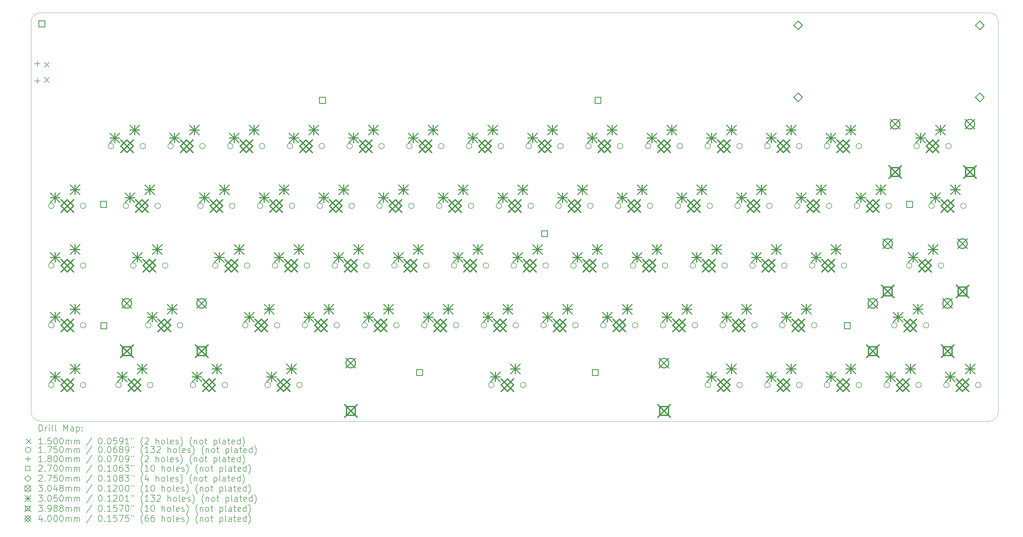
<source format=gbr>
%TF.GenerationSoftware,KiCad,Pcbnew,7.0.8*%
%TF.CreationDate,2023-10-09T09:13:15-04:00*%
%TF.ProjectId,MainBoard,4d61696e-426f-4617-9264-2e6b69636164,rev?*%
%TF.SameCoordinates,Original*%
%TF.FileFunction,Drillmap*%
%TF.FilePolarity,Positive*%
%FSLAX45Y45*%
G04 Gerber Fmt 4.5, Leading zero omitted, Abs format (unit mm)*
G04 Created by KiCad (PCBNEW 7.0.8) date 2023-10-09 09:13:15*
%MOMM*%
%LPD*%
G01*
G04 APERTURE LIST*
%ADD10C,0.100000*%
%ADD11C,0.200000*%
%ADD12C,0.150000*%
%ADD13C,0.175000*%
%ADD14C,0.180000*%
%ADD15C,0.270000*%
%ADD16C,0.275000*%
%ADD17C,0.304800*%
%ADD18C,0.305000*%
%ADD19C,0.398780*%
%ADD20C,0.400000*%
G04 APERTURE END LIST*
D10*
X0Y-1000000D02*
X0Y-13425000D01*
X300000Y-13725000D02*
X30580000Y-13725000D01*
X30580000Y-13725000D02*
G75*
G03*
X30880000Y-13425000I0J300000D01*
G01*
X300000Y-700000D02*
X30580000Y-700000D01*
X30880000Y-1000000D02*
G75*
G03*
X30580000Y-700000I-300000J0D01*
G01*
X30880000Y-1000000D02*
X30880000Y-13425000D01*
X0Y-13425000D02*
G75*
G03*
X300000Y-13725000I300000J0D01*
G01*
X300000Y-700000D02*
G75*
G03*
X0Y-1000000I0J-300000D01*
G01*
D11*
D12*
X428000Y-2282500D02*
X578000Y-2432500D01*
X578000Y-2282500D02*
X428000Y-2432500D01*
X428000Y-2767500D02*
X578000Y-2917500D01*
X578000Y-2767500D02*
X428000Y-2917500D01*
D13*
X732000Y-6857500D02*
G75*
G03*
X732000Y-6857500I-87500J0D01*
G01*
X732000Y-8762500D02*
G75*
G03*
X732000Y-8762500I-87500J0D01*
G01*
X732000Y-10667500D02*
G75*
G03*
X732000Y-10667500I-87500J0D01*
G01*
X732000Y-12572500D02*
G75*
G03*
X732000Y-12572500I-87500J0D01*
G01*
X1748000Y-6857500D02*
G75*
G03*
X1748000Y-6857500I-87500J0D01*
G01*
X1748000Y-8762500D02*
G75*
G03*
X1748000Y-8762500I-87500J0D01*
G01*
X1748000Y-10667500D02*
G75*
G03*
X1748000Y-10667500I-87500J0D01*
G01*
X1748000Y-12572500D02*
G75*
G03*
X1748000Y-12572500I-87500J0D01*
G01*
X2637000Y-4952500D02*
G75*
G03*
X2637000Y-4952500I-87500J0D01*
G01*
X2875125Y-12572500D02*
G75*
G03*
X2875125Y-12572500I-87500J0D01*
G01*
X3113250Y-6857500D02*
G75*
G03*
X3113250Y-6857500I-87500J0D01*
G01*
X3351375Y-8762500D02*
G75*
G03*
X3351375Y-8762500I-87500J0D01*
G01*
X3653000Y-4952500D02*
G75*
G03*
X3653000Y-4952500I-87500J0D01*
G01*
X3827625Y-10667500D02*
G75*
G03*
X3827625Y-10667500I-87500J0D01*
G01*
X3891125Y-12572500D02*
G75*
G03*
X3891125Y-12572500I-87500J0D01*
G01*
X4129250Y-6857500D02*
G75*
G03*
X4129250Y-6857500I-87500J0D01*
G01*
X4367375Y-8762500D02*
G75*
G03*
X4367375Y-8762500I-87500J0D01*
G01*
X4542000Y-4952500D02*
G75*
G03*
X4542000Y-4952500I-87500J0D01*
G01*
X4843625Y-10667500D02*
G75*
G03*
X4843625Y-10667500I-87500J0D01*
G01*
X5256375Y-12572500D02*
G75*
G03*
X5256375Y-12572500I-87500J0D01*
G01*
X5494500Y-6857500D02*
G75*
G03*
X5494500Y-6857500I-87500J0D01*
G01*
X5558000Y-4952500D02*
G75*
G03*
X5558000Y-4952500I-87500J0D01*
G01*
X5970750Y-8762500D02*
G75*
G03*
X5970750Y-8762500I-87500J0D01*
G01*
X6272375Y-12572500D02*
G75*
G03*
X6272375Y-12572500I-87500J0D01*
G01*
X6447000Y-4952500D02*
G75*
G03*
X6447000Y-4952500I-87500J0D01*
G01*
X6510500Y-6857500D02*
G75*
G03*
X6510500Y-6857500I-87500J0D01*
G01*
X6923250Y-10667500D02*
G75*
G03*
X6923250Y-10667500I-87500J0D01*
G01*
X6986750Y-8762500D02*
G75*
G03*
X6986750Y-8762500I-87500J0D01*
G01*
X7399500Y-6857500D02*
G75*
G03*
X7399500Y-6857500I-87500J0D01*
G01*
X7463000Y-4952500D02*
G75*
G03*
X7463000Y-4952500I-87500J0D01*
G01*
X7637625Y-12572500D02*
G75*
G03*
X7637625Y-12572500I-87500J0D01*
G01*
X7875750Y-8762500D02*
G75*
G03*
X7875750Y-8762500I-87500J0D01*
G01*
X7939250Y-10667500D02*
G75*
G03*
X7939250Y-10667500I-87500J0D01*
G01*
X8352000Y-4952500D02*
G75*
G03*
X8352000Y-4952500I-87500J0D01*
G01*
X8415500Y-6857500D02*
G75*
G03*
X8415500Y-6857500I-87500J0D01*
G01*
X8653625Y-12572500D02*
G75*
G03*
X8653625Y-12572500I-87500J0D01*
G01*
X8828250Y-10667500D02*
G75*
G03*
X8828250Y-10667500I-87500J0D01*
G01*
X8891750Y-8762500D02*
G75*
G03*
X8891750Y-8762500I-87500J0D01*
G01*
X9304500Y-6857500D02*
G75*
G03*
X9304500Y-6857500I-87500J0D01*
G01*
X9368000Y-4952500D02*
G75*
G03*
X9368000Y-4952500I-87500J0D01*
G01*
X9780750Y-8762500D02*
G75*
G03*
X9780750Y-8762500I-87500J0D01*
G01*
X9844250Y-10667500D02*
G75*
G03*
X9844250Y-10667500I-87500J0D01*
G01*
X10257000Y-4952500D02*
G75*
G03*
X10257000Y-4952500I-87500J0D01*
G01*
X10320500Y-6857500D02*
G75*
G03*
X10320500Y-6857500I-87500J0D01*
G01*
X10733250Y-10667500D02*
G75*
G03*
X10733250Y-10667500I-87500J0D01*
G01*
X10796750Y-8762500D02*
G75*
G03*
X10796750Y-8762500I-87500J0D01*
G01*
X11209500Y-6857500D02*
G75*
G03*
X11209500Y-6857500I-87500J0D01*
G01*
X11273000Y-4952500D02*
G75*
G03*
X11273000Y-4952500I-87500J0D01*
G01*
X11685750Y-8762500D02*
G75*
G03*
X11685750Y-8762500I-87500J0D01*
G01*
X11749250Y-10667500D02*
G75*
G03*
X11749250Y-10667500I-87500J0D01*
G01*
X12162000Y-4952500D02*
G75*
G03*
X12162000Y-4952500I-87500J0D01*
G01*
X12225500Y-6857500D02*
G75*
G03*
X12225500Y-6857500I-87500J0D01*
G01*
X12638250Y-10667500D02*
G75*
G03*
X12638250Y-10667500I-87500J0D01*
G01*
X12701750Y-8762500D02*
G75*
G03*
X12701750Y-8762500I-87500J0D01*
G01*
X13114500Y-6857500D02*
G75*
G03*
X13114500Y-6857500I-87500J0D01*
G01*
X13178000Y-4952500D02*
G75*
G03*
X13178000Y-4952500I-87500J0D01*
G01*
X13590750Y-8762500D02*
G75*
G03*
X13590750Y-8762500I-87500J0D01*
G01*
X13654250Y-10667500D02*
G75*
G03*
X13654250Y-10667500I-87500J0D01*
G01*
X14067000Y-4952500D02*
G75*
G03*
X14067000Y-4952500I-87500J0D01*
G01*
X14130500Y-6857500D02*
G75*
G03*
X14130500Y-6857500I-87500J0D01*
G01*
X14543250Y-10667500D02*
G75*
G03*
X14543250Y-10667500I-87500J0D01*
G01*
X14606750Y-8762500D02*
G75*
G03*
X14606750Y-8762500I-87500J0D01*
G01*
X14781375Y-12572500D02*
G75*
G03*
X14781375Y-12572500I-87500J0D01*
G01*
X15019500Y-6857500D02*
G75*
G03*
X15019500Y-6857500I-87500J0D01*
G01*
X15083000Y-4952500D02*
G75*
G03*
X15083000Y-4952500I-87500J0D01*
G01*
X15495750Y-8762500D02*
G75*
G03*
X15495750Y-8762500I-87500J0D01*
G01*
X15559250Y-10667500D02*
G75*
G03*
X15559250Y-10667500I-87500J0D01*
G01*
X15797375Y-12572500D02*
G75*
G03*
X15797375Y-12572500I-87500J0D01*
G01*
X15972000Y-4952500D02*
G75*
G03*
X15972000Y-4952500I-87500J0D01*
G01*
X16035500Y-6857500D02*
G75*
G03*
X16035500Y-6857500I-87500J0D01*
G01*
X16448250Y-10667500D02*
G75*
G03*
X16448250Y-10667500I-87500J0D01*
G01*
X16511750Y-8762500D02*
G75*
G03*
X16511750Y-8762500I-87500J0D01*
G01*
X16924500Y-6857500D02*
G75*
G03*
X16924500Y-6857500I-87500J0D01*
G01*
X16988000Y-4952500D02*
G75*
G03*
X16988000Y-4952500I-87500J0D01*
G01*
X17400750Y-8762500D02*
G75*
G03*
X17400750Y-8762500I-87500J0D01*
G01*
X17464250Y-10667500D02*
G75*
G03*
X17464250Y-10667500I-87500J0D01*
G01*
X17877000Y-4952500D02*
G75*
G03*
X17877000Y-4952500I-87500J0D01*
G01*
X17940500Y-6857500D02*
G75*
G03*
X17940500Y-6857500I-87500J0D01*
G01*
X18353250Y-10667500D02*
G75*
G03*
X18353250Y-10667500I-87500J0D01*
G01*
X18416750Y-8762500D02*
G75*
G03*
X18416750Y-8762500I-87500J0D01*
G01*
X18829500Y-6857500D02*
G75*
G03*
X18829500Y-6857500I-87500J0D01*
G01*
X18893000Y-4952500D02*
G75*
G03*
X18893000Y-4952500I-87500J0D01*
G01*
X19305750Y-8762500D02*
G75*
G03*
X19305750Y-8762500I-87500J0D01*
G01*
X19369250Y-10667500D02*
G75*
G03*
X19369250Y-10667500I-87500J0D01*
G01*
X19782000Y-4952500D02*
G75*
G03*
X19782000Y-4952500I-87500J0D01*
G01*
X19845500Y-6857500D02*
G75*
G03*
X19845500Y-6857500I-87500J0D01*
G01*
X20258250Y-10667500D02*
G75*
G03*
X20258250Y-10667500I-87500J0D01*
G01*
X20321750Y-8762500D02*
G75*
G03*
X20321750Y-8762500I-87500J0D01*
G01*
X20734500Y-6857500D02*
G75*
G03*
X20734500Y-6857500I-87500J0D01*
G01*
X20798000Y-4952500D02*
G75*
G03*
X20798000Y-4952500I-87500J0D01*
G01*
X21210750Y-8762500D02*
G75*
G03*
X21210750Y-8762500I-87500J0D01*
G01*
X21274250Y-10667500D02*
G75*
G03*
X21274250Y-10667500I-87500J0D01*
G01*
X21687000Y-4952500D02*
G75*
G03*
X21687000Y-4952500I-87500J0D01*
G01*
X21687000Y-12572500D02*
G75*
G03*
X21687000Y-12572500I-87500J0D01*
G01*
X21750500Y-6857500D02*
G75*
G03*
X21750500Y-6857500I-87500J0D01*
G01*
X22163250Y-10667500D02*
G75*
G03*
X22163250Y-10667500I-87500J0D01*
G01*
X22226750Y-8762500D02*
G75*
G03*
X22226750Y-8762500I-87500J0D01*
G01*
X22639500Y-6857500D02*
G75*
G03*
X22639500Y-6857500I-87500J0D01*
G01*
X22703000Y-4952500D02*
G75*
G03*
X22703000Y-4952500I-87500J0D01*
G01*
X22703000Y-12572500D02*
G75*
G03*
X22703000Y-12572500I-87500J0D01*
G01*
X23115750Y-8762500D02*
G75*
G03*
X23115750Y-8762500I-87500J0D01*
G01*
X23179250Y-10667500D02*
G75*
G03*
X23179250Y-10667500I-87500J0D01*
G01*
X23592000Y-4952500D02*
G75*
G03*
X23592000Y-4952500I-87500J0D01*
G01*
X23592000Y-12572500D02*
G75*
G03*
X23592000Y-12572500I-87500J0D01*
G01*
X23655500Y-6857500D02*
G75*
G03*
X23655500Y-6857500I-87500J0D01*
G01*
X24068250Y-10667500D02*
G75*
G03*
X24068250Y-10667500I-87500J0D01*
G01*
X24131750Y-8762500D02*
G75*
G03*
X24131750Y-8762500I-87500J0D01*
G01*
X24544500Y-6857500D02*
G75*
G03*
X24544500Y-6857500I-87500J0D01*
G01*
X24608000Y-4952500D02*
G75*
G03*
X24608000Y-4952500I-87500J0D01*
G01*
X24608000Y-12572500D02*
G75*
G03*
X24608000Y-12572500I-87500J0D01*
G01*
X25020750Y-8762500D02*
G75*
G03*
X25020750Y-8762500I-87500J0D01*
G01*
X25084250Y-10667500D02*
G75*
G03*
X25084250Y-10667500I-87500J0D01*
G01*
X25497000Y-4952500D02*
G75*
G03*
X25497000Y-4952500I-87500J0D01*
G01*
X25497000Y-12572500D02*
G75*
G03*
X25497000Y-12572500I-87500J0D01*
G01*
X25560500Y-6857500D02*
G75*
G03*
X25560500Y-6857500I-87500J0D01*
G01*
X26036750Y-8762500D02*
G75*
G03*
X26036750Y-8762500I-87500J0D01*
G01*
X26449500Y-6857500D02*
G75*
G03*
X26449500Y-6857500I-87500J0D01*
G01*
X26513000Y-4952500D02*
G75*
G03*
X26513000Y-4952500I-87500J0D01*
G01*
X26513000Y-12572500D02*
G75*
G03*
X26513000Y-12572500I-87500J0D01*
G01*
X27402000Y-12572500D02*
G75*
G03*
X27402000Y-12572500I-87500J0D01*
G01*
X27465500Y-6857500D02*
G75*
G03*
X27465500Y-6857500I-87500J0D01*
G01*
X27640125Y-10667500D02*
G75*
G03*
X27640125Y-10667500I-87500J0D01*
G01*
X28116375Y-8762500D02*
G75*
G03*
X28116375Y-8762500I-87500J0D01*
G01*
X28354500Y-4952500D02*
G75*
G03*
X28354500Y-4952500I-87500J0D01*
G01*
X28418000Y-12572500D02*
G75*
G03*
X28418000Y-12572500I-87500J0D01*
G01*
X28656125Y-10667500D02*
G75*
G03*
X28656125Y-10667500I-87500J0D01*
G01*
X28830750Y-6857500D02*
G75*
G03*
X28830750Y-6857500I-87500J0D01*
G01*
X29132375Y-8762500D02*
G75*
G03*
X29132375Y-8762500I-87500J0D01*
G01*
X29307000Y-12572500D02*
G75*
G03*
X29307000Y-12572500I-87500J0D01*
G01*
X29370500Y-4952500D02*
G75*
G03*
X29370500Y-4952500I-87500J0D01*
G01*
X29846750Y-6857500D02*
G75*
G03*
X29846750Y-6857500I-87500J0D01*
G01*
X30323000Y-12572500D02*
G75*
G03*
X30323000Y-12572500I-87500J0D01*
G01*
D14*
X200000Y-2237500D02*
X200000Y-2417500D01*
X110000Y-2327500D02*
X290000Y-2327500D01*
X200000Y-2782500D02*
X200000Y-2962500D01*
X110000Y-2872500D02*
X290000Y-2872500D01*
D15*
X435820Y-1147020D02*
X435820Y-956100D01*
X244900Y-956100D01*
X244900Y-1147020D01*
X435820Y-1147020D01*
X2404320Y-6902660D02*
X2404320Y-6711740D01*
X2213400Y-6711740D01*
X2213400Y-6902660D01*
X2404320Y-6902660D01*
X2414480Y-10773620D02*
X2414480Y-10582700D01*
X2223560Y-10582700D01*
X2223560Y-10773620D01*
X2414480Y-10773620D01*
X9394400Y-3585420D02*
X9394400Y-3394500D01*
X9203480Y-3394500D01*
X9203480Y-3585420D01*
X9394400Y-3585420D01*
X12492335Y-12267960D02*
X12492335Y-12077040D01*
X12301415Y-12077040D01*
X12301415Y-12267960D01*
X12492335Y-12267960D01*
X16486080Y-7837380D02*
X16486080Y-7646460D01*
X16295160Y-7646460D01*
X16295160Y-7837380D01*
X16486080Y-7837380D01*
X18102335Y-12267960D02*
X18102335Y-12077040D01*
X17911415Y-12077040D01*
X17911415Y-12267960D01*
X18102335Y-12267960D01*
X18187880Y-3585420D02*
X18187880Y-3394500D01*
X17996960Y-3394500D01*
X17996960Y-3585420D01*
X18187880Y-3585420D01*
X26145700Y-10773620D02*
X26145700Y-10582700D01*
X25954780Y-10582700D01*
X25954780Y-10773620D01*
X26145700Y-10773620D01*
X28134520Y-6902660D02*
X28134520Y-6711740D01*
X27943600Y-6711740D01*
X27943600Y-6902660D01*
X28134520Y-6902660D01*
D16*
X24480000Y-1232500D02*
X24617500Y-1095000D01*
X24480000Y-957500D01*
X24342500Y-1095000D01*
X24480000Y-1232500D01*
X24480000Y-3532500D02*
X24617500Y-3395000D01*
X24480000Y-3257500D01*
X24342500Y-3395000D01*
X24480000Y-3532500D01*
X30280000Y-1232500D02*
X30417500Y-1095000D01*
X30280000Y-957500D01*
X30142500Y-1095000D01*
X30280000Y-1232500D01*
X30280000Y-3532500D02*
X30417500Y-3395000D01*
X30280000Y-3257500D01*
X30142500Y-3395000D01*
X30280000Y-3532500D01*
D17*
X2901925Y-9816600D02*
X3206725Y-10121400D01*
X3206725Y-9816600D02*
X2901925Y-10121400D01*
X3206725Y-9969000D02*
G75*
G03*
X3206725Y-9969000I-152400J0D01*
G01*
X5289525Y-9816600D02*
X5594325Y-10121400D01*
X5594325Y-9816600D02*
X5289525Y-10121400D01*
X5594325Y-9969000D02*
G75*
G03*
X5594325Y-9969000I-152400J0D01*
G01*
X10049475Y-11721600D02*
X10354275Y-12026400D01*
X10354275Y-11721600D02*
X10049475Y-12026400D01*
X10354275Y-11874000D02*
G75*
G03*
X10354275Y-11874000I-152400J0D01*
G01*
X20049475Y-11721600D02*
X20354275Y-12026400D01*
X20354275Y-11721600D02*
X20049475Y-12026400D01*
X20354275Y-11874000D02*
G75*
G03*
X20354275Y-11874000I-152400J0D01*
G01*
X26714425Y-9816600D02*
X27019225Y-10121400D01*
X27019225Y-9816600D02*
X26714425Y-10121400D01*
X27019225Y-9969000D02*
G75*
G03*
X27019225Y-9969000I-152400J0D01*
G01*
X27190675Y-7911600D02*
X27495475Y-8216400D01*
X27495475Y-7911600D02*
X27190675Y-8216400D01*
X27495475Y-8064000D02*
G75*
G03*
X27495475Y-8064000I-152400J0D01*
G01*
X27428800Y-4101600D02*
X27733600Y-4406400D01*
X27733600Y-4101600D02*
X27428800Y-4406400D01*
X27733600Y-4254000D02*
G75*
G03*
X27733600Y-4254000I-152400J0D01*
G01*
X29102025Y-9816600D02*
X29406825Y-10121400D01*
X29406825Y-9816600D02*
X29102025Y-10121400D01*
X29406825Y-9969000D02*
G75*
G03*
X29406825Y-9969000I-152400J0D01*
G01*
X29578275Y-7911600D02*
X29883075Y-8216400D01*
X29883075Y-7911600D02*
X29578275Y-8216400D01*
X29883075Y-8064000D02*
G75*
G03*
X29883075Y-8064000I-152400J0D01*
G01*
X29816400Y-4101600D02*
X30121200Y-4406400D01*
X30121200Y-4101600D02*
X29816400Y-4406400D01*
X30121200Y-4254000D02*
G75*
G03*
X30121200Y-4254000I-152400J0D01*
G01*
D18*
X619000Y-6451000D02*
X924000Y-6756000D01*
X924000Y-6451000D02*
X619000Y-6756000D01*
X771500Y-6451000D02*
X771500Y-6756000D01*
X619000Y-6603500D02*
X924000Y-6603500D01*
X619000Y-8356000D02*
X924000Y-8661000D01*
X924000Y-8356000D02*
X619000Y-8661000D01*
X771500Y-8356000D02*
X771500Y-8661000D01*
X619000Y-8508500D02*
X924000Y-8508500D01*
X619000Y-10261000D02*
X924000Y-10566000D01*
X924000Y-10261000D02*
X619000Y-10566000D01*
X771500Y-10261000D02*
X771500Y-10566000D01*
X619000Y-10413500D02*
X924000Y-10413500D01*
X619000Y-12166000D02*
X924000Y-12471000D01*
X924000Y-12166000D02*
X619000Y-12471000D01*
X771500Y-12166000D02*
X771500Y-12471000D01*
X619000Y-12318500D02*
X924000Y-12318500D01*
X1254000Y-6197000D02*
X1559000Y-6502000D01*
X1559000Y-6197000D02*
X1254000Y-6502000D01*
X1406500Y-6197000D02*
X1406500Y-6502000D01*
X1254000Y-6349500D02*
X1559000Y-6349500D01*
X1254000Y-8102000D02*
X1559000Y-8407000D01*
X1559000Y-8102000D02*
X1254000Y-8407000D01*
X1406500Y-8102000D02*
X1406500Y-8407000D01*
X1254000Y-8254500D02*
X1559000Y-8254500D01*
X1254000Y-10007000D02*
X1559000Y-10312000D01*
X1559000Y-10007000D02*
X1254000Y-10312000D01*
X1406500Y-10007000D02*
X1406500Y-10312000D01*
X1254000Y-10159500D02*
X1559000Y-10159500D01*
X1254000Y-11912000D02*
X1559000Y-12217000D01*
X1559000Y-11912000D02*
X1254000Y-12217000D01*
X1406500Y-11912000D02*
X1406500Y-12217000D01*
X1254000Y-12064500D02*
X1559000Y-12064500D01*
X2524000Y-4546000D02*
X2829000Y-4851000D01*
X2829000Y-4546000D02*
X2524000Y-4851000D01*
X2676500Y-4546000D02*
X2676500Y-4851000D01*
X2524000Y-4698500D02*
X2829000Y-4698500D01*
X2762125Y-12166000D02*
X3067125Y-12471000D01*
X3067125Y-12166000D02*
X2762125Y-12471000D01*
X2914625Y-12166000D02*
X2914625Y-12471000D01*
X2762125Y-12318500D02*
X3067125Y-12318500D01*
X3000250Y-6451000D02*
X3305250Y-6756000D01*
X3305250Y-6451000D02*
X3000250Y-6756000D01*
X3152750Y-6451000D02*
X3152750Y-6756000D01*
X3000250Y-6603500D02*
X3305250Y-6603500D01*
X3159000Y-4292000D02*
X3464000Y-4597000D01*
X3464000Y-4292000D02*
X3159000Y-4597000D01*
X3311500Y-4292000D02*
X3311500Y-4597000D01*
X3159000Y-4444500D02*
X3464000Y-4444500D01*
X3238375Y-8356000D02*
X3543375Y-8661000D01*
X3543375Y-8356000D02*
X3238375Y-8661000D01*
X3390875Y-8356000D02*
X3390875Y-8661000D01*
X3238375Y-8508500D02*
X3543375Y-8508500D01*
X3397125Y-11912000D02*
X3702125Y-12217000D01*
X3702125Y-11912000D02*
X3397125Y-12217000D01*
X3549625Y-11912000D02*
X3549625Y-12217000D01*
X3397125Y-12064500D02*
X3702125Y-12064500D01*
X3635250Y-6197000D02*
X3940250Y-6502000D01*
X3940250Y-6197000D02*
X3635250Y-6502000D01*
X3787750Y-6197000D02*
X3787750Y-6502000D01*
X3635250Y-6349500D02*
X3940250Y-6349500D01*
X3714625Y-10261000D02*
X4019625Y-10566000D01*
X4019625Y-10261000D02*
X3714625Y-10566000D01*
X3867125Y-10261000D02*
X3867125Y-10566000D01*
X3714625Y-10413500D02*
X4019625Y-10413500D01*
X3873375Y-8102000D02*
X4178375Y-8407000D01*
X4178375Y-8102000D02*
X3873375Y-8407000D01*
X4025875Y-8102000D02*
X4025875Y-8407000D01*
X3873375Y-8254500D02*
X4178375Y-8254500D01*
X4349625Y-10007000D02*
X4654625Y-10312000D01*
X4654625Y-10007000D02*
X4349625Y-10312000D01*
X4502125Y-10007000D02*
X4502125Y-10312000D01*
X4349625Y-10159500D02*
X4654625Y-10159500D01*
X4429000Y-4546000D02*
X4734000Y-4851000D01*
X4734000Y-4546000D02*
X4429000Y-4851000D01*
X4581500Y-4546000D02*
X4581500Y-4851000D01*
X4429000Y-4698500D02*
X4734000Y-4698500D01*
X5064000Y-4292000D02*
X5369000Y-4597000D01*
X5369000Y-4292000D02*
X5064000Y-4597000D01*
X5216500Y-4292000D02*
X5216500Y-4597000D01*
X5064000Y-4444500D02*
X5369000Y-4444500D01*
X5143375Y-12166000D02*
X5448375Y-12471000D01*
X5448375Y-12166000D02*
X5143375Y-12471000D01*
X5295875Y-12166000D02*
X5295875Y-12471000D01*
X5143375Y-12318500D02*
X5448375Y-12318500D01*
X5381500Y-6451000D02*
X5686500Y-6756000D01*
X5686500Y-6451000D02*
X5381500Y-6756000D01*
X5534000Y-6451000D02*
X5534000Y-6756000D01*
X5381500Y-6603500D02*
X5686500Y-6603500D01*
X5778375Y-11912000D02*
X6083375Y-12217000D01*
X6083375Y-11912000D02*
X5778375Y-12217000D01*
X5930875Y-11912000D02*
X5930875Y-12217000D01*
X5778375Y-12064500D02*
X6083375Y-12064500D01*
X5857750Y-8356000D02*
X6162750Y-8661000D01*
X6162750Y-8356000D02*
X5857750Y-8661000D01*
X6010250Y-8356000D02*
X6010250Y-8661000D01*
X5857750Y-8508500D02*
X6162750Y-8508500D01*
X6016500Y-6197000D02*
X6321500Y-6502000D01*
X6321500Y-6197000D02*
X6016500Y-6502000D01*
X6169000Y-6197000D02*
X6169000Y-6502000D01*
X6016500Y-6349500D02*
X6321500Y-6349500D01*
X6334000Y-4546000D02*
X6639000Y-4851000D01*
X6639000Y-4546000D02*
X6334000Y-4851000D01*
X6486500Y-4546000D02*
X6486500Y-4851000D01*
X6334000Y-4698500D02*
X6639000Y-4698500D01*
X6492750Y-8102000D02*
X6797750Y-8407000D01*
X6797750Y-8102000D02*
X6492750Y-8407000D01*
X6645250Y-8102000D02*
X6645250Y-8407000D01*
X6492750Y-8254500D02*
X6797750Y-8254500D01*
X6810250Y-10261000D02*
X7115250Y-10566000D01*
X7115250Y-10261000D02*
X6810250Y-10566000D01*
X6962750Y-10261000D02*
X6962750Y-10566000D01*
X6810250Y-10413500D02*
X7115250Y-10413500D01*
X6969000Y-4292000D02*
X7274000Y-4597000D01*
X7274000Y-4292000D02*
X6969000Y-4597000D01*
X7121500Y-4292000D02*
X7121500Y-4597000D01*
X6969000Y-4444500D02*
X7274000Y-4444500D01*
X7286500Y-6451000D02*
X7591500Y-6756000D01*
X7591500Y-6451000D02*
X7286500Y-6756000D01*
X7439000Y-6451000D02*
X7439000Y-6756000D01*
X7286500Y-6603500D02*
X7591500Y-6603500D01*
X7445250Y-10007000D02*
X7750250Y-10312000D01*
X7750250Y-10007000D02*
X7445250Y-10312000D01*
X7597750Y-10007000D02*
X7597750Y-10312000D01*
X7445250Y-10159500D02*
X7750250Y-10159500D01*
X7524625Y-12166000D02*
X7829625Y-12471000D01*
X7829625Y-12166000D02*
X7524625Y-12471000D01*
X7677125Y-12166000D02*
X7677125Y-12471000D01*
X7524625Y-12318500D02*
X7829625Y-12318500D01*
X7762750Y-8356000D02*
X8067750Y-8661000D01*
X8067750Y-8356000D02*
X7762750Y-8661000D01*
X7915250Y-8356000D02*
X7915250Y-8661000D01*
X7762750Y-8508500D02*
X8067750Y-8508500D01*
X7921500Y-6197000D02*
X8226500Y-6502000D01*
X8226500Y-6197000D02*
X7921500Y-6502000D01*
X8074000Y-6197000D02*
X8074000Y-6502000D01*
X7921500Y-6349500D02*
X8226500Y-6349500D01*
X8159625Y-11912000D02*
X8464625Y-12217000D01*
X8464625Y-11912000D02*
X8159625Y-12217000D01*
X8312125Y-11912000D02*
X8312125Y-12217000D01*
X8159625Y-12064500D02*
X8464625Y-12064500D01*
X8239000Y-4546000D02*
X8544000Y-4851000D01*
X8544000Y-4546000D02*
X8239000Y-4851000D01*
X8391500Y-4546000D02*
X8391500Y-4851000D01*
X8239000Y-4698500D02*
X8544000Y-4698500D01*
X8397750Y-8102000D02*
X8702750Y-8407000D01*
X8702750Y-8102000D02*
X8397750Y-8407000D01*
X8550250Y-8102000D02*
X8550250Y-8407000D01*
X8397750Y-8254500D02*
X8702750Y-8254500D01*
X8715250Y-10261000D02*
X9020250Y-10566000D01*
X9020250Y-10261000D02*
X8715250Y-10566000D01*
X8867750Y-10261000D02*
X8867750Y-10566000D01*
X8715250Y-10413500D02*
X9020250Y-10413500D01*
X8874000Y-4292000D02*
X9179000Y-4597000D01*
X9179000Y-4292000D02*
X8874000Y-4597000D01*
X9026500Y-4292000D02*
X9026500Y-4597000D01*
X8874000Y-4444500D02*
X9179000Y-4444500D01*
X9191500Y-6451000D02*
X9496500Y-6756000D01*
X9496500Y-6451000D02*
X9191500Y-6756000D01*
X9344000Y-6451000D02*
X9344000Y-6756000D01*
X9191500Y-6603500D02*
X9496500Y-6603500D01*
X9350250Y-10007000D02*
X9655250Y-10312000D01*
X9655250Y-10007000D02*
X9350250Y-10312000D01*
X9502750Y-10007000D02*
X9502750Y-10312000D01*
X9350250Y-10159500D02*
X9655250Y-10159500D01*
X9667750Y-8356000D02*
X9972750Y-8661000D01*
X9972750Y-8356000D02*
X9667750Y-8661000D01*
X9820250Y-8356000D02*
X9820250Y-8661000D01*
X9667750Y-8508500D02*
X9972750Y-8508500D01*
X9826500Y-6197000D02*
X10131500Y-6502000D01*
X10131500Y-6197000D02*
X9826500Y-6502000D01*
X9979000Y-6197000D02*
X9979000Y-6502000D01*
X9826500Y-6349500D02*
X10131500Y-6349500D01*
X10144000Y-4546000D02*
X10449000Y-4851000D01*
X10449000Y-4546000D02*
X10144000Y-4851000D01*
X10296500Y-4546000D02*
X10296500Y-4851000D01*
X10144000Y-4698500D02*
X10449000Y-4698500D01*
X10302750Y-8102000D02*
X10607750Y-8407000D01*
X10607750Y-8102000D02*
X10302750Y-8407000D01*
X10455250Y-8102000D02*
X10455250Y-8407000D01*
X10302750Y-8254500D02*
X10607750Y-8254500D01*
X10620250Y-10261000D02*
X10925250Y-10566000D01*
X10925250Y-10261000D02*
X10620250Y-10566000D01*
X10772750Y-10261000D02*
X10772750Y-10566000D01*
X10620250Y-10413500D02*
X10925250Y-10413500D01*
X10779000Y-4292000D02*
X11084000Y-4597000D01*
X11084000Y-4292000D02*
X10779000Y-4597000D01*
X10931500Y-4292000D02*
X10931500Y-4597000D01*
X10779000Y-4444500D02*
X11084000Y-4444500D01*
X11096500Y-6451000D02*
X11401500Y-6756000D01*
X11401500Y-6451000D02*
X11096500Y-6756000D01*
X11249000Y-6451000D02*
X11249000Y-6756000D01*
X11096500Y-6603500D02*
X11401500Y-6603500D01*
X11255250Y-10007000D02*
X11560250Y-10312000D01*
X11560250Y-10007000D02*
X11255250Y-10312000D01*
X11407750Y-10007000D02*
X11407750Y-10312000D01*
X11255250Y-10159500D02*
X11560250Y-10159500D01*
X11572750Y-8356000D02*
X11877750Y-8661000D01*
X11877750Y-8356000D02*
X11572750Y-8661000D01*
X11725250Y-8356000D02*
X11725250Y-8661000D01*
X11572750Y-8508500D02*
X11877750Y-8508500D01*
X11731500Y-6197000D02*
X12036500Y-6502000D01*
X12036500Y-6197000D02*
X11731500Y-6502000D01*
X11884000Y-6197000D02*
X11884000Y-6502000D01*
X11731500Y-6349500D02*
X12036500Y-6349500D01*
X12049000Y-4546000D02*
X12354000Y-4851000D01*
X12354000Y-4546000D02*
X12049000Y-4851000D01*
X12201500Y-4546000D02*
X12201500Y-4851000D01*
X12049000Y-4698500D02*
X12354000Y-4698500D01*
X12207750Y-8102000D02*
X12512750Y-8407000D01*
X12512750Y-8102000D02*
X12207750Y-8407000D01*
X12360250Y-8102000D02*
X12360250Y-8407000D01*
X12207750Y-8254500D02*
X12512750Y-8254500D01*
X12525250Y-10261000D02*
X12830250Y-10566000D01*
X12830250Y-10261000D02*
X12525250Y-10566000D01*
X12677750Y-10261000D02*
X12677750Y-10566000D01*
X12525250Y-10413500D02*
X12830250Y-10413500D01*
X12684000Y-4292000D02*
X12989000Y-4597000D01*
X12989000Y-4292000D02*
X12684000Y-4597000D01*
X12836500Y-4292000D02*
X12836500Y-4597000D01*
X12684000Y-4444500D02*
X12989000Y-4444500D01*
X13001500Y-6451000D02*
X13306500Y-6756000D01*
X13306500Y-6451000D02*
X13001500Y-6756000D01*
X13154000Y-6451000D02*
X13154000Y-6756000D01*
X13001500Y-6603500D02*
X13306500Y-6603500D01*
X13160250Y-10007000D02*
X13465250Y-10312000D01*
X13465250Y-10007000D02*
X13160250Y-10312000D01*
X13312750Y-10007000D02*
X13312750Y-10312000D01*
X13160250Y-10159500D02*
X13465250Y-10159500D01*
X13477750Y-8356000D02*
X13782750Y-8661000D01*
X13782750Y-8356000D02*
X13477750Y-8661000D01*
X13630250Y-8356000D02*
X13630250Y-8661000D01*
X13477750Y-8508500D02*
X13782750Y-8508500D01*
X13636500Y-6197000D02*
X13941500Y-6502000D01*
X13941500Y-6197000D02*
X13636500Y-6502000D01*
X13789000Y-6197000D02*
X13789000Y-6502000D01*
X13636500Y-6349500D02*
X13941500Y-6349500D01*
X13954000Y-4546000D02*
X14259000Y-4851000D01*
X14259000Y-4546000D02*
X13954000Y-4851000D01*
X14106500Y-4546000D02*
X14106500Y-4851000D01*
X13954000Y-4698500D02*
X14259000Y-4698500D01*
X14112750Y-8102000D02*
X14417750Y-8407000D01*
X14417750Y-8102000D02*
X14112750Y-8407000D01*
X14265250Y-8102000D02*
X14265250Y-8407000D01*
X14112750Y-8254500D02*
X14417750Y-8254500D01*
X14430250Y-10261000D02*
X14735250Y-10566000D01*
X14735250Y-10261000D02*
X14430250Y-10566000D01*
X14582750Y-10261000D02*
X14582750Y-10566000D01*
X14430250Y-10413500D02*
X14735250Y-10413500D01*
X14589000Y-4292000D02*
X14894000Y-4597000D01*
X14894000Y-4292000D02*
X14589000Y-4597000D01*
X14741500Y-4292000D02*
X14741500Y-4597000D01*
X14589000Y-4444500D02*
X14894000Y-4444500D01*
X14668375Y-12166000D02*
X14973375Y-12471000D01*
X14973375Y-12166000D02*
X14668375Y-12471000D01*
X14820875Y-12166000D02*
X14820875Y-12471000D01*
X14668375Y-12318500D02*
X14973375Y-12318500D01*
X14906500Y-6451000D02*
X15211500Y-6756000D01*
X15211500Y-6451000D02*
X14906500Y-6756000D01*
X15059000Y-6451000D02*
X15059000Y-6756000D01*
X14906500Y-6603500D02*
X15211500Y-6603500D01*
X15065250Y-10007000D02*
X15370250Y-10312000D01*
X15370250Y-10007000D02*
X15065250Y-10312000D01*
X15217750Y-10007000D02*
X15217750Y-10312000D01*
X15065250Y-10159500D02*
X15370250Y-10159500D01*
X15303375Y-11912000D02*
X15608375Y-12217000D01*
X15608375Y-11912000D02*
X15303375Y-12217000D01*
X15455875Y-11912000D02*
X15455875Y-12217000D01*
X15303375Y-12064500D02*
X15608375Y-12064500D01*
X15382750Y-8356000D02*
X15687750Y-8661000D01*
X15687750Y-8356000D02*
X15382750Y-8661000D01*
X15535250Y-8356000D02*
X15535250Y-8661000D01*
X15382750Y-8508500D02*
X15687750Y-8508500D01*
X15541500Y-6197000D02*
X15846500Y-6502000D01*
X15846500Y-6197000D02*
X15541500Y-6502000D01*
X15694000Y-6197000D02*
X15694000Y-6502000D01*
X15541500Y-6349500D02*
X15846500Y-6349500D01*
X15859000Y-4546000D02*
X16164000Y-4851000D01*
X16164000Y-4546000D02*
X15859000Y-4851000D01*
X16011500Y-4546000D02*
X16011500Y-4851000D01*
X15859000Y-4698500D02*
X16164000Y-4698500D01*
X16017750Y-8102000D02*
X16322750Y-8407000D01*
X16322750Y-8102000D02*
X16017750Y-8407000D01*
X16170250Y-8102000D02*
X16170250Y-8407000D01*
X16017750Y-8254500D02*
X16322750Y-8254500D01*
X16335250Y-10261000D02*
X16640250Y-10566000D01*
X16640250Y-10261000D02*
X16335250Y-10566000D01*
X16487750Y-10261000D02*
X16487750Y-10566000D01*
X16335250Y-10413500D02*
X16640250Y-10413500D01*
X16494000Y-4292000D02*
X16799000Y-4597000D01*
X16799000Y-4292000D02*
X16494000Y-4597000D01*
X16646500Y-4292000D02*
X16646500Y-4597000D01*
X16494000Y-4444500D02*
X16799000Y-4444500D01*
X16811500Y-6451000D02*
X17116500Y-6756000D01*
X17116500Y-6451000D02*
X16811500Y-6756000D01*
X16964000Y-6451000D02*
X16964000Y-6756000D01*
X16811500Y-6603500D02*
X17116500Y-6603500D01*
X16970250Y-10007000D02*
X17275250Y-10312000D01*
X17275250Y-10007000D02*
X16970250Y-10312000D01*
X17122750Y-10007000D02*
X17122750Y-10312000D01*
X16970250Y-10159500D02*
X17275250Y-10159500D01*
X17287750Y-8356000D02*
X17592750Y-8661000D01*
X17592750Y-8356000D02*
X17287750Y-8661000D01*
X17440250Y-8356000D02*
X17440250Y-8661000D01*
X17287750Y-8508500D02*
X17592750Y-8508500D01*
X17446500Y-6197000D02*
X17751500Y-6502000D01*
X17751500Y-6197000D02*
X17446500Y-6502000D01*
X17599000Y-6197000D02*
X17599000Y-6502000D01*
X17446500Y-6349500D02*
X17751500Y-6349500D01*
X17764000Y-4546000D02*
X18069000Y-4851000D01*
X18069000Y-4546000D02*
X17764000Y-4851000D01*
X17916500Y-4546000D02*
X17916500Y-4851000D01*
X17764000Y-4698500D02*
X18069000Y-4698500D01*
X17922750Y-8102000D02*
X18227750Y-8407000D01*
X18227750Y-8102000D02*
X17922750Y-8407000D01*
X18075250Y-8102000D02*
X18075250Y-8407000D01*
X17922750Y-8254500D02*
X18227750Y-8254500D01*
X18240250Y-10261000D02*
X18545250Y-10566000D01*
X18545250Y-10261000D02*
X18240250Y-10566000D01*
X18392750Y-10261000D02*
X18392750Y-10566000D01*
X18240250Y-10413500D02*
X18545250Y-10413500D01*
X18399000Y-4292000D02*
X18704000Y-4597000D01*
X18704000Y-4292000D02*
X18399000Y-4597000D01*
X18551500Y-4292000D02*
X18551500Y-4597000D01*
X18399000Y-4444500D02*
X18704000Y-4444500D01*
X18716500Y-6451000D02*
X19021500Y-6756000D01*
X19021500Y-6451000D02*
X18716500Y-6756000D01*
X18869000Y-6451000D02*
X18869000Y-6756000D01*
X18716500Y-6603500D02*
X19021500Y-6603500D01*
X18875250Y-10007000D02*
X19180250Y-10312000D01*
X19180250Y-10007000D02*
X18875250Y-10312000D01*
X19027750Y-10007000D02*
X19027750Y-10312000D01*
X18875250Y-10159500D02*
X19180250Y-10159500D01*
X19192750Y-8356000D02*
X19497750Y-8661000D01*
X19497750Y-8356000D02*
X19192750Y-8661000D01*
X19345250Y-8356000D02*
X19345250Y-8661000D01*
X19192750Y-8508500D02*
X19497750Y-8508500D01*
X19351500Y-6197000D02*
X19656500Y-6502000D01*
X19656500Y-6197000D02*
X19351500Y-6502000D01*
X19504000Y-6197000D02*
X19504000Y-6502000D01*
X19351500Y-6349500D02*
X19656500Y-6349500D01*
X19669000Y-4546000D02*
X19974000Y-4851000D01*
X19974000Y-4546000D02*
X19669000Y-4851000D01*
X19821500Y-4546000D02*
X19821500Y-4851000D01*
X19669000Y-4698500D02*
X19974000Y-4698500D01*
X19827750Y-8102000D02*
X20132750Y-8407000D01*
X20132750Y-8102000D02*
X19827750Y-8407000D01*
X19980250Y-8102000D02*
X19980250Y-8407000D01*
X19827750Y-8254500D02*
X20132750Y-8254500D01*
X20145250Y-10261000D02*
X20450250Y-10566000D01*
X20450250Y-10261000D02*
X20145250Y-10566000D01*
X20297750Y-10261000D02*
X20297750Y-10566000D01*
X20145250Y-10413500D02*
X20450250Y-10413500D01*
X20304000Y-4292000D02*
X20609000Y-4597000D01*
X20609000Y-4292000D02*
X20304000Y-4597000D01*
X20456500Y-4292000D02*
X20456500Y-4597000D01*
X20304000Y-4444500D02*
X20609000Y-4444500D01*
X20621500Y-6451000D02*
X20926500Y-6756000D01*
X20926500Y-6451000D02*
X20621500Y-6756000D01*
X20774000Y-6451000D02*
X20774000Y-6756000D01*
X20621500Y-6603500D02*
X20926500Y-6603500D01*
X20780250Y-10007000D02*
X21085250Y-10312000D01*
X21085250Y-10007000D02*
X20780250Y-10312000D01*
X20932750Y-10007000D02*
X20932750Y-10312000D01*
X20780250Y-10159500D02*
X21085250Y-10159500D01*
X21097750Y-8356000D02*
X21402750Y-8661000D01*
X21402750Y-8356000D02*
X21097750Y-8661000D01*
X21250250Y-8356000D02*
X21250250Y-8661000D01*
X21097750Y-8508500D02*
X21402750Y-8508500D01*
X21256500Y-6197000D02*
X21561500Y-6502000D01*
X21561500Y-6197000D02*
X21256500Y-6502000D01*
X21409000Y-6197000D02*
X21409000Y-6502000D01*
X21256500Y-6349500D02*
X21561500Y-6349500D01*
X21574000Y-4546000D02*
X21879000Y-4851000D01*
X21879000Y-4546000D02*
X21574000Y-4851000D01*
X21726500Y-4546000D02*
X21726500Y-4851000D01*
X21574000Y-4698500D02*
X21879000Y-4698500D01*
X21574000Y-12166000D02*
X21879000Y-12471000D01*
X21879000Y-12166000D02*
X21574000Y-12471000D01*
X21726500Y-12166000D02*
X21726500Y-12471000D01*
X21574000Y-12318500D02*
X21879000Y-12318500D01*
X21732750Y-8102000D02*
X22037750Y-8407000D01*
X22037750Y-8102000D02*
X21732750Y-8407000D01*
X21885250Y-8102000D02*
X21885250Y-8407000D01*
X21732750Y-8254500D02*
X22037750Y-8254500D01*
X22050250Y-10261000D02*
X22355250Y-10566000D01*
X22355250Y-10261000D02*
X22050250Y-10566000D01*
X22202750Y-10261000D02*
X22202750Y-10566000D01*
X22050250Y-10413500D02*
X22355250Y-10413500D01*
X22209000Y-4292000D02*
X22514000Y-4597000D01*
X22514000Y-4292000D02*
X22209000Y-4597000D01*
X22361500Y-4292000D02*
X22361500Y-4597000D01*
X22209000Y-4444500D02*
X22514000Y-4444500D01*
X22209000Y-11912000D02*
X22514000Y-12217000D01*
X22514000Y-11912000D02*
X22209000Y-12217000D01*
X22361500Y-11912000D02*
X22361500Y-12217000D01*
X22209000Y-12064500D02*
X22514000Y-12064500D01*
X22526500Y-6451000D02*
X22831500Y-6756000D01*
X22831500Y-6451000D02*
X22526500Y-6756000D01*
X22679000Y-6451000D02*
X22679000Y-6756000D01*
X22526500Y-6603500D02*
X22831500Y-6603500D01*
X22685250Y-10007000D02*
X22990250Y-10312000D01*
X22990250Y-10007000D02*
X22685250Y-10312000D01*
X22837750Y-10007000D02*
X22837750Y-10312000D01*
X22685250Y-10159500D02*
X22990250Y-10159500D01*
X23002750Y-8356000D02*
X23307750Y-8661000D01*
X23307750Y-8356000D02*
X23002750Y-8661000D01*
X23155250Y-8356000D02*
X23155250Y-8661000D01*
X23002750Y-8508500D02*
X23307750Y-8508500D01*
X23161500Y-6197000D02*
X23466500Y-6502000D01*
X23466500Y-6197000D02*
X23161500Y-6502000D01*
X23314000Y-6197000D02*
X23314000Y-6502000D01*
X23161500Y-6349500D02*
X23466500Y-6349500D01*
X23479000Y-4546000D02*
X23784000Y-4851000D01*
X23784000Y-4546000D02*
X23479000Y-4851000D01*
X23631500Y-4546000D02*
X23631500Y-4851000D01*
X23479000Y-4698500D02*
X23784000Y-4698500D01*
X23479000Y-12166000D02*
X23784000Y-12471000D01*
X23784000Y-12166000D02*
X23479000Y-12471000D01*
X23631500Y-12166000D02*
X23631500Y-12471000D01*
X23479000Y-12318500D02*
X23784000Y-12318500D01*
X23637750Y-8102000D02*
X23942750Y-8407000D01*
X23942750Y-8102000D02*
X23637750Y-8407000D01*
X23790250Y-8102000D02*
X23790250Y-8407000D01*
X23637750Y-8254500D02*
X23942750Y-8254500D01*
X23955250Y-10261000D02*
X24260250Y-10566000D01*
X24260250Y-10261000D02*
X23955250Y-10566000D01*
X24107750Y-10261000D02*
X24107750Y-10566000D01*
X23955250Y-10413500D02*
X24260250Y-10413500D01*
X24114000Y-4292000D02*
X24419000Y-4597000D01*
X24419000Y-4292000D02*
X24114000Y-4597000D01*
X24266500Y-4292000D02*
X24266500Y-4597000D01*
X24114000Y-4444500D02*
X24419000Y-4444500D01*
X24114000Y-11912000D02*
X24419000Y-12217000D01*
X24419000Y-11912000D02*
X24114000Y-12217000D01*
X24266500Y-11912000D02*
X24266500Y-12217000D01*
X24114000Y-12064500D02*
X24419000Y-12064500D01*
X24431500Y-6451000D02*
X24736500Y-6756000D01*
X24736500Y-6451000D02*
X24431500Y-6756000D01*
X24584000Y-6451000D02*
X24584000Y-6756000D01*
X24431500Y-6603500D02*
X24736500Y-6603500D01*
X24590250Y-10007000D02*
X24895250Y-10312000D01*
X24895250Y-10007000D02*
X24590250Y-10312000D01*
X24742750Y-10007000D02*
X24742750Y-10312000D01*
X24590250Y-10159500D02*
X24895250Y-10159500D01*
X24907750Y-8356000D02*
X25212750Y-8661000D01*
X25212750Y-8356000D02*
X24907750Y-8661000D01*
X25060250Y-8356000D02*
X25060250Y-8661000D01*
X24907750Y-8508500D02*
X25212750Y-8508500D01*
X25066500Y-6197000D02*
X25371500Y-6502000D01*
X25371500Y-6197000D02*
X25066500Y-6502000D01*
X25219000Y-6197000D02*
X25219000Y-6502000D01*
X25066500Y-6349500D02*
X25371500Y-6349500D01*
X25384000Y-4546000D02*
X25689000Y-4851000D01*
X25689000Y-4546000D02*
X25384000Y-4851000D01*
X25536500Y-4546000D02*
X25536500Y-4851000D01*
X25384000Y-4698500D02*
X25689000Y-4698500D01*
X25384000Y-12166000D02*
X25689000Y-12471000D01*
X25689000Y-12166000D02*
X25384000Y-12471000D01*
X25536500Y-12166000D02*
X25536500Y-12471000D01*
X25384000Y-12318500D02*
X25689000Y-12318500D01*
X25542750Y-8102000D02*
X25847750Y-8407000D01*
X25847750Y-8102000D02*
X25542750Y-8407000D01*
X25695250Y-8102000D02*
X25695250Y-8407000D01*
X25542750Y-8254500D02*
X25847750Y-8254500D01*
X26019000Y-4292000D02*
X26324000Y-4597000D01*
X26324000Y-4292000D02*
X26019000Y-4597000D01*
X26171500Y-4292000D02*
X26171500Y-4597000D01*
X26019000Y-4444500D02*
X26324000Y-4444500D01*
X26019000Y-11912000D02*
X26324000Y-12217000D01*
X26324000Y-11912000D02*
X26019000Y-12217000D01*
X26171500Y-11912000D02*
X26171500Y-12217000D01*
X26019000Y-12064500D02*
X26324000Y-12064500D01*
X26336500Y-6451000D02*
X26641500Y-6756000D01*
X26641500Y-6451000D02*
X26336500Y-6756000D01*
X26489000Y-6451000D02*
X26489000Y-6756000D01*
X26336500Y-6603500D02*
X26641500Y-6603500D01*
X26971500Y-6197000D02*
X27276500Y-6502000D01*
X27276500Y-6197000D02*
X26971500Y-6502000D01*
X27124000Y-6197000D02*
X27124000Y-6502000D01*
X26971500Y-6349500D02*
X27276500Y-6349500D01*
X27289000Y-12166000D02*
X27594000Y-12471000D01*
X27594000Y-12166000D02*
X27289000Y-12471000D01*
X27441500Y-12166000D02*
X27441500Y-12471000D01*
X27289000Y-12318500D02*
X27594000Y-12318500D01*
X27527125Y-10261000D02*
X27832125Y-10566000D01*
X27832125Y-10261000D02*
X27527125Y-10566000D01*
X27679625Y-10261000D02*
X27679625Y-10566000D01*
X27527125Y-10413500D02*
X27832125Y-10413500D01*
X27924000Y-11912000D02*
X28229000Y-12217000D01*
X28229000Y-11912000D02*
X27924000Y-12217000D01*
X28076500Y-11912000D02*
X28076500Y-12217000D01*
X27924000Y-12064500D02*
X28229000Y-12064500D01*
X28003375Y-8356000D02*
X28308375Y-8661000D01*
X28308375Y-8356000D02*
X28003375Y-8661000D01*
X28155875Y-8356000D02*
X28155875Y-8661000D01*
X28003375Y-8508500D02*
X28308375Y-8508500D01*
X28162125Y-10007000D02*
X28467125Y-10312000D01*
X28467125Y-10007000D02*
X28162125Y-10312000D01*
X28314625Y-10007000D02*
X28314625Y-10312000D01*
X28162125Y-10159500D02*
X28467125Y-10159500D01*
X28241500Y-4546000D02*
X28546500Y-4851000D01*
X28546500Y-4546000D02*
X28241500Y-4851000D01*
X28394000Y-4546000D02*
X28394000Y-4851000D01*
X28241500Y-4698500D02*
X28546500Y-4698500D01*
X28638375Y-8102000D02*
X28943375Y-8407000D01*
X28943375Y-8102000D02*
X28638375Y-8407000D01*
X28790875Y-8102000D02*
X28790875Y-8407000D01*
X28638375Y-8254500D02*
X28943375Y-8254500D01*
X28717750Y-6451000D02*
X29022750Y-6756000D01*
X29022750Y-6451000D02*
X28717750Y-6756000D01*
X28870250Y-6451000D02*
X28870250Y-6756000D01*
X28717750Y-6603500D02*
X29022750Y-6603500D01*
X28876500Y-4292000D02*
X29181500Y-4597000D01*
X29181500Y-4292000D02*
X28876500Y-4597000D01*
X29029000Y-4292000D02*
X29029000Y-4597000D01*
X28876500Y-4444500D02*
X29181500Y-4444500D01*
X29194000Y-12166000D02*
X29499000Y-12471000D01*
X29499000Y-12166000D02*
X29194000Y-12471000D01*
X29346500Y-12166000D02*
X29346500Y-12471000D01*
X29194000Y-12318500D02*
X29499000Y-12318500D01*
X29352750Y-6197000D02*
X29657750Y-6502000D01*
X29657750Y-6197000D02*
X29352750Y-6502000D01*
X29505250Y-6197000D02*
X29505250Y-6502000D01*
X29352750Y-6349500D02*
X29657750Y-6349500D01*
X29829000Y-11912000D02*
X30134000Y-12217000D01*
X30134000Y-11912000D02*
X29829000Y-12217000D01*
X29981500Y-11912000D02*
X29981500Y-12217000D01*
X29829000Y-12064500D02*
X30134000Y-12064500D01*
D19*
X2854935Y-11290610D02*
X3253715Y-11689390D01*
X3253715Y-11290610D02*
X2854935Y-11689390D01*
X3195316Y-11630991D02*
X3195316Y-11349009D01*
X2913334Y-11349009D01*
X2913334Y-11630991D01*
X3195316Y-11630991D01*
X5242535Y-11290610D02*
X5641315Y-11689390D01*
X5641315Y-11290610D02*
X5242535Y-11689390D01*
X5582916Y-11630991D02*
X5582916Y-11349009D01*
X5300934Y-11349009D01*
X5300934Y-11630991D01*
X5582916Y-11630991D01*
X10002485Y-13195610D02*
X10401265Y-13594390D01*
X10401265Y-13195610D02*
X10002485Y-13594390D01*
X10342866Y-13535991D02*
X10342866Y-13254009D01*
X10060884Y-13254009D01*
X10060884Y-13535991D01*
X10342866Y-13535991D01*
X20002485Y-13195610D02*
X20401265Y-13594390D01*
X20401265Y-13195610D02*
X20002485Y-13594390D01*
X20342866Y-13535991D02*
X20342866Y-13254009D01*
X20060884Y-13254009D01*
X20060884Y-13535991D01*
X20342866Y-13535991D01*
X26667435Y-11290610D02*
X27066215Y-11689390D01*
X27066215Y-11290610D02*
X26667435Y-11689390D01*
X27007816Y-11630991D02*
X27007816Y-11349009D01*
X26725834Y-11349009D01*
X26725834Y-11630991D01*
X27007816Y-11630991D01*
X27143685Y-9385610D02*
X27542465Y-9784390D01*
X27542465Y-9385610D02*
X27143685Y-9784390D01*
X27484066Y-9725991D02*
X27484066Y-9444009D01*
X27202084Y-9444009D01*
X27202084Y-9725991D01*
X27484066Y-9725991D01*
X27381810Y-5575610D02*
X27780590Y-5974390D01*
X27780590Y-5575610D02*
X27381810Y-5974390D01*
X27722191Y-5915991D02*
X27722191Y-5634009D01*
X27440209Y-5634009D01*
X27440209Y-5915991D01*
X27722191Y-5915991D01*
X29055035Y-11290610D02*
X29453815Y-11689390D01*
X29453815Y-11290610D02*
X29055035Y-11689390D01*
X29395416Y-11630991D02*
X29395416Y-11349009D01*
X29113434Y-11349009D01*
X29113434Y-11630991D01*
X29395416Y-11630991D01*
X29531285Y-9385610D02*
X29930065Y-9784390D01*
X29930065Y-9385610D02*
X29531285Y-9784390D01*
X29871666Y-9725991D02*
X29871666Y-9444009D01*
X29589684Y-9444009D01*
X29589684Y-9725991D01*
X29871666Y-9725991D01*
X29769410Y-5575610D02*
X30168190Y-5974390D01*
X30168190Y-5575610D02*
X29769410Y-5974390D01*
X30109791Y-5915991D02*
X30109791Y-5634009D01*
X29827809Y-5634009D01*
X29827809Y-5915991D01*
X30109791Y-5915991D01*
D20*
X952500Y-6657500D02*
X1352500Y-7057500D01*
X1352500Y-6657500D02*
X952500Y-7057500D01*
X1152500Y-7057500D02*
X1352500Y-6857500D01*
X1152500Y-6657500D01*
X952500Y-6857500D01*
X1152500Y-7057500D01*
X952500Y-8562500D02*
X1352500Y-8962500D01*
X1352500Y-8562500D02*
X952500Y-8962500D01*
X1152500Y-8962500D02*
X1352500Y-8762500D01*
X1152500Y-8562500D01*
X952500Y-8762500D01*
X1152500Y-8962500D01*
X952500Y-10467500D02*
X1352500Y-10867500D01*
X1352500Y-10467500D02*
X952500Y-10867500D01*
X1152500Y-10867500D02*
X1352500Y-10667500D01*
X1152500Y-10467500D01*
X952500Y-10667500D01*
X1152500Y-10867500D01*
X952500Y-12372500D02*
X1352500Y-12772500D01*
X1352500Y-12372500D02*
X952500Y-12772500D01*
X1152500Y-12772500D02*
X1352500Y-12572500D01*
X1152500Y-12372500D01*
X952500Y-12572500D01*
X1152500Y-12772500D01*
X2857500Y-4752500D02*
X3257500Y-5152500D01*
X3257500Y-4752500D02*
X2857500Y-5152500D01*
X3057500Y-5152500D02*
X3257500Y-4952500D01*
X3057500Y-4752500D01*
X2857500Y-4952500D01*
X3057500Y-5152500D01*
X3095625Y-12372500D02*
X3495625Y-12772500D01*
X3495625Y-12372500D02*
X3095625Y-12772500D01*
X3295625Y-12772500D02*
X3495625Y-12572500D01*
X3295625Y-12372500D01*
X3095625Y-12572500D01*
X3295625Y-12772500D01*
X3333750Y-6657500D02*
X3733750Y-7057500D01*
X3733750Y-6657500D02*
X3333750Y-7057500D01*
X3533750Y-7057500D02*
X3733750Y-6857500D01*
X3533750Y-6657500D01*
X3333750Y-6857500D01*
X3533750Y-7057500D01*
X3571875Y-8562500D02*
X3971875Y-8962500D01*
X3971875Y-8562500D02*
X3571875Y-8962500D01*
X3771875Y-8962500D02*
X3971875Y-8762500D01*
X3771875Y-8562500D01*
X3571875Y-8762500D01*
X3771875Y-8962500D01*
X4048125Y-10467500D02*
X4448125Y-10867500D01*
X4448125Y-10467500D02*
X4048125Y-10867500D01*
X4248125Y-10867500D02*
X4448125Y-10667500D01*
X4248125Y-10467500D01*
X4048125Y-10667500D01*
X4248125Y-10867500D01*
X4762500Y-4752500D02*
X5162500Y-5152500D01*
X5162500Y-4752500D02*
X4762500Y-5152500D01*
X4962500Y-5152500D02*
X5162500Y-4952500D01*
X4962500Y-4752500D01*
X4762500Y-4952500D01*
X4962500Y-5152500D01*
X5476875Y-12372500D02*
X5876875Y-12772500D01*
X5876875Y-12372500D02*
X5476875Y-12772500D01*
X5676875Y-12772500D02*
X5876875Y-12572500D01*
X5676875Y-12372500D01*
X5476875Y-12572500D01*
X5676875Y-12772500D01*
X5715000Y-6657500D02*
X6115000Y-7057500D01*
X6115000Y-6657500D02*
X5715000Y-7057500D01*
X5915000Y-7057500D02*
X6115000Y-6857500D01*
X5915000Y-6657500D01*
X5715000Y-6857500D01*
X5915000Y-7057500D01*
X6191250Y-8562500D02*
X6591250Y-8962500D01*
X6591250Y-8562500D02*
X6191250Y-8962500D01*
X6391250Y-8962500D02*
X6591250Y-8762500D01*
X6391250Y-8562500D01*
X6191250Y-8762500D01*
X6391250Y-8962500D01*
X6667500Y-4752500D02*
X7067500Y-5152500D01*
X7067500Y-4752500D02*
X6667500Y-5152500D01*
X6867500Y-5152500D02*
X7067500Y-4952500D01*
X6867500Y-4752500D01*
X6667500Y-4952500D01*
X6867500Y-5152500D01*
X7143750Y-10467500D02*
X7543750Y-10867500D01*
X7543750Y-10467500D02*
X7143750Y-10867500D01*
X7343750Y-10867500D02*
X7543750Y-10667500D01*
X7343750Y-10467500D01*
X7143750Y-10667500D01*
X7343750Y-10867500D01*
X7620000Y-6657500D02*
X8020000Y-7057500D01*
X8020000Y-6657500D02*
X7620000Y-7057500D01*
X7820000Y-7057500D02*
X8020000Y-6857500D01*
X7820000Y-6657500D01*
X7620000Y-6857500D01*
X7820000Y-7057500D01*
X7858125Y-12372500D02*
X8258125Y-12772500D01*
X8258125Y-12372500D02*
X7858125Y-12772500D01*
X8058125Y-12772500D02*
X8258125Y-12572500D01*
X8058125Y-12372500D01*
X7858125Y-12572500D01*
X8058125Y-12772500D01*
X8096250Y-8562500D02*
X8496250Y-8962500D01*
X8496250Y-8562500D02*
X8096250Y-8962500D01*
X8296250Y-8962500D02*
X8496250Y-8762500D01*
X8296250Y-8562500D01*
X8096250Y-8762500D01*
X8296250Y-8962500D01*
X8572500Y-4752500D02*
X8972500Y-5152500D01*
X8972500Y-4752500D02*
X8572500Y-5152500D01*
X8772500Y-5152500D02*
X8972500Y-4952500D01*
X8772500Y-4752500D01*
X8572500Y-4952500D01*
X8772500Y-5152500D01*
X9048750Y-10467500D02*
X9448750Y-10867500D01*
X9448750Y-10467500D02*
X9048750Y-10867500D01*
X9248750Y-10867500D02*
X9448750Y-10667500D01*
X9248750Y-10467500D01*
X9048750Y-10667500D01*
X9248750Y-10867500D01*
X9525000Y-6657500D02*
X9925000Y-7057500D01*
X9925000Y-6657500D02*
X9525000Y-7057500D01*
X9725000Y-7057500D02*
X9925000Y-6857500D01*
X9725000Y-6657500D01*
X9525000Y-6857500D01*
X9725000Y-7057500D01*
X10001250Y-8562500D02*
X10401250Y-8962500D01*
X10401250Y-8562500D02*
X10001250Y-8962500D01*
X10201250Y-8962500D02*
X10401250Y-8762500D01*
X10201250Y-8562500D01*
X10001250Y-8762500D01*
X10201250Y-8962500D01*
X10477500Y-4752500D02*
X10877500Y-5152500D01*
X10877500Y-4752500D02*
X10477500Y-5152500D01*
X10677500Y-5152500D02*
X10877500Y-4952500D01*
X10677500Y-4752500D01*
X10477500Y-4952500D01*
X10677500Y-5152500D01*
X10953750Y-10467500D02*
X11353750Y-10867500D01*
X11353750Y-10467500D02*
X10953750Y-10867500D01*
X11153750Y-10867500D02*
X11353750Y-10667500D01*
X11153750Y-10467500D01*
X10953750Y-10667500D01*
X11153750Y-10867500D01*
X11430000Y-6657500D02*
X11830000Y-7057500D01*
X11830000Y-6657500D02*
X11430000Y-7057500D01*
X11630000Y-7057500D02*
X11830000Y-6857500D01*
X11630000Y-6657500D01*
X11430000Y-6857500D01*
X11630000Y-7057500D01*
X11906250Y-8562500D02*
X12306250Y-8962500D01*
X12306250Y-8562500D02*
X11906250Y-8962500D01*
X12106250Y-8962500D02*
X12306250Y-8762500D01*
X12106250Y-8562500D01*
X11906250Y-8762500D01*
X12106250Y-8962500D01*
X12382500Y-4752500D02*
X12782500Y-5152500D01*
X12782500Y-4752500D02*
X12382500Y-5152500D01*
X12582500Y-5152500D02*
X12782500Y-4952500D01*
X12582500Y-4752500D01*
X12382500Y-4952500D01*
X12582500Y-5152500D01*
X12858750Y-10467500D02*
X13258750Y-10867500D01*
X13258750Y-10467500D02*
X12858750Y-10867500D01*
X13058750Y-10867500D02*
X13258750Y-10667500D01*
X13058750Y-10467500D01*
X12858750Y-10667500D01*
X13058750Y-10867500D01*
X13335000Y-6657500D02*
X13735000Y-7057500D01*
X13735000Y-6657500D02*
X13335000Y-7057500D01*
X13535000Y-7057500D02*
X13735000Y-6857500D01*
X13535000Y-6657500D01*
X13335000Y-6857500D01*
X13535000Y-7057500D01*
X13811250Y-8562500D02*
X14211250Y-8962500D01*
X14211250Y-8562500D02*
X13811250Y-8962500D01*
X14011250Y-8962500D02*
X14211250Y-8762500D01*
X14011250Y-8562500D01*
X13811250Y-8762500D01*
X14011250Y-8962500D01*
X14287500Y-4752500D02*
X14687500Y-5152500D01*
X14687500Y-4752500D02*
X14287500Y-5152500D01*
X14487500Y-5152500D02*
X14687500Y-4952500D01*
X14487500Y-4752500D01*
X14287500Y-4952500D01*
X14487500Y-5152500D01*
X14763750Y-10467500D02*
X15163750Y-10867500D01*
X15163750Y-10467500D02*
X14763750Y-10867500D01*
X14963750Y-10867500D02*
X15163750Y-10667500D01*
X14963750Y-10467500D01*
X14763750Y-10667500D01*
X14963750Y-10867500D01*
X15001875Y-12372500D02*
X15401875Y-12772500D01*
X15401875Y-12372500D02*
X15001875Y-12772500D01*
X15201875Y-12772500D02*
X15401875Y-12572500D01*
X15201875Y-12372500D01*
X15001875Y-12572500D01*
X15201875Y-12772500D01*
X15240000Y-6657500D02*
X15640000Y-7057500D01*
X15640000Y-6657500D02*
X15240000Y-7057500D01*
X15440000Y-7057500D02*
X15640000Y-6857500D01*
X15440000Y-6657500D01*
X15240000Y-6857500D01*
X15440000Y-7057500D01*
X15716250Y-8562500D02*
X16116250Y-8962500D01*
X16116250Y-8562500D02*
X15716250Y-8962500D01*
X15916250Y-8962500D02*
X16116250Y-8762500D01*
X15916250Y-8562500D01*
X15716250Y-8762500D01*
X15916250Y-8962500D01*
X16192500Y-4752500D02*
X16592500Y-5152500D01*
X16592500Y-4752500D02*
X16192500Y-5152500D01*
X16392500Y-5152500D02*
X16592500Y-4952500D01*
X16392500Y-4752500D01*
X16192500Y-4952500D01*
X16392500Y-5152500D01*
X16668750Y-10467500D02*
X17068750Y-10867500D01*
X17068750Y-10467500D02*
X16668750Y-10867500D01*
X16868750Y-10867500D02*
X17068750Y-10667500D01*
X16868750Y-10467500D01*
X16668750Y-10667500D01*
X16868750Y-10867500D01*
X17145000Y-6657500D02*
X17545000Y-7057500D01*
X17545000Y-6657500D02*
X17145000Y-7057500D01*
X17345000Y-7057500D02*
X17545000Y-6857500D01*
X17345000Y-6657500D01*
X17145000Y-6857500D01*
X17345000Y-7057500D01*
X17621250Y-8562500D02*
X18021250Y-8962500D01*
X18021250Y-8562500D02*
X17621250Y-8962500D01*
X17821250Y-8962500D02*
X18021250Y-8762500D01*
X17821250Y-8562500D01*
X17621250Y-8762500D01*
X17821250Y-8962500D01*
X18097500Y-4752500D02*
X18497500Y-5152500D01*
X18497500Y-4752500D02*
X18097500Y-5152500D01*
X18297500Y-5152500D02*
X18497500Y-4952500D01*
X18297500Y-4752500D01*
X18097500Y-4952500D01*
X18297500Y-5152500D01*
X18573750Y-10467500D02*
X18973750Y-10867500D01*
X18973750Y-10467500D02*
X18573750Y-10867500D01*
X18773750Y-10867500D02*
X18973750Y-10667500D01*
X18773750Y-10467500D01*
X18573750Y-10667500D01*
X18773750Y-10867500D01*
X19050000Y-6657500D02*
X19450000Y-7057500D01*
X19450000Y-6657500D02*
X19050000Y-7057500D01*
X19250000Y-7057500D02*
X19450000Y-6857500D01*
X19250000Y-6657500D01*
X19050000Y-6857500D01*
X19250000Y-7057500D01*
X19526250Y-8562500D02*
X19926250Y-8962500D01*
X19926250Y-8562500D02*
X19526250Y-8962500D01*
X19726250Y-8962500D02*
X19926250Y-8762500D01*
X19726250Y-8562500D01*
X19526250Y-8762500D01*
X19726250Y-8962500D01*
X20002500Y-4752500D02*
X20402500Y-5152500D01*
X20402500Y-4752500D02*
X20002500Y-5152500D01*
X20202500Y-5152500D02*
X20402500Y-4952500D01*
X20202500Y-4752500D01*
X20002500Y-4952500D01*
X20202500Y-5152500D01*
X20478750Y-10467500D02*
X20878750Y-10867500D01*
X20878750Y-10467500D02*
X20478750Y-10867500D01*
X20678750Y-10867500D02*
X20878750Y-10667500D01*
X20678750Y-10467500D01*
X20478750Y-10667500D01*
X20678750Y-10867500D01*
X20955000Y-6657500D02*
X21355000Y-7057500D01*
X21355000Y-6657500D02*
X20955000Y-7057500D01*
X21155000Y-7057500D02*
X21355000Y-6857500D01*
X21155000Y-6657500D01*
X20955000Y-6857500D01*
X21155000Y-7057500D01*
X21431250Y-8562500D02*
X21831250Y-8962500D01*
X21831250Y-8562500D02*
X21431250Y-8962500D01*
X21631250Y-8962500D02*
X21831250Y-8762500D01*
X21631250Y-8562500D01*
X21431250Y-8762500D01*
X21631250Y-8962500D01*
X21907500Y-4752500D02*
X22307500Y-5152500D01*
X22307500Y-4752500D02*
X21907500Y-5152500D01*
X22107500Y-5152500D02*
X22307500Y-4952500D01*
X22107500Y-4752500D01*
X21907500Y-4952500D01*
X22107500Y-5152500D01*
X21907500Y-12372500D02*
X22307500Y-12772500D01*
X22307500Y-12372500D02*
X21907500Y-12772500D01*
X22107500Y-12772500D02*
X22307500Y-12572500D01*
X22107500Y-12372500D01*
X21907500Y-12572500D01*
X22107500Y-12772500D01*
X22383750Y-10467500D02*
X22783750Y-10867500D01*
X22783750Y-10467500D02*
X22383750Y-10867500D01*
X22583750Y-10867500D02*
X22783750Y-10667500D01*
X22583750Y-10467500D01*
X22383750Y-10667500D01*
X22583750Y-10867500D01*
X22860000Y-6657500D02*
X23260000Y-7057500D01*
X23260000Y-6657500D02*
X22860000Y-7057500D01*
X23060000Y-7057500D02*
X23260000Y-6857500D01*
X23060000Y-6657500D01*
X22860000Y-6857500D01*
X23060000Y-7057500D01*
X23336250Y-8562500D02*
X23736250Y-8962500D01*
X23736250Y-8562500D02*
X23336250Y-8962500D01*
X23536250Y-8962500D02*
X23736250Y-8762500D01*
X23536250Y-8562500D01*
X23336250Y-8762500D01*
X23536250Y-8962500D01*
X23812500Y-4752500D02*
X24212500Y-5152500D01*
X24212500Y-4752500D02*
X23812500Y-5152500D01*
X24012500Y-5152500D02*
X24212500Y-4952500D01*
X24012500Y-4752500D01*
X23812500Y-4952500D01*
X24012500Y-5152500D01*
X23812500Y-12372500D02*
X24212500Y-12772500D01*
X24212500Y-12372500D02*
X23812500Y-12772500D01*
X24012500Y-12772500D02*
X24212500Y-12572500D01*
X24012500Y-12372500D01*
X23812500Y-12572500D01*
X24012500Y-12772500D01*
X24288750Y-10467500D02*
X24688750Y-10867500D01*
X24688750Y-10467500D02*
X24288750Y-10867500D01*
X24488750Y-10867500D02*
X24688750Y-10667500D01*
X24488750Y-10467500D01*
X24288750Y-10667500D01*
X24488750Y-10867500D01*
X24765000Y-6657500D02*
X25165000Y-7057500D01*
X25165000Y-6657500D02*
X24765000Y-7057500D01*
X24965000Y-7057500D02*
X25165000Y-6857500D01*
X24965000Y-6657500D01*
X24765000Y-6857500D01*
X24965000Y-7057500D01*
X25241250Y-8562500D02*
X25641250Y-8962500D01*
X25641250Y-8562500D02*
X25241250Y-8962500D01*
X25441250Y-8962500D02*
X25641250Y-8762500D01*
X25441250Y-8562500D01*
X25241250Y-8762500D01*
X25441250Y-8962500D01*
X25717500Y-4752500D02*
X26117500Y-5152500D01*
X26117500Y-4752500D02*
X25717500Y-5152500D01*
X25917500Y-5152500D02*
X26117500Y-4952500D01*
X25917500Y-4752500D01*
X25717500Y-4952500D01*
X25917500Y-5152500D01*
X25717500Y-12372500D02*
X26117500Y-12772500D01*
X26117500Y-12372500D02*
X25717500Y-12772500D01*
X25917500Y-12772500D02*
X26117500Y-12572500D01*
X25917500Y-12372500D01*
X25717500Y-12572500D01*
X25917500Y-12772500D01*
X26670000Y-6657500D02*
X27070000Y-7057500D01*
X27070000Y-6657500D02*
X26670000Y-7057500D01*
X26870000Y-7057500D02*
X27070000Y-6857500D01*
X26870000Y-6657500D01*
X26670000Y-6857500D01*
X26870000Y-7057500D01*
X27622500Y-12372500D02*
X28022500Y-12772500D01*
X28022500Y-12372500D02*
X27622500Y-12772500D01*
X27822500Y-12772500D02*
X28022500Y-12572500D01*
X27822500Y-12372500D01*
X27622500Y-12572500D01*
X27822500Y-12772500D01*
X27860625Y-10467500D02*
X28260625Y-10867500D01*
X28260625Y-10467500D02*
X27860625Y-10867500D01*
X28060625Y-10867500D02*
X28260625Y-10667500D01*
X28060625Y-10467500D01*
X27860625Y-10667500D01*
X28060625Y-10867500D01*
X28336875Y-8562500D02*
X28736875Y-8962500D01*
X28736875Y-8562500D02*
X28336875Y-8962500D01*
X28536875Y-8962500D02*
X28736875Y-8762500D01*
X28536875Y-8562500D01*
X28336875Y-8762500D01*
X28536875Y-8962500D01*
X28575000Y-4752500D02*
X28975000Y-5152500D01*
X28975000Y-4752500D02*
X28575000Y-5152500D01*
X28775000Y-5152500D02*
X28975000Y-4952500D01*
X28775000Y-4752500D01*
X28575000Y-4952500D01*
X28775000Y-5152500D01*
X29051250Y-6657500D02*
X29451250Y-7057500D01*
X29451250Y-6657500D02*
X29051250Y-7057500D01*
X29251250Y-7057500D02*
X29451250Y-6857500D01*
X29251250Y-6657500D01*
X29051250Y-6857500D01*
X29251250Y-7057500D01*
X29527500Y-12372500D02*
X29927500Y-12772500D01*
X29927500Y-12372500D02*
X29527500Y-12772500D01*
X29727500Y-12772500D02*
X29927500Y-12572500D01*
X29727500Y-12372500D01*
X29527500Y-12572500D01*
X29727500Y-12772500D01*
D11*
X255777Y-14041484D02*
X255777Y-13841484D01*
X255777Y-13841484D02*
X303396Y-13841484D01*
X303396Y-13841484D02*
X331967Y-13851008D01*
X331967Y-13851008D02*
X351015Y-13870055D01*
X351015Y-13870055D02*
X360539Y-13889103D01*
X360539Y-13889103D02*
X370062Y-13927198D01*
X370062Y-13927198D02*
X370062Y-13955769D01*
X370062Y-13955769D02*
X360539Y-13993865D01*
X360539Y-13993865D02*
X351015Y-14012912D01*
X351015Y-14012912D02*
X331967Y-14031960D01*
X331967Y-14031960D02*
X303396Y-14041484D01*
X303396Y-14041484D02*
X255777Y-14041484D01*
X455777Y-14041484D02*
X455777Y-13908150D01*
X455777Y-13946246D02*
X465301Y-13927198D01*
X465301Y-13927198D02*
X474824Y-13917674D01*
X474824Y-13917674D02*
X493872Y-13908150D01*
X493872Y-13908150D02*
X512920Y-13908150D01*
X579586Y-14041484D02*
X579586Y-13908150D01*
X579586Y-13841484D02*
X570063Y-13851008D01*
X570063Y-13851008D02*
X579586Y-13860531D01*
X579586Y-13860531D02*
X589110Y-13851008D01*
X589110Y-13851008D02*
X579586Y-13841484D01*
X579586Y-13841484D02*
X579586Y-13860531D01*
X703396Y-14041484D02*
X684348Y-14031960D01*
X684348Y-14031960D02*
X674824Y-14012912D01*
X674824Y-14012912D02*
X674824Y-13841484D01*
X808158Y-14041484D02*
X789110Y-14031960D01*
X789110Y-14031960D02*
X779586Y-14012912D01*
X779586Y-14012912D02*
X779586Y-13841484D01*
X1036729Y-14041484D02*
X1036729Y-13841484D01*
X1036729Y-13841484D02*
X1103396Y-13984341D01*
X1103396Y-13984341D02*
X1170063Y-13841484D01*
X1170063Y-13841484D02*
X1170063Y-14041484D01*
X1351015Y-14041484D02*
X1351015Y-13936722D01*
X1351015Y-13936722D02*
X1341491Y-13917674D01*
X1341491Y-13917674D02*
X1322444Y-13908150D01*
X1322444Y-13908150D02*
X1284348Y-13908150D01*
X1284348Y-13908150D02*
X1265301Y-13917674D01*
X1351015Y-14031960D02*
X1331967Y-14041484D01*
X1331967Y-14041484D02*
X1284348Y-14041484D01*
X1284348Y-14041484D02*
X1265301Y-14031960D01*
X1265301Y-14031960D02*
X1255777Y-14012912D01*
X1255777Y-14012912D02*
X1255777Y-13993865D01*
X1255777Y-13993865D02*
X1265301Y-13974817D01*
X1265301Y-13974817D02*
X1284348Y-13965293D01*
X1284348Y-13965293D02*
X1331967Y-13965293D01*
X1331967Y-13965293D02*
X1351015Y-13955769D01*
X1446253Y-13908150D02*
X1446253Y-14108150D01*
X1446253Y-13917674D02*
X1465301Y-13908150D01*
X1465301Y-13908150D02*
X1503396Y-13908150D01*
X1503396Y-13908150D02*
X1522443Y-13917674D01*
X1522443Y-13917674D02*
X1531967Y-13927198D01*
X1531967Y-13927198D02*
X1541491Y-13946246D01*
X1541491Y-13946246D02*
X1541491Y-14003388D01*
X1541491Y-14003388D02*
X1531967Y-14022436D01*
X1531967Y-14022436D02*
X1522443Y-14031960D01*
X1522443Y-14031960D02*
X1503396Y-14041484D01*
X1503396Y-14041484D02*
X1465301Y-14041484D01*
X1465301Y-14041484D02*
X1446253Y-14031960D01*
X1627205Y-14022436D02*
X1636729Y-14031960D01*
X1636729Y-14031960D02*
X1627205Y-14041484D01*
X1627205Y-14041484D02*
X1617682Y-14031960D01*
X1617682Y-14031960D02*
X1627205Y-14022436D01*
X1627205Y-14022436D02*
X1627205Y-14041484D01*
X1627205Y-13917674D02*
X1636729Y-13927198D01*
X1636729Y-13927198D02*
X1627205Y-13936722D01*
X1627205Y-13936722D02*
X1617682Y-13927198D01*
X1617682Y-13927198D02*
X1627205Y-13917674D01*
X1627205Y-13917674D02*
X1627205Y-13936722D01*
D12*
X-155000Y-14295000D02*
X-5000Y-14445000D01*
X-5000Y-14295000D02*
X-155000Y-14445000D01*
D11*
X360539Y-14461484D02*
X246253Y-14461484D01*
X303396Y-14461484D02*
X303396Y-14261484D01*
X303396Y-14261484D02*
X284348Y-14290055D01*
X284348Y-14290055D02*
X265301Y-14309103D01*
X265301Y-14309103D02*
X246253Y-14318627D01*
X446253Y-14442436D02*
X455777Y-14451960D01*
X455777Y-14451960D02*
X446253Y-14461484D01*
X446253Y-14461484D02*
X436729Y-14451960D01*
X436729Y-14451960D02*
X446253Y-14442436D01*
X446253Y-14442436D02*
X446253Y-14461484D01*
X636729Y-14261484D02*
X541491Y-14261484D01*
X541491Y-14261484D02*
X531967Y-14356722D01*
X531967Y-14356722D02*
X541491Y-14347198D01*
X541491Y-14347198D02*
X560539Y-14337674D01*
X560539Y-14337674D02*
X608158Y-14337674D01*
X608158Y-14337674D02*
X627205Y-14347198D01*
X627205Y-14347198D02*
X636729Y-14356722D01*
X636729Y-14356722D02*
X646253Y-14375769D01*
X646253Y-14375769D02*
X646253Y-14423388D01*
X646253Y-14423388D02*
X636729Y-14442436D01*
X636729Y-14442436D02*
X627205Y-14451960D01*
X627205Y-14451960D02*
X608158Y-14461484D01*
X608158Y-14461484D02*
X560539Y-14461484D01*
X560539Y-14461484D02*
X541491Y-14451960D01*
X541491Y-14451960D02*
X531967Y-14442436D01*
X770062Y-14261484D02*
X789110Y-14261484D01*
X789110Y-14261484D02*
X808158Y-14271008D01*
X808158Y-14271008D02*
X817682Y-14280531D01*
X817682Y-14280531D02*
X827205Y-14299579D01*
X827205Y-14299579D02*
X836729Y-14337674D01*
X836729Y-14337674D02*
X836729Y-14385293D01*
X836729Y-14385293D02*
X827205Y-14423388D01*
X827205Y-14423388D02*
X817682Y-14442436D01*
X817682Y-14442436D02*
X808158Y-14451960D01*
X808158Y-14451960D02*
X789110Y-14461484D01*
X789110Y-14461484D02*
X770062Y-14461484D01*
X770062Y-14461484D02*
X751015Y-14451960D01*
X751015Y-14451960D02*
X741491Y-14442436D01*
X741491Y-14442436D02*
X731967Y-14423388D01*
X731967Y-14423388D02*
X722443Y-14385293D01*
X722443Y-14385293D02*
X722443Y-14337674D01*
X722443Y-14337674D02*
X731967Y-14299579D01*
X731967Y-14299579D02*
X741491Y-14280531D01*
X741491Y-14280531D02*
X751015Y-14271008D01*
X751015Y-14271008D02*
X770062Y-14261484D01*
X960539Y-14261484D02*
X979586Y-14261484D01*
X979586Y-14261484D02*
X998634Y-14271008D01*
X998634Y-14271008D02*
X1008158Y-14280531D01*
X1008158Y-14280531D02*
X1017682Y-14299579D01*
X1017682Y-14299579D02*
X1027205Y-14337674D01*
X1027205Y-14337674D02*
X1027205Y-14385293D01*
X1027205Y-14385293D02*
X1017682Y-14423388D01*
X1017682Y-14423388D02*
X1008158Y-14442436D01*
X1008158Y-14442436D02*
X998634Y-14451960D01*
X998634Y-14451960D02*
X979586Y-14461484D01*
X979586Y-14461484D02*
X960539Y-14461484D01*
X960539Y-14461484D02*
X941491Y-14451960D01*
X941491Y-14451960D02*
X931967Y-14442436D01*
X931967Y-14442436D02*
X922443Y-14423388D01*
X922443Y-14423388D02*
X912920Y-14385293D01*
X912920Y-14385293D02*
X912920Y-14337674D01*
X912920Y-14337674D02*
X922443Y-14299579D01*
X922443Y-14299579D02*
X931967Y-14280531D01*
X931967Y-14280531D02*
X941491Y-14271008D01*
X941491Y-14271008D02*
X960539Y-14261484D01*
X1112920Y-14461484D02*
X1112920Y-14328150D01*
X1112920Y-14347198D02*
X1122444Y-14337674D01*
X1122444Y-14337674D02*
X1141491Y-14328150D01*
X1141491Y-14328150D02*
X1170063Y-14328150D01*
X1170063Y-14328150D02*
X1189110Y-14337674D01*
X1189110Y-14337674D02*
X1198634Y-14356722D01*
X1198634Y-14356722D02*
X1198634Y-14461484D01*
X1198634Y-14356722D02*
X1208158Y-14337674D01*
X1208158Y-14337674D02*
X1227205Y-14328150D01*
X1227205Y-14328150D02*
X1255777Y-14328150D01*
X1255777Y-14328150D02*
X1274825Y-14337674D01*
X1274825Y-14337674D02*
X1284348Y-14356722D01*
X1284348Y-14356722D02*
X1284348Y-14461484D01*
X1379586Y-14461484D02*
X1379586Y-14328150D01*
X1379586Y-14347198D02*
X1389110Y-14337674D01*
X1389110Y-14337674D02*
X1408158Y-14328150D01*
X1408158Y-14328150D02*
X1436729Y-14328150D01*
X1436729Y-14328150D02*
X1455777Y-14337674D01*
X1455777Y-14337674D02*
X1465301Y-14356722D01*
X1465301Y-14356722D02*
X1465301Y-14461484D01*
X1465301Y-14356722D02*
X1474824Y-14337674D01*
X1474824Y-14337674D02*
X1493872Y-14328150D01*
X1493872Y-14328150D02*
X1522443Y-14328150D01*
X1522443Y-14328150D02*
X1541491Y-14337674D01*
X1541491Y-14337674D02*
X1551015Y-14356722D01*
X1551015Y-14356722D02*
X1551015Y-14461484D01*
X1941491Y-14251960D02*
X1770063Y-14509103D01*
X2198634Y-14261484D02*
X2217682Y-14261484D01*
X2217682Y-14261484D02*
X2236729Y-14271008D01*
X2236729Y-14271008D02*
X2246253Y-14280531D01*
X2246253Y-14280531D02*
X2255777Y-14299579D01*
X2255777Y-14299579D02*
X2265301Y-14337674D01*
X2265301Y-14337674D02*
X2265301Y-14385293D01*
X2265301Y-14385293D02*
X2255777Y-14423388D01*
X2255777Y-14423388D02*
X2246253Y-14442436D01*
X2246253Y-14442436D02*
X2236729Y-14451960D01*
X2236729Y-14451960D02*
X2217682Y-14461484D01*
X2217682Y-14461484D02*
X2198634Y-14461484D01*
X2198634Y-14461484D02*
X2179587Y-14451960D01*
X2179587Y-14451960D02*
X2170063Y-14442436D01*
X2170063Y-14442436D02*
X2160539Y-14423388D01*
X2160539Y-14423388D02*
X2151015Y-14385293D01*
X2151015Y-14385293D02*
X2151015Y-14337674D01*
X2151015Y-14337674D02*
X2160539Y-14299579D01*
X2160539Y-14299579D02*
X2170063Y-14280531D01*
X2170063Y-14280531D02*
X2179587Y-14271008D01*
X2179587Y-14271008D02*
X2198634Y-14261484D01*
X2351015Y-14442436D02*
X2360539Y-14451960D01*
X2360539Y-14451960D02*
X2351015Y-14461484D01*
X2351015Y-14461484D02*
X2341491Y-14451960D01*
X2341491Y-14451960D02*
X2351015Y-14442436D01*
X2351015Y-14442436D02*
X2351015Y-14461484D01*
X2484348Y-14261484D02*
X2503396Y-14261484D01*
X2503396Y-14261484D02*
X2522444Y-14271008D01*
X2522444Y-14271008D02*
X2531968Y-14280531D01*
X2531968Y-14280531D02*
X2541491Y-14299579D01*
X2541491Y-14299579D02*
X2551015Y-14337674D01*
X2551015Y-14337674D02*
X2551015Y-14385293D01*
X2551015Y-14385293D02*
X2541491Y-14423388D01*
X2541491Y-14423388D02*
X2531968Y-14442436D01*
X2531968Y-14442436D02*
X2522444Y-14451960D01*
X2522444Y-14451960D02*
X2503396Y-14461484D01*
X2503396Y-14461484D02*
X2484348Y-14461484D01*
X2484348Y-14461484D02*
X2465301Y-14451960D01*
X2465301Y-14451960D02*
X2455777Y-14442436D01*
X2455777Y-14442436D02*
X2446253Y-14423388D01*
X2446253Y-14423388D02*
X2436729Y-14385293D01*
X2436729Y-14385293D02*
X2436729Y-14337674D01*
X2436729Y-14337674D02*
X2446253Y-14299579D01*
X2446253Y-14299579D02*
X2455777Y-14280531D01*
X2455777Y-14280531D02*
X2465301Y-14271008D01*
X2465301Y-14271008D02*
X2484348Y-14261484D01*
X2731968Y-14261484D02*
X2636729Y-14261484D01*
X2636729Y-14261484D02*
X2627206Y-14356722D01*
X2627206Y-14356722D02*
X2636729Y-14347198D01*
X2636729Y-14347198D02*
X2655777Y-14337674D01*
X2655777Y-14337674D02*
X2703396Y-14337674D01*
X2703396Y-14337674D02*
X2722444Y-14347198D01*
X2722444Y-14347198D02*
X2731968Y-14356722D01*
X2731968Y-14356722D02*
X2741491Y-14375769D01*
X2741491Y-14375769D02*
X2741491Y-14423388D01*
X2741491Y-14423388D02*
X2731968Y-14442436D01*
X2731968Y-14442436D02*
X2722444Y-14451960D01*
X2722444Y-14451960D02*
X2703396Y-14461484D01*
X2703396Y-14461484D02*
X2655777Y-14461484D01*
X2655777Y-14461484D02*
X2636729Y-14451960D01*
X2636729Y-14451960D02*
X2627206Y-14442436D01*
X2836729Y-14461484D02*
X2874825Y-14461484D01*
X2874825Y-14461484D02*
X2893872Y-14451960D01*
X2893872Y-14451960D02*
X2903396Y-14442436D01*
X2903396Y-14442436D02*
X2922444Y-14413865D01*
X2922444Y-14413865D02*
X2931967Y-14375769D01*
X2931967Y-14375769D02*
X2931967Y-14299579D01*
X2931967Y-14299579D02*
X2922444Y-14280531D01*
X2922444Y-14280531D02*
X2912920Y-14271008D01*
X2912920Y-14271008D02*
X2893872Y-14261484D01*
X2893872Y-14261484D02*
X2855777Y-14261484D01*
X2855777Y-14261484D02*
X2836729Y-14271008D01*
X2836729Y-14271008D02*
X2827206Y-14280531D01*
X2827206Y-14280531D02*
X2817682Y-14299579D01*
X2817682Y-14299579D02*
X2817682Y-14347198D01*
X2817682Y-14347198D02*
X2827206Y-14366246D01*
X2827206Y-14366246D02*
X2836729Y-14375769D01*
X2836729Y-14375769D02*
X2855777Y-14385293D01*
X2855777Y-14385293D02*
X2893872Y-14385293D01*
X2893872Y-14385293D02*
X2912920Y-14375769D01*
X2912920Y-14375769D02*
X2922444Y-14366246D01*
X2922444Y-14366246D02*
X2931967Y-14347198D01*
X3122444Y-14461484D02*
X3008158Y-14461484D01*
X3065301Y-14461484D02*
X3065301Y-14261484D01*
X3065301Y-14261484D02*
X3046253Y-14290055D01*
X3046253Y-14290055D02*
X3027206Y-14309103D01*
X3027206Y-14309103D02*
X3008158Y-14318627D01*
X3198634Y-14261484D02*
X3198634Y-14299579D01*
X3274825Y-14261484D02*
X3274825Y-14299579D01*
X3570063Y-14537674D02*
X3560539Y-14528150D01*
X3560539Y-14528150D02*
X3541491Y-14499579D01*
X3541491Y-14499579D02*
X3531968Y-14480531D01*
X3531968Y-14480531D02*
X3522444Y-14451960D01*
X3522444Y-14451960D02*
X3512920Y-14404341D01*
X3512920Y-14404341D02*
X3512920Y-14366246D01*
X3512920Y-14366246D02*
X3522444Y-14318627D01*
X3522444Y-14318627D02*
X3531968Y-14290055D01*
X3531968Y-14290055D02*
X3541491Y-14271008D01*
X3541491Y-14271008D02*
X3560539Y-14242436D01*
X3560539Y-14242436D02*
X3570063Y-14232912D01*
X3636729Y-14280531D02*
X3646253Y-14271008D01*
X3646253Y-14271008D02*
X3665301Y-14261484D01*
X3665301Y-14261484D02*
X3712920Y-14261484D01*
X3712920Y-14261484D02*
X3731968Y-14271008D01*
X3731968Y-14271008D02*
X3741491Y-14280531D01*
X3741491Y-14280531D02*
X3751015Y-14299579D01*
X3751015Y-14299579D02*
X3751015Y-14318627D01*
X3751015Y-14318627D02*
X3741491Y-14347198D01*
X3741491Y-14347198D02*
X3627206Y-14461484D01*
X3627206Y-14461484D02*
X3751015Y-14461484D01*
X3989110Y-14461484D02*
X3989110Y-14261484D01*
X4074825Y-14461484D02*
X4074825Y-14356722D01*
X4074825Y-14356722D02*
X4065301Y-14337674D01*
X4065301Y-14337674D02*
X4046253Y-14328150D01*
X4046253Y-14328150D02*
X4017682Y-14328150D01*
X4017682Y-14328150D02*
X3998634Y-14337674D01*
X3998634Y-14337674D02*
X3989110Y-14347198D01*
X4198634Y-14461484D02*
X4179587Y-14451960D01*
X4179587Y-14451960D02*
X4170063Y-14442436D01*
X4170063Y-14442436D02*
X4160539Y-14423388D01*
X4160539Y-14423388D02*
X4160539Y-14366246D01*
X4160539Y-14366246D02*
X4170063Y-14347198D01*
X4170063Y-14347198D02*
X4179587Y-14337674D01*
X4179587Y-14337674D02*
X4198634Y-14328150D01*
X4198634Y-14328150D02*
X4227206Y-14328150D01*
X4227206Y-14328150D02*
X4246253Y-14337674D01*
X4246253Y-14337674D02*
X4255777Y-14347198D01*
X4255777Y-14347198D02*
X4265301Y-14366246D01*
X4265301Y-14366246D02*
X4265301Y-14423388D01*
X4265301Y-14423388D02*
X4255777Y-14442436D01*
X4255777Y-14442436D02*
X4246253Y-14451960D01*
X4246253Y-14451960D02*
X4227206Y-14461484D01*
X4227206Y-14461484D02*
X4198634Y-14461484D01*
X4379587Y-14461484D02*
X4360539Y-14451960D01*
X4360539Y-14451960D02*
X4351015Y-14432912D01*
X4351015Y-14432912D02*
X4351015Y-14261484D01*
X4531968Y-14451960D02*
X4512920Y-14461484D01*
X4512920Y-14461484D02*
X4474825Y-14461484D01*
X4474825Y-14461484D02*
X4455777Y-14451960D01*
X4455777Y-14451960D02*
X4446253Y-14432912D01*
X4446253Y-14432912D02*
X4446253Y-14356722D01*
X4446253Y-14356722D02*
X4455777Y-14337674D01*
X4455777Y-14337674D02*
X4474825Y-14328150D01*
X4474825Y-14328150D02*
X4512920Y-14328150D01*
X4512920Y-14328150D02*
X4531968Y-14337674D01*
X4531968Y-14337674D02*
X4541492Y-14356722D01*
X4541492Y-14356722D02*
X4541492Y-14375769D01*
X4541492Y-14375769D02*
X4446253Y-14394817D01*
X4617682Y-14451960D02*
X4636730Y-14461484D01*
X4636730Y-14461484D02*
X4674825Y-14461484D01*
X4674825Y-14461484D02*
X4693873Y-14451960D01*
X4693873Y-14451960D02*
X4703396Y-14432912D01*
X4703396Y-14432912D02*
X4703396Y-14423388D01*
X4703396Y-14423388D02*
X4693873Y-14404341D01*
X4693873Y-14404341D02*
X4674825Y-14394817D01*
X4674825Y-14394817D02*
X4646253Y-14394817D01*
X4646253Y-14394817D02*
X4627206Y-14385293D01*
X4627206Y-14385293D02*
X4617682Y-14366246D01*
X4617682Y-14366246D02*
X4617682Y-14356722D01*
X4617682Y-14356722D02*
X4627206Y-14337674D01*
X4627206Y-14337674D02*
X4646253Y-14328150D01*
X4646253Y-14328150D02*
X4674825Y-14328150D01*
X4674825Y-14328150D02*
X4693873Y-14337674D01*
X4770063Y-14537674D02*
X4779587Y-14528150D01*
X4779587Y-14528150D02*
X4798634Y-14499579D01*
X4798634Y-14499579D02*
X4808158Y-14480531D01*
X4808158Y-14480531D02*
X4817682Y-14451960D01*
X4817682Y-14451960D02*
X4827206Y-14404341D01*
X4827206Y-14404341D02*
X4827206Y-14366246D01*
X4827206Y-14366246D02*
X4817682Y-14318627D01*
X4817682Y-14318627D02*
X4808158Y-14290055D01*
X4808158Y-14290055D02*
X4798634Y-14271008D01*
X4798634Y-14271008D02*
X4779587Y-14242436D01*
X4779587Y-14242436D02*
X4770063Y-14232912D01*
X5131968Y-14537674D02*
X5122444Y-14528150D01*
X5122444Y-14528150D02*
X5103396Y-14499579D01*
X5103396Y-14499579D02*
X5093873Y-14480531D01*
X5093873Y-14480531D02*
X5084349Y-14451960D01*
X5084349Y-14451960D02*
X5074825Y-14404341D01*
X5074825Y-14404341D02*
X5074825Y-14366246D01*
X5074825Y-14366246D02*
X5084349Y-14318627D01*
X5084349Y-14318627D02*
X5093873Y-14290055D01*
X5093873Y-14290055D02*
X5103396Y-14271008D01*
X5103396Y-14271008D02*
X5122444Y-14242436D01*
X5122444Y-14242436D02*
X5131968Y-14232912D01*
X5208158Y-14328150D02*
X5208158Y-14461484D01*
X5208158Y-14347198D02*
X5217682Y-14337674D01*
X5217682Y-14337674D02*
X5236730Y-14328150D01*
X5236730Y-14328150D02*
X5265301Y-14328150D01*
X5265301Y-14328150D02*
X5284349Y-14337674D01*
X5284349Y-14337674D02*
X5293873Y-14356722D01*
X5293873Y-14356722D02*
X5293873Y-14461484D01*
X5417682Y-14461484D02*
X5398634Y-14451960D01*
X5398634Y-14451960D02*
X5389111Y-14442436D01*
X5389111Y-14442436D02*
X5379587Y-14423388D01*
X5379587Y-14423388D02*
X5379587Y-14366246D01*
X5379587Y-14366246D02*
X5389111Y-14347198D01*
X5389111Y-14347198D02*
X5398634Y-14337674D01*
X5398634Y-14337674D02*
X5417682Y-14328150D01*
X5417682Y-14328150D02*
X5446254Y-14328150D01*
X5446254Y-14328150D02*
X5465301Y-14337674D01*
X5465301Y-14337674D02*
X5474825Y-14347198D01*
X5474825Y-14347198D02*
X5484349Y-14366246D01*
X5484349Y-14366246D02*
X5484349Y-14423388D01*
X5484349Y-14423388D02*
X5474825Y-14442436D01*
X5474825Y-14442436D02*
X5465301Y-14451960D01*
X5465301Y-14451960D02*
X5446254Y-14461484D01*
X5446254Y-14461484D02*
X5417682Y-14461484D01*
X5541492Y-14328150D02*
X5617682Y-14328150D01*
X5570063Y-14261484D02*
X5570063Y-14432912D01*
X5570063Y-14432912D02*
X5579587Y-14451960D01*
X5579587Y-14451960D02*
X5598634Y-14461484D01*
X5598634Y-14461484D02*
X5617682Y-14461484D01*
X5836730Y-14328150D02*
X5836730Y-14528150D01*
X5836730Y-14337674D02*
X5855777Y-14328150D01*
X5855777Y-14328150D02*
X5893873Y-14328150D01*
X5893873Y-14328150D02*
X5912920Y-14337674D01*
X5912920Y-14337674D02*
X5922444Y-14347198D01*
X5922444Y-14347198D02*
X5931968Y-14366246D01*
X5931968Y-14366246D02*
X5931968Y-14423388D01*
X5931968Y-14423388D02*
X5922444Y-14442436D01*
X5922444Y-14442436D02*
X5912920Y-14451960D01*
X5912920Y-14451960D02*
X5893873Y-14461484D01*
X5893873Y-14461484D02*
X5855777Y-14461484D01*
X5855777Y-14461484D02*
X5836730Y-14451960D01*
X6046253Y-14461484D02*
X6027206Y-14451960D01*
X6027206Y-14451960D02*
X6017682Y-14432912D01*
X6017682Y-14432912D02*
X6017682Y-14261484D01*
X6208158Y-14461484D02*
X6208158Y-14356722D01*
X6208158Y-14356722D02*
X6198634Y-14337674D01*
X6198634Y-14337674D02*
X6179587Y-14328150D01*
X6179587Y-14328150D02*
X6141492Y-14328150D01*
X6141492Y-14328150D02*
X6122444Y-14337674D01*
X6208158Y-14451960D02*
X6189111Y-14461484D01*
X6189111Y-14461484D02*
X6141492Y-14461484D01*
X6141492Y-14461484D02*
X6122444Y-14451960D01*
X6122444Y-14451960D02*
X6112920Y-14432912D01*
X6112920Y-14432912D02*
X6112920Y-14413865D01*
X6112920Y-14413865D02*
X6122444Y-14394817D01*
X6122444Y-14394817D02*
X6141492Y-14385293D01*
X6141492Y-14385293D02*
X6189111Y-14385293D01*
X6189111Y-14385293D02*
X6208158Y-14375769D01*
X6274825Y-14328150D02*
X6351015Y-14328150D01*
X6303396Y-14261484D02*
X6303396Y-14432912D01*
X6303396Y-14432912D02*
X6312920Y-14451960D01*
X6312920Y-14451960D02*
X6331968Y-14461484D01*
X6331968Y-14461484D02*
X6351015Y-14461484D01*
X6493873Y-14451960D02*
X6474825Y-14461484D01*
X6474825Y-14461484D02*
X6436730Y-14461484D01*
X6436730Y-14461484D02*
X6417682Y-14451960D01*
X6417682Y-14451960D02*
X6408158Y-14432912D01*
X6408158Y-14432912D02*
X6408158Y-14356722D01*
X6408158Y-14356722D02*
X6417682Y-14337674D01*
X6417682Y-14337674D02*
X6436730Y-14328150D01*
X6436730Y-14328150D02*
X6474825Y-14328150D01*
X6474825Y-14328150D02*
X6493873Y-14337674D01*
X6493873Y-14337674D02*
X6503396Y-14356722D01*
X6503396Y-14356722D02*
X6503396Y-14375769D01*
X6503396Y-14375769D02*
X6408158Y-14394817D01*
X6674825Y-14461484D02*
X6674825Y-14261484D01*
X6674825Y-14451960D02*
X6655777Y-14461484D01*
X6655777Y-14461484D02*
X6617682Y-14461484D01*
X6617682Y-14461484D02*
X6598634Y-14451960D01*
X6598634Y-14451960D02*
X6589111Y-14442436D01*
X6589111Y-14442436D02*
X6579587Y-14423388D01*
X6579587Y-14423388D02*
X6579587Y-14366246D01*
X6579587Y-14366246D02*
X6589111Y-14347198D01*
X6589111Y-14347198D02*
X6598634Y-14337674D01*
X6598634Y-14337674D02*
X6617682Y-14328150D01*
X6617682Y-14328150D02*
X6655777Y-14328150D01*
X6655777Y-14328150D02*
X6674825Y-14337674D01*
X6751015Y-14537674D02*
X6760539Y-14528150D01*
X6760539Y-14528150D02*
X6779587Y-14499579D01*
X6779587Y-14499579D02*
X6789111Y-14480531D01*
X6789111Y-14480531D02*
X6798634Y-14451960D01*
X6798634Y-14451960D02*
X6808158Y-14404341D01*
X6808158Y-14404341D02*
X6808158Y-14366246D01*
X6808158Y-14366246D02*
X6798634Y-14318627D01*
X6798634Y-14318627D02*
X6789111Y-14290055D01*
X6789111Y-14290055D02*
X6779587Y-14271008D01*
X6779587Y-14271008D02*
X6760539Y-14242436D01*
X6760539Y-14242436D02*
X6751015Y-14232912D01*
D13*
X-5000Y-14640000D02*
G75*
G03*
X-5000Y-14640000I-87500J0D01*
G01*
D11*
X360539Y-14731484D02*
X246253Y-14731484D01*
X303396Y-14731484D02*
X303396Y-14531484D01*
X303396Y-14531484D02*
X284348Y-14560055D01*
X284348Y-14560055D02*
X265301Y-14579103D01*
X265301Y-14579103D02*
X246253Y-14588627D01*
X446253Y-14712436D02*
X455777Y-14721960D01*
X455777Y-14721960D02*
X446253Y-14731484D01*
X446253Y-14731484D02*
X436729Y-14721960D01*
X436729Y-14721960D02*
X446253Y-14712436D01*
X446253Y-14712436D02*
X446253Y-14731484D01*
X522443Y-14531484D02*
X655777Y-14531484D01*
X655777Y-14531484D02*
X570063Y-14731484D01*
X827205Y-14531484D02*
X731967Y-14531484D01*
X731967Y-14531484D02*
X722443Y-14626722D01*
X722443Y-14626722D02*
X731967Y-14617198D01*
X731967Y-14617198D02*
X751015Y-14607674D01*
X751015Y-14607674D02*
X798634Y-14607674D01*
X798634Y-14607674D02*
X817682Y-14617198D01*
X817682Y-14617198D02*
X827205Y-14626722D01*
X827205Y-14626722D02*
X836729Y-14645769D01*
X836729Y-14645769D02*
X836729Y-14693388D01*
X836729Y-14693388D02*
X827205Y-14712436D01*
X827205Y-14712436D02*
X817682Y-14721960D01*
X817682Y-14721960D02*
X798634Y-14731484D01*
X798634Y-14731484D02*
X751015Y-14731484D01*
X751015Y-14731484D02*
X731967Y-14721960D01*
X731967Y-14721960D02*
X722443Y-14712436D01*
X960539Y-14531484D02*
X979586Y-14531484D01*
X979586Y-14531484D02*
X998634Y-14541008D01*
X998634Y-14541008D02*
X1008158Y-14550531D01*
X1008158Y-14550531D02*
X1017682Y-14569579D01*
X1017682Y-14569579D02*
X1027205Y-14607674D01*
X1027205Y-14607674D02*
X1027205Y-14655293D01*
X1027205Y-14655293D02*
X1017682Y-14693388D01*
X1017682Y-14693388D02*
X1008158Y-14712436D01*
X1008158Y-14712436D02*
X998634Y-14721960D01*
X998634Y-14721960D02*
X979586Y-14731484D01*
X979586Y-14731484D02*
X960539Y-14731484D01*
X960539Y-14731484D02*
X941491Y-14721960D01*
X941491Y-14721960D02*
X931967Y-14712436D01*
X931967Y-14712436D02*
X922443Y-14693388D01*
X922443Y-14693388D02*
X912920Y-14655293D01*
X912920Y-14655293D02*
X912920Y-14607674D01*
X912920Y-14607674D02*
X922443Y-14569579D01*
X922443Y-14569579D02*
X931967Y-14550531D01*
X931967Y-14550531D02*
X941491Y-14541008D01*
X941491Y-14541008D02*
X960539Y-14531484D01*
X1112920Y-14731484D02*
X1112920Y-14598150D01*
X1112920Y-14617198D02*
X1122444Y-14607674D01*
X1122444Y-14607674D02*
X1141491Y-14598150D01*
X1141491Y-14598150D02*
X1170063Y-14598150D01*
X1170063Y-14598150D02*
X1189110Y-14607674D01*
X1189110Y-14607674D02*
X1198634Y-14626722D01*
X1198634Y-14626722D02*
X1198634Y-14731484D01*
X1198634Y-14626722D02*
X1208158Y-14607674D01*
X1208158Y-14607674D02*
X1227205Y-14598150D01*
X1227205Y-14598150D02*
X1255777Y-14598150D01*
X1255777Y-14598150D02*
X1274825Y-14607674D01*
X1274825Y-14607674D02*
X1284348Y-14626722D01*
X1284348Y-14626722D02*
X1284348Y-14731484D01*
X1379586Y-14731484D02*
X1379586Y-14598150D01*
X1379586Y-14617198D02*
X1389110Y-14607674D01*
X1389110Y-14607674D02*
X1408158Y-14598150D01*
X1408158Y-14598150D02*
X1436729Y-14598150D01*
X1436729Y-14598150D02*
X1455777Y-14607674D01*
X1455777Y-14607674D02*
X1465301Y-14626722D01*
X1465301Y-14626722D02*
X1465301Y-14731484D01*
X1465301Y-14626722D02*
X1474824Y-14607674D01*
X1474824Y-14607674D02*
X1493872Y-14598150D01*
X1493872Y-14598150D02*
X1522443Y-14598150D01*
X1522443Y-14598150D02*
X1541491Y-14607674D01*
X1541491Y-14607674D02*
X1551015Y-14626722D01*
X1551015Y-14626722D02*
X1551015Y-14731484D01*
X1941491Y-14521960D02*
X1770063Y-14779103D01*
X2198634Y-14531484D02*
X2217682Y-14531484D01*
X2217682Y-14531484D02*
X2236729Y-14541008D01*
X2236729Y-14541008D02*
X2246253Y-14550531D01*
X2246253Y-14550531D02*
X2255777Y-14569579D01*
X2255777Y-14569579D02*
X2265301Y-14607674D01*
X2265301Y-14607674D02*
X2265301Y-14655293D01*
X2265301Y-14655293D02*
X2255777Y-14693388D01*
X2255777Y-14693388D02*
X2246253Y-14712436D01*
X2246253Y-14712436D02*
X2236729Y-14721960D01*
X2236729Y-14721960D02*
X2217682Y-14731484D01*
X2217682Y-14731484D02*
X2198634Y-14731484D01*
X2198634Y-14731484D02*
X2179587Y-14721960D01*
X2179587Y-14721960D02*
X2170063Y-14712436D01*
X2170063Y-14712436D02*
X2160539Y-14693388D01*
X2160539Y-14693388D02*
X2151015Y-14655293D01*
X2151015Y-14655293D02*
X2151015Y-14607674D01*
X2151015Y-14607674D02*
X2160539Y-14569579D01*
X2160539Y-14569579D02*
X2170063Y-14550531D01*
X2170063Y-14550531D02*
X2179587Y-14541008D01*
X2179587Y-14541008D02*
X2198634Y-14531484D01*
X2351015Y-14712436D02*
X2360539Y-14721960D01*
X2360539Y-14721960D02*
X2351015Y-14731484D01*
X2351015Y-14731484D02*
X2341491Y-14721960D01*
X2341491Y-14721960D02*
X2351015Y-14712436D01*
X2351015Y-14712436D02*
X2351015Y-14731484D01*
X2484348Y-14531484D02*
X2503396Y-14531484D01*
X2503396Y-14531484D02*
X2522444Y-14541008D01*
X2522444Y-14541008D02*
X2531968Y-14550531D01*
X2531968Y-14550531D02*
X2541491Y-14569579D01*
X2541491Y-14569579D02*
X2551015Y-14607674D01*
X2551015Y-14607674D02*
X2551015Y-14655293D01*
X2551015Y-14655293D02*
X2541491Y-14693388D01*
X2541491Y-14693388D02*
X2531968Y-14712436D01*
X2531968Y-14712436D02*
X2522444Y-14721960D01*
X2522444Y-14721960D02*
X2503396Y-14731484D01*
X2503396Y-14731484D02*
X2484348Y-14731484D01*
X2484348Y-14731484D02*
X2465301Y-14721960D01*
X2465301Y-14721960D02*
X2455777Y-14712436D01*
X2455777Y-14712436D02*
X2446253Y-14693388D01*
X2446253Y-14693388D02*
X2436729Y-14655293D01*
X2436729Y-14655293D02*
X2436729Y-14607674D01*
X2436729Y-14607674D02*
X2446253Y-14569579D01*
X2446253Y-14569579D02*
X2455777Y-14550531D01*
X2455777Y-14550531D02*
X2465301Y-14541008D01*
X2465301Y-14541008D02*
X2484348Y-14531484D01*
X2722444Y-14531484D02*
X2684348Y-14531484D01*
X2684348Y-14531484D02*
X2665301Y-14541008D01*
X2665301Y-14541008D02*
X2655777Y-14550531D01*
X2655777Y-14550531D02*
X2636729Y-14579103D01*
X2636729Y-14579103D02*
X2627206Y-14617198D01*
X2627206Y-14617198D02*
X2627206Y-14693388D01*
X2627206Y-14693388D02*
X2636729Y-14712436D01*
X2636729Y-14712436D02*
X2646253Y-14721960D01*
X2646253Y-14721960D02*
X2665301Y-14731484D01*
X2665301Y-14731484D02*
X2703396Y-14731484D01*
X2703396Y-14731484D02*
X2722444Y-14721960D01*
X2722444Y-14721960D02*
X2731968Y-14712436D01*
X2731968Y-14712436D02*
X2741491Y-14693388D01*
X2741491Y-14693388D02*
X2741491Y-14645769D01*
X2741491Y-14645769D02*
X2731968Y-14626722D01*
X2731968Y-14626722D02*
X2722444Y-14617198D01*
X2722444Y-14617198D02*
X2703396Y-14607674D01*
X2703396Y-14607674D02*
X2665301Y-14607674D01*
X2665301Y-14607674D02*
X2646253Y-14617198D01*
X2646253Y-14617198D02*
X2636729Y-14626722D01*
X2636729Y-14626722D02*
X2627206Y-14645769D01*
X2855777Y-14617198D02*
X2836729Y-14607674D01*
X2836729Y-14607674D02*
X2827206Y-14598150D01*
X2827206Y-14598150D02*
X2817682Y-14579103D01*
X2817682Y-14579103D02*
X2817682Y-14569579D01*
X2817682Y-14569579D02*
X2827206Y-14550531D01*
X2827206Y-14550531D02*
X2836729Y-14541008D01*
X2836729Y-14541008D02*
X2855777Y-14531484D01*
X2855777Y-14531484D02*
X2893872Y-14531484D01*
X2893872Y-14531484D02*
X2912920Y-14541008D01*
X2912920Y-14541008D02*
X2922444Y-14550531D01*
X2922444Y-14550531D02*
X2931967Y-14569579D01*
X2931967Y-14569579D02*
X2931967Y-14579103D01*
X2931967Y-14579103D02*
X2922444Y-14598150D01*
X2922444Y-14598150D02*
X2912920Y-14607674D01*
X2912920Y-14607674D02*
X2893872Y-14617198D01*
X2893872Y-14617198D02*
X2855777Y-14617198D01*
X2855777Y-14617198D02*
X2836729Y-14626722D01*
X2836729Y-14626722D02*
X2827206Y-14636246D01*
X2827206Y-14636246D02*
X2817682Y-14655293D01*
X2817682Y-14655293D02*
X2817682Y-14693388D01*
X2817682Y-14693388D02*
X2827206Y-14712436D01*
X2827206Y-14712436D02*
X2836729Y-14721960D01*
X2836729Y-14721960D02*
X2855777Y-14731484D01*
X2855777Y-14731484D02*
X2893872Y-14731484D01*
X2893872Y-14731484D02*
X2912920Y-14721960D01*
X2912920Y-14721960D02*
X2922444Y-14712436D01*
X2922444Y-14712436D02*
X2931967Y-14693388D01*
X2931967Y-14693388D02*
X2931967Y-14655293D01*
X2931967Y-14655293D02*
X2922444Y-14636246D01*
X2922444Y-14636246D02*
X2912920Y-14626722D01*
X2912920Y-14626722D02*
X2893872Y-14617198D01*
X3027206Y-14731484D02*
X3065301Y-14731484D01*
X3065301Y-14731484D02*
X3084348Y-14721960D01*
X3084348Y-14721960D02*
X3093872Y-14712436D01*
X3093872Y-14712436D02*
X3112920Y-14683865D01*
X3112920Y-14683865D02*
X3122444Y-14645769D01*
X3122444Y-14645769D02*
X3122444Y-14569579D01*
X3122444Y-14569579D02*
X3112920Y-14550531D01*
X3112920Y-14550531D02*
X3103396Y-14541008D01*
X3103396Y-14541008D02*
X3084348Y-14531484D01*
X3084348Y-14531484D02*
X3046253Y-14531484D01*
X3046253Y-14531484D02*
X3027206Y-14541008D01*
X3027206Y-14541008D02*
X3017682Y-14550531D01*
X3017682Y-14550531D02*
X3008158Y-14569579D01*
X3008158Y-14569579D02*
X3008158Y-14617198D01*
X3008158Y-14617198D02*
X3017682Y-14636246D01*
X3017682Y-14636246D02*
X3027206Y-14645769D01*
X3027206Y-14645769D02*
X3046253Y-14655293D01*
X3046253Y-14655293D02*
X3084348Y-14655293D01*
X3084348Y-14655293D02*
X3103396Y-14645769D01*
X3103396Y-14645769D02*
X3112920Y-14636246D01*
X3112920Y-14636246D02*
X3122444Y-14617198D01*
X3198634Y-14531484D02*
X3198634Y-14569579D01*
X3274825Y-14531484D02*
X3274825Y-14569579D01*
X3570063Y-14807674D02*
X3560539Y-14798150D01*
X3560539Y-14798150D02*
X3541491Y-14769579D01*
X3541491Y-14769579D02*
X3531968Y-14750531D01*
X3531968Y-14750531D02*
X3522444Y-14721960D01*
X3522444Y-14721960D02*
X3512920Y-14674341D01*
X3512920Y-14674341D02*
X3512920Y-14636246D01*
X3512920Y-14636246D02*
X3522444Y-14588627D01*
X3522444Y-14588627D02*
X3531968Y-14560055D01*
X3531968Y-14560055D02*
X3541491Y-14541008D01*
X3541491Y-14541008D02*
X3560539Y-14512436D01*
X3560539Y-14512436D02*
X3570063Y-14502912D01*
X3751015Y-14731484D02*
X3636729Y-14731484D01*
X3693872Y-14731484D02*
X3693872Y-14531484D01*
X3693872Y-14531484D02*
X3674825Y-14560055D01*
X3674825Y-14560055D02*
X3655777Y-14579103D01*
X3655777Y-14579103D02*
X3636729Y-14588627D01*
X3817682Y-14531484D02*
X3941491Y-14531484D01*
X3941491Y-14531484D02*
X3874825Y-14607674D01*
X3874825Y-14607674D02*
X3903396Y-14607674D01*
X3903396Y-14607674D02*
X3922444Y-14617198D01*
X3922444Y-14617198D02*
X3931968Y-14626722D01*
X3931968Y-14626722D02*
X3941491Y-14645769D01*
X3941491Y-14645769D02*
X3941491Y-14693388D01*
X3941491Y-14693388D02*
X3931968Y-14712436D01*
X3931968Y-14712436D02*
X3922444Y-14721960D01*
X3922444Y-14721960D02*
X3903396Y-14731484D01*
X3903396Y-14731484D02*
X3846253Y-14731484D01*
X3846253Y-14731484D02*
X3827206Y-14721960D01*
X3827206Y-14721960D02*
X3817682Y-14712436D01*
X4017682Y-14550531D02*
X4027206Y-14541008D01*
X4027206Y-14541008D02*
X4046253Y-14531484D01*
X4046253Y-14531484D02*
X4093872Y-14531484D01*
X4093872Y-14531484D02*
X4112920Y-14541008D01*
X4112920Y-14541008D02*
X4122444Y-14550531D01*
X4122444Y-14550531D02*
X4131968Y-14569579D01*
X4131968Y-14569579D02*
X4131968Y-14588627D01*
X4131968Y-14588627D02*
X4122444Y-14617198D01*
X4122444Y-14617198D02*
X4008158Y-14731484D01*
X4008158Y-14731484D02*
X4131968Y-14731484D01*
X4370063Y-14731484D02*
X4370063Y-14531484D01*
X4455777Y-14731484D02*
X4455777Y-14626722D01*
X4455777Y-14626722D02*
X4446253Y-14607674D01*
X4446253Y-14607674D02*
X4427206Y-14598150D01*
X4427206Y-14598150D02*
X4398634Y-14598150D01*
X4398634Y-14598150D02*
X4379587Y-14607674D01*
X4379587Y-14607674D02*
X4370063Y-14617198D01*
X4579587Y-14731484D02*
X4560539Y-14721960D01*
X4560539Y-14721960D02*
X4551015Y-14712436D01*
X4551015Y-14712436D02*
X4541492Y-14693388D01*
X4541492Y-14693388D02*
X4541492Y-14636246D01*
X4541492Y-14636246D02*
X4551015Y-14617198D01*
X4551015Y-14617198D02*
X4560539Y-14607674D01*
X4560539Y-14607674D02*
X4579587Y-14598150D01*
X4579587Y-14598150D02*
X4608158Y-14598150D01*
X4608158Y-14598150D02*
X4627206Y-14607674D01*
X4627206Y-14607674D02*
X4636730Y-14617198D01*
X4636730Y-14617198D02*
X4646253Y-14636246D01*
X4646253Y-14636246D02*
X4646253Y-14693388D01*
X4646253Y-14693388D02*
X4636730Y-14712436D01*
X4636730Y-14712436D02*
X4627206Y-14721960D01*
X4627206Y-14721960D02*
X4608158Y-14731484D01*
X4608158Y-14731484D02*
X4579587Y-14731484D01*
X4760539Y-14731484D02*
X4741492Y-14721960D01*
X4741492Y-14721960D02*
X4731968Y-14702912D01*
X4731968Y-14702912D02*
X4731968Y-14531484D01*
X4912920Y-14721960D02*
X4893873Y-14731484D01*
X4893873Y-14731484D02*
X4855777Y-14731484D01*
X4855777Y-14731484D02*
X4836730Y-14721960D01*
X4836730Y-14721960D02*
X4827206Y-14702912D01*
X4827206Y-14702912D02*
X4827206Y-14626722D01*
X4827206Y-14626722D02*
X4836730Y-14607674D01*
X4836730Y-14607674D02*
X4855777Y-14598150D01*
X4855777Y-14598150D02*
X4893873Y-14598150D01*
X4893873Y-14598150D02*
X4912920Y-14607674D01*
X4912920Y-14607674D02*
X4922444Y-14626722D01*
X4922444Y-14626722D02*
X4922444Y-14645769D01*
X4922444Y-14645769D02*
X4827206Y-14664817D01*
X4998634Y-14721960D02*
X5017682Y-14731484D01*
X5017682Y-14731484D02*
X5055777Y-14731484D01*
X5055777Y-14731484D02*
X5074825Y-14721960D01*
X5074825Y-14721960D02*
X5084349Y-14702912D01*
X5084349Y-14702912D02*
X5084349Y-14693388D01*
X5084349Y-14693388D02*
X5074825Y-14674341D01*
X5074825Y-14674341D02*
X5055777Y-14664817D01*
X5055777Y-14664817D02*
X5027206Y-14664817D01*
X5027206Y-14664817D02*
X5008158Y-14655293D01*
X5008158Y-14655293D02*
X4998634Y-14636246D01*
X4998634Y-14636246D02*
X4998634Y-14626722D01*
X4998634Y-14626722D02*
X5008158Y-14607674D01*
X5008158Y-14607674D02*
X5027206Y-14598150D01*
X5027206Y-14598150D02*
X5055777Y-14598150D01*
X5055777Y-14598150D02*
X5074825Y-14607674D01*
X5151015Y-14807674D02*
X5160539Y-14798150D01*
X5160539Y-14798150D02*
X5179587Y-14769579D01*
X5179587Y-14769579D02*
X5189111Y-14750531D01*
X5189111Y-14750531D02*
X5198634Y-14721960D01*
X5198634Y-14721960D02*
X5208158Y-14674341D01*
X5208158Y-14674341D02*
X5208158Y-14636246D01*
X5208158Y-14636246D02*
X5198634Y-14588627D01*
X5198634Y-14588627D02*
X5189111Y-14560055D01*
X5189111Y-14560055D02*
X5179587Y-14541008D01*
X5179587Y-14541008D02*
X5160539Y-14512436D01*
X5160539Y-14512436D02*
X5151015Y-14502912D01*
X5512920Y-14807674D02*
X5503396Y-14798150D01*
X5503396Y-14798150D02*
X5484349Y-14769579D01*
X5484349Y-14769579D02*
X5474825Y-14750531D01*
X5474825Y-14750531D02*
X5465301Y-14721960D01*
X5465301Y-14721960D02*
X5455777Y-14674341D01*
X5455777Y-14674341D02*
X5455777Y-14636246D01*
X5455777Y-14636246D02*
X5465301Y-14588627D01*
X5465301Y-14588627D02*
X5474825Y-14560055D01*
X5474825Y-14560055D02*
X5484349Y-14541008D01*
X5484349Y-14541008D02*
X5503396Y-14512436D01*
X5503396Y-14512436D02*
X5512920Y-14502912D01*
X5589111Y-14598150D02*
X5589111Y-14731484D01*
X5589111Y-14617198D02*
X5598634Y-14607674D01*
X5598634Y-14607674D02*
X5617682Y-14598150D01*
X5617682Y-14598150D02*
X5646253Y-14598150D01*
X5646253Y-14598150D02*
X5665301Y-14607674D01*
X5665301Y-14607674D02*
X5674825Y-14626722D01*
X5674825Y-14626722D02*
X5674825Y-14731484D01*
X5798634Y-14731484D02*
X5779587Y-14721960D01*
X5779587Y-14721960D02*
X5770063Y-14712436D01*
X5770063Y-14712436D02*
X5760539Y-14693388D01*
X5760539Y-14693388D02*
X5760539Y-14636246D01*
X5760539Y-14636246D02*
X5770063Y-14617198D01*
X5770063Y-14617198D02*
X5779587Y-14607674D01*
X5779587Y-14607674D02*
X5798634Y-14598150D01*
X5798634Y-14598150D02*
X5827206Y-14598150D01*
X5827206Y-14598150D02*
X5846253Y-14607674D01*
X5846253Y-14607674D02*
X5855777Y-14617198D01*
X5855777Y-14617198D02*
X5865301Y-14636246D01*
X5865301Y-14636246D02*
X5865301Y-14693388D01*
X5865301Y-14693388D02*
X5855777Y-14712436D01*
X5855777Y-14712436D02*
X5846253Y-14721960D01*
X5846253Y-14721960D02*
X5827206Y-14731484D01*
X5827206Y-14731484D02*
X5798634Y-14731484D01*
X5922444Y-14598150D02*
X5998634Y-14598150D01*
X5951015Y-14531484D02*
X5951015Y-14702912D01*
X5951015Y-14702912D02*
X5960539Y-14721960D01*
X5960539Y-14721960D02*
X5979587Y-14731484D01*
X5979587Y-14731484D02*
X5998634Y-14731484D01*
X6217682Y-14598150D02*
X6217682Y-14798150D01*
X6217682Y-14607674D02*
X6236730Y-14598150D01*
X6236730Y-14598150D02*
X6274825Y-14598150D01*
X6274825Y-14598150D02*
X6293873Y-14607674D01*
X6293873Y-14607674D02*
X6303396Y-14617198D01*
X6303396Y-14617198D02*
X6312920Y-14636246D01*
X6312920Y-14636246D02*
X6312920Y-14693388D01*
X6312920Y-14693388D02*
X6303396Y-14712436D01*
X6303396Y-14712436D02*
X6293873Y-14721960D01*
X6293873Y-14721960D02*
X6274825Y-14731484D01*
X6274825Y-14731484D02*
X6236730Y-14731484D01*
X6236730Y-14731484D02*
X6217682Y-14721960D01*
X6427206Y-14731484D02*
X6408158Y-14721960D01*
X6408158Y-14721960D02*
X6398634Y-14702912D01*
X6398634Y-14702912D02*
X6398634Y-14531484D01*
X6589111Y-14731484D02*
X6589111Y-14626722D01*
X6589111Y-14626722D02*
X6579587Y-14607674D01*
X6579587Y-14607674D02*
X6560539Y-14598150D01*
X6560539Y-14598150D02*
X6522444Y-14598150D01*
X6522444Y-14598150D02*
X6503396Y-14607674D01*
X6589111Y-14721960D02*
X6570063Y-14731484D01*
X6570063Y-14731484D02*
X6522444Y-14731484D01*
X6522444Y-14731484D02*
X6503396Y-14721960D01*
X6503396Y-14721960D02*
X6493873Y-14702912D01*
X6493873Y-14702912D02*
X6493873Y-14683865D01*
X6493873Y-14683865D02*
X6503396Y-14664817D01*
X6503396Y-14664817D02*
X6522444Y-14655293D01*
X6522444Y-14655293D02*
X6570063Y-14655293D01*
X6570063Y-14655293D02*
X6589111Y-14645769D01*
X6655777Y-14598150D02*
X6731968Y-14598150D01*
X6684349Y-14531484D02*
X6684349Y-14702912D01*
X6684349Y-14702912D02*
X6693873Y-14721960D01*
X6693873Y-14721960D02*
X6712920Y-14731484D01*
X6712920Y-14731484D02*
X6731968Y-14731484D01*
X6874825Y-14721960D02*
X6855777Y-14731484D01*
X6855777Y-14731484D02*
X6817682Y-14731484D01*
X6817682Y-14731484D02*
X6798634Y-14721960D01*
X6798634Y-14721960D02*
X6789111Y-14702912D01*
X6789111Y-14702912D02*
X6789111Y-14626722D01*
X6789111Y-14626722D02*
X6798634Y-14607674D01*
X6798634Y-14607674D02*
X6817682Y-14598150D01*
X6817682Y-14598150D02*
X6855777Y-14598150D01*
X6855777Y-14598150D02*
X6874825Y-14607674D01*
X6874825Y-14607674D02*
X6884349Y-14626722D01*
X6884349Y-14626722D02*
X6884349Y-14645769D01*
X6884349Y-14645769D02*
X6789111Y-14664817D01*
X7055777Y-14731484D02*
X7055777Y-14531484D01*
X7055777Y-14721960D02*
X7036730Y-14731484D01*
X7036730Y-14731484D02*
X6998634Y-14731484D01*
X6998634Y-14731484D02*
X6979587Y-14721960D01*
X6979587Y-14721960D02*
X6970063Y-14712436D01*
X6970063Y-14712436D02*
X6960539Y-14693388D01*
X6960539Y-14693388D02*
X6960539Y-14636246D01*
X6960539Y-14636246D02*
X6970063Y-14617198D01*
X6970063Y-14617198D02*
X6979587Y-14607674D01*
X6979587Y-14607674D02*
X6998634Y-14598150D01*
X6998634Y-14598150D02*
X7036730Y-14598150D01*
X7036730Y-14598150D02*
X7055777Y-14607674D01*
X7131968Y-14807674D02*
X7141492Y-14798150D01*
X7141492Y-14798150D02*
X7160539Y-14769579D01*
X7160539Y-14769579D02*
X7170063Y-14750531D01*
X7170063Y-14750531D02*
X7179587Y-14721960D01*
X7179587Y-14721960D02*
X7189111Y-14674341D01*
X7189111Y-14674341D02*
X7189111Y-14636246D01*
X7189111Y-14636246D02*
X7179587Y-14588627D01*
X7179587Y-14588627D02*
X7170063Y-14560055D01*
X7170063Y-14560055D02*
X7160539Y-14541008D01*
X7160539Y-14541008D02*
X7141492Y-14512436D01*
X7141492Y-14512436D02*
X7131968Y-14502912D01*
D14*
X-95000Y-14845000D02*
X-95000Y-15025000D01*
X-185000Y-14935000D02*
X-5000Y-14935000D01*
D11*
X360539Y-15026484D02*
X246253Y-15026484D01*
X303396Y-15026484D02*
X303396Y-14826484D01*
X303396Y-14826484D02*
X284348Y-14855055D01*
X284348Y-14855055D02*
X265301Y-14874103D01*
X265301Y-14874103D02*
X246253Y-14883627D01*
X446253Y-15007436D02*
X455777Y-15016960D01*
X455777Y-15016960D02*
X446253Y-15026484D01*
X446253Y-15026484D02*
X436729Y-15016960D01*
X436729Y-15016960D02*
X446253Y-15007436D01*
X446253Y-15007436D02*
X446253Y-15026484D01*
X570063Y-14912198D02*
X551015Y-14902674D01*
X551015Y-14902674D02*
X541491Y-14893150D01*
X541491Y-14893150D02*
X531967Y-14874103D01*
X531967Y-14874103D02*
X531967Y-14864579D01*
X531967Y-14864579D02*
X541491Y-14845531D01*
X541491Y-14845531D02*
X551015Y-14836008D01*
X551015Y-14836008D02*
X570063Y-14826484D01*
X570063Y-14826484D02*
X608158Y-14826484D01*
X608158Y-14826484D02*
X627205Y-14836008D01*
X627205Y-14836008D02*
X636729Y-14845531D01*
X636729Y-14845531D02*
X646253Y-14864579D01*
X646253Y-14864579D02*
X646253Y-14874103D01*
X646253Y-14874103D02*
X636729Y-14893150D01*
X636729Y-14893150D02*
X627205Y-14902674D01*
X627205Y-14902674D02*
X608158Y-14912198D01*
X608158Y-14912198D02*
X570063Y-14912198D01*
X570063Y-14912198D02*
X551015Y-14921722D01*
X551015Y-14921722D02*
X541491Y-14931246D01*
X541491Y-14931246D02*
X531967Y-14950293D01*
X531967Y-14950293D02*
X531967Y-14988388D01*
X531967Y-14988388D02*
X541491Y-15007436D01*
X541491Y-15007436D02*
X551015Y-15016960D01*
X551015Y-15016960D02*
X570063Y-15026484D01*
X570063Y-15026484D02*
X608158Y-15026484D01*
X608158Y-15026484D02*
X627205Y-15016960D01*
X627205Y-15016960D02*
X636729Y-15007436D01*
X636729Y-15007436D02*
X646253Y-14988388D01*
X646253Y-14988388D02*
X646253Y-14950293D01*
X646253Y-14950293D02*
X636729Y-14931246D01*
X636729Y-14931246D02*
X627205Y-14921722D01*
X627205Y-14921722D02*
X608158Y-14912198D01*
X770062Y-14826484D02*
X789110Y-14826484D01*
X789110Y-14826484D02*
X808158Y-14836008D01*
X808158Y-14836008D02*
X817682Y-14845531D01*
X817682Y-14845531D02*
X827205Y-14864579D01*
X827205Y-14864579D02*
X836729Y-14902674D01*
X836729Y-14902674D02*
X836729Y-14950293D01*
X836729Y-14950293D02*
X827205Y-14988388D01*
X827205Y-14988388D02*
X817682Y-15007436D01*
X817682Y-15007436D02*
X808158Y-15016960D01*
X808158Y-15016960D02*
X789110Y-15026484D01*
X789110Y-15026484D02*
X770062Y-15026484D01*
X770062Y-15026484D02*
X751015Y-15016960D01*
X751015Y-15016960D02*
X741491Y-15007436D01*
X741491Y-15007436D02*
X731967Y-14988388D01*
X731967Y-14988388D02*
X722443Y-14950293D01*
X722443Y-14950293D02*
X722443Y-14902674D01*
X722443Y-14902674D02*
X731967Y-14864579D01*
X731967Y-14864579D02*
X741491Y-14845531D01*
X741491Y-14845531D02*
X751015Y-14836008D01*
X751015Y-14836008D02*
X770062Y-14826484D01*
X960539Y-14826484D02*
X979586Y-14826484D01*
X979586Y-14826484D02*
X998634Y-14836008D01*
X998634Y-14836008D02*
X1008158Y-14845531D01*
X1008158Y-14845531D02*
X1017682Y-14864579D01*
X1017682Y-14864579D02*
X1027205Y-14902674D01*
X1027205Y-14902674D02*
X1027205Y-14950293D01*
X1027205Y-14950293D02*
X1017682Y-14988388D01*
X1017682Y-14988388D02*
X1008158Y-15007436D01*
X1008158Y-15007436D02*
X998634Y-15016960D01*
X998634Y-15016960D02*
X979586Y-15026484D01*
X979586Y-15026484D02*
X960539Y-15026484D01*
X960539Y-15026484D02*
X941491Y-15016960D01*
X941491Y-15016960D02*
X931967Y-15007436D01*
X931967Y-15007436D02*
X922443Y-14988388D01*
X922443Y-14988388D02*
X912920Y-14950293D01*
X912920Y-14950293D02*
X912920Y-14902674D01*
X912920Y-14902674D02*
X922443Y-14864579D01*
X922443Y-14864579D02*
X931967Y-14845531D01*
X931967Y-14845531D02*
X941491Y-14836008D01*
X941491Y-14836008D02*
X960539Y-14826484D01*
X1112920Y-15026484D02*
X1112920Y-14893150D01*
X1112920Y-14912198D02*
X1122444Y-14902674D01*
X1122444Y-14902674D02*
X1141491Y-14893150D01*
X1141491Y-14893150D02*
X1170063Y-14893150D01*
X1170063Y-14893150D02*
X1189110Y-14902674D01*
X1189110Y-14902674D02*
X1198634Y-14921722D01*
X1198634Y-14921722D02*
X1198634Y-15026484D01*
X1198634Y-14921722D02*
X1208158Y-14902674D01*
X1208158Y-14902674D02*
X1227205Y-14893150D01*
X1227205Y-14893150D02*
X1255777Y-14893150D01*
X1255777Y-14893150D02*
X1274825Y-14902674D01*
X1274825Y-14902674D02*
X1284348Y-14921722D01*
X1284348Y-14921722D02*
X1284348Y-15026484D01*
X1379586Y-15026484D02*
X1379586Y-14893150D01*
X1379586Y-14912198D02*
X1389110Y-14902674D01*
X1389110Y-14902674D02*
X1408158Y-14893150D01*
X1408158Y-14893150D02*
X1436729Y-14893150D01*
X1436729Y-14893150D02*
X1455777Y-14902674D01*
X1455777Y-14902674D02*
X1465301Y-14921722D01*
X1465301Y-14921722D02*
X1465301Y-15026484D01*
X1465301Y-14921722D02*
X1474824Y-14902674D01*
X1474824Y-14902674D02*
X1493872Y-14893150D01*
X1493872Y-14893150D02*
X1522443Y-14893150D01*
X1522443Y-14893150D02*
X1541491Y-14902674D01*
X1541491Y-14902674D02*
X1551015Y-14921722D01*
X1551015Y-14921722D02*
X1551015Y-15026484D01*
X1941491Y-14816960D02*
X1770063Y-15074103D01*
X2198634Y-14826484D02*
X2217682Y-14826484D01*
X2217682Y-14826484D02*
X2236729Y-14836008D01*
X2236729Y-14836008D02*
X2246253Y-14845531D01*
X2246253Y-14845531D02*
X2255777Y-14864579D01*
X2255777Y-14864579D02*
X2265301Y-14902674D01*
X2265301Y-14902674D02*
X2265301Y-14950293D01*
X2265301Y-14950293D02*
X2255777Y-14988388D01*
X2255777Y-14988388D02*
X2246253Y-15007436D01*
X2246253Y-15007436D02*
X2236729Y-15016960D01*
X2236729Y-15016960D02*
X2217682Y-15026484D01*
X2217682Y-15026484D02*
X2198634Y-15026484D01*
X2198634Y-15026484D02*
X2179587Y-15016960D01*
X2179587Y-15016960D02*
X2170063Y-15007436D01*
X2170063Y-15007436D02*
X2160539Y-14988388D01*
X2160539Y-14988388D02*
X2151015Y-14950293D01*
X2151015Y-14950293D02*
X2151015Y-14902674D01*
X2151015Y-14902674D02*
X2160539Y-14864579D01*
X2160539Y-14864579D02*
X2170063Y-14845531D01*
X2170063Y-14845531D02*
X2179587Y-14836008D01*
X2179587Y-14836008D02*
X2198634Y-14826484D01*
X2351015Y-15007436D02*
X2360539Y-15016960D01*
X2360539Y-15016960D02*
X2351015Y-15026484D01*
X2351015Y-15026484D02*
X2341491Y-15016960D01*
X2341491Y-15016960D02*
X2351015Y-15007436D01*
X2351015Y-15007436D02*
X2351015Y-15026484D01*
X2484348Y-14826484D02*
X2503396Y-14826484D01*
X2503396Y-14826484D02*
X2522444Y-14836008D01*
X2522444Y-14836008D02*
X2531968Y-14845531D01*
X2531968Y-14845531D02*
X2541491Y-14864579D01*
X2541491Y-14864579D02*
X2551015Y-14902674D01*
X2551015Y-14902674D02*
X2551015Y-14950293D01*
X2551015Y-14950293D02*
X2541491Y-14988388D01*
X2541491Y-14988388D02*
X2531968Y-15007436D01*
X2531968Y-15007436D02*
X2522444Y-15016960D01*
X2522444Y-15016960D02*
X2503396Y-15026484D01*
X2503396Y-15026484D02*
X2484348Y-15026484D01*
X2484348Y-15026484D02*
X2465301Y-15016960D01*
X2465301Y-15016960D02*
X2455777Y-15007436D01*
X2455777Y-15007436D02*
X2446253Y-14988388D01*
X2446253Y-14988388D02*
X2436729Y-14950293D01*
X2436729Y-14950293D02*
X2436729Y-14902674D01*
X2436729Y-14902674D02*
X2446253Y-14864579D01*
X2446253Y-14864579D02*
X2455777Y-14845531D01*
X2455777Y-14845531D02*
X2465301Y-14836008D01*
X2465301Y-14836008D02*
X2484348Y-14826484D01*
X2617682Y-14826484D02*
X2751015Y-14826484D01*
X2751015Y-14826484D02*
X2665301Y-15026484D01*
X2865301Y-14826484D02*
X2884348Y-14826484D01*
X2884348Y-14826484D02*
X2903396Y-14836008D01*
X2903396Y-14836008D02*
X2912920Y-14845531D01*
X2912920Y-14845531D02*
X2922444Y-14864579D01*
X2922444Y-14864579D02*
X2931967Y-14902674D01*
X2931967Y-14902674D02*
X2931967Y-14950293D01*
X2931967Y-14950293D02*
X2922444Y-14988388D01*
X2922444Y-14988388D02*
X2912920Y-15007436D01*
X2912920Y-15007436D02*
X2903396Y-15016960D01*
X2903396Y-15016960D02*
X2884348Y-15026484D01*
X2884348Y-15026484D02*
X2865301Y-15026484D01*
X2865301Y-15026484D02*
X2846253Y-15016960D01*
X2846253Y-15016960D02*
X2836729Y-15007436D01*
X2836729Y-15007436D02*
X2827206Y-14988388D01*
X2827206Y-14988388D02*
X2817682Y-14950293D01*
X2817682Y-14950293D02*
X2817682Y-14902674D01*
X2817682Y-14902674D02*
X2827206Y-14864579D01*
X2827206Y-14864579D02*
X2836729Y-14845531D01*
X2836729Y-14845531D02*
X2846253Y-14836008D01*
X2846253Y-14836008D02*
X2865301Y-14826484D01*
X3027206Y-15026484D02*
X3065301Y-15026484D01*
X3065301Y-15026484D02*
X3084348Y-15016960D01*
X3084348Y-15016960D02*
X3093872Y-15007436D01*
X3093872Y-15007436D02*
X3112920Y-14978865D01*
X3112920Y-14978865D02*
X3122444Y-14940769D01*
X3122444Y-14940769D02*
X3122444Y-14864579D01*
X3122444Y-14864579D02*
X3112920Y-14845531D01*
X3112920Y-14845531D02*
X3103396Y-14836008D01*
X3103396Y-14836008D02*
X3084348Y-14826484D01*
X3084348Y-14826484D02*
X3046253Y-14826484D01*
X3046253Y-14826484D02*
X3027206Y-14836008D01*
X3027206Y-14836008D02*
X3017682Y-14845531D01*
X3017682Y-14845531D02*
X3008158Y-14864579D01*
X3008158Y-14864579D02*
X3008158Y-14912198D01*
X3008158Y-14912198D02*
X3017682Y-14931246D01*
X3017682Y-14931246D02*
X3027206Y-14940769D01*
X3027206Y-14940769D02*
X3046253Y-14950293D01*
X3046253Y-14950293D02*
X3084348Y-14950293D01*
X3084348Y-14950293D02*
X3103396Y-14940769D01*
X3103396Y-14940769D02*
X3112920Y-14931246D01*
X3112920Y-14931246D02*
X3122444Y-14912198D01*
X3198634Y-14826484D02*
X3198634Y-14864579D01*
X3274825Y-14826484D02*
X3274825Y-14864579D01*
X3570063Y-15102674D02*
X3560539Y-15093150D01*
X3560539Y-15093150D02*
X3541491Y-15064579D01*
X3541491Y-15064579D02*
X3531968Y-15045531D01*
X3531968Y-15045531D02*
X3522444Y-15016960D01*
X3522444Y-15016960D02*
X3512920Y-14969341D01*
X3512920Y-14969341D02*
X3512920Y-14931246D01*
X3512920Y-14931246D02*
X3522444Y-14883627D01*
X3522444Y-14883627D02*
X3531968Y-14855055D01*
X3531968Y-14855055D02*
X3541491Y-14836008D01*
X3541491Y-14836008D02*
X3560539Y-14807436D01*
X3560539Y-14807436D02*
X3570063Y-14797912D01*
X3636729Y-14845531D02*
X3646253Y-14836008D01*
X3646253Y-14836008D02*
X3665301Y-14826484D01*
X3665301Y-14826484D02*
X3712920Y-14826484D01*
X3712920Y-14826484D02*
X3731968Y-14836008D01*
X3731968Y-14836008D02*
X3741491Y-14845531D01*
X3741491Y-14845531D02*
X3751015Y-14864579D01*
X3751015Y-14864579D02*
X3751015Y-14883627D01*
X3751015Y-14883627D02*
X3741491Y-14912198D01*
X3741491Y-14912198D02*
X3627206Y-15026484D01*
X3627206Y-15026484D02*
X3751015Y-15026484D01*
X3989110Y-15026484D02*
X3989110Y-14826484D01*
X4074825Y-15026484D02*
X4074825Y-14921722D01*
X4074825Y-14921722D02*
X4065301Y-14902674D01*
X4065301Y-14902674D02*
X4046253Y-14893150D01*
X4046253Y-14893150D02*
X4017682Y-14893150D01*
X4017682Y-14893150D02*
X3998634Y-14902674D01*
X3998634Y-14902674D02*
X3989110Y-14912198D01*
X4198634Y-15026484D02*
X4179587Y-15016960D01*
X4179587Y-15016960D02*
X4170063Y-15007436D01*
X4170063Y-15007436D02*
X4160539Y-14988388D01*
X4160539Y-14988388D02*
X4160539Y-14931246D01*
X4160539Y-14931246D02*
X4170063Y-14912198D01*
X4170063Y-14912198D02*
X4179587Y-14902674D01*
X4179587Y-14902674D02*
X4198634Y-14893150D01*
X4198634Y-14893150D02*
X4227206Y-14893150D01*
X4227206Y-14893150D02*
X4246253Y-14902674D01*
X4246253Y-14902674D02*
X4255777Y-14912198D01*
X4255777Y-14912198D02*
X4265301Y-14931246D01*
X4265301Y-14931246D02*
X4265301Y-14988388D01*
X4265301Y-14988388D02*
X4255777Y-15007436D01*
X4255777Y-15007436D02*
X4246253Y-15016960D01*
X4246253Y-15016960D02*
X4227206Y-15026484D01*
X4227206Y-15026484D02*
X4198634Y-15026484D01*
X4379587Y-15026484D02*
X4360539Y-15016960D01*
X4360539Y-15016960D02*
X4351015Y-14997912D01*
X4351015Y-14997912D02*
X4351015Y-14826484D01*
X4531968Y-15016960D02*
X4512920Y-15026484D01*
X4512920Y-15026484D02*
X4474825Y-15026484D01*
X4474825Y-15026484D02*
X4455777Y-15016960D01*
X4455777Y-15016960D02*
X4446253Y-14997912D01*
X4446253Y-14997912D02*
X4446253Y-14921722D01*
X4446253Y-14921722D02*
X4455777Y-14902674D01*
X4455777Y-14902674D02*
X4474825Y-14893150D01*
X4474825Y-14893150D02*
X4512920Y-14893150D01*
X4512920Y-14893150D02*
X4531968Y-14902674D01*
X4531968Y-14902674D02*
X4541492Y-14921722D01*
X4541492Y-14921722D02*
X4541492Y-14940769D01*
X4541492Y-14940769D02*
X4446253Y-14959817D01*
X4617682Y-15016960D02*
X4636730Y-15026484D01*
X4636730Y-15026484D02*
X4674825Y-15026484D01*
X4674825Y-15026484D02*
X4693873Y-15016960D01*
X4693873Y-15016960D02*
X4703396Y-14997912D01*
X4703396Y-14997912D02*
X4703396Y-14988388D01*
X4703396Y-14988388D02*
X4693873Y-14969341D01*
X4693873Y-14969341D02*
X4674825Y-14959817D01*
X4674825Y-14959817D02*
X4646253Y-14959817D01*
X4646253Y-14959817D02*
X4627206Y-14950293D01*
X4627206Y-14950293D02*
X4617682Y-14931246D01*
X4617682Y-14931246D02*
X4617682Y-14921722D01*
X4617682Y-14921722D02*
X4627206Y-14902674D01*
X4627206Y-14902674D02*
X4646253Y-14893150D01*
X4646253Y-14893150D02*
X4674825Y-14893150D01*
X4674825Y-14893150D02*
X4693873Y-14902674D01*
X4770063Y-15102674D02*
X4779587Y-15093150D01*
X4779587Y-15093150D02*
X4798634Y-15064579D01*
X4798634Y-15064579D02*
X4808158Y-15045531D01*
X4808158Y-15045531D02*
X4817682Y-15016960D01*
X4817682Y-15016960D02*
X4827206Y-14969341D01*
X4827206Y-14969341D02*
X4827206Y-14931246D01*
X4827206Y-14931246D02*
X4817682Y-14883627D01*
X4817682Y-14883627D02*
X4808158Y-14855055D01*
X4808158Y-14855055D02*
X4798634Y-14836008D01*
X4798634Y-14836008D02*
X4779587Y-14807436D01*
X4779587Y-14807436D02*
X4770063Y-14797912D01*
X5131968Y-15102674D02*
X5122444Y-15093150D01*
X5122444Y-15093150D02*
X5103396Y-15064579D01*
X5103396Y-15064579D02*
X5093873Y-15045531D01*
X5093873Y-15045531D02*
X5084349Y-15016960D01*
X5084349Y-15016960D02*
X5074825Y-14969341D01*
X5074825Y-14969341D02*
X5074825Y-14931246D01*
X5074825Y-14931246D02*
X5084349Y-14883627D01*
X5084349Y-14883627D02*
X5093873Y-14855055D01*
X5093873Y-14855055D02*
X5103396Y-14836008D01*
X5103396Y-14836008D02*
X5122444Y-14807436D01*
X5122444Y-14807436D02*
X5131968Y-14797912D01*
X5208158Y-14893150D02*
X5208158Y-15026484D01*
X5208158Y-14912198D02*
X5217682Y-14902674D01*
X5217682Y-14902674D02*
X5236730Y-14893150D01*
X5236730Y-14893150D02*
X5265301Y-14893150D01*
X5265301Y-14893150D02*
X5284349Y-14902674D01*
X5284349Y-14902674D02*
X5293873Y-14921722D01*
X5293873Y-14921722D02*
X5293873Y-15026484D01*
X5417682Y-15026484D02*
X5398634Y-15016960D01*
X5398634Y-15016960D02*
X5389111Y-15007436D01*
X5389111Y-15007436D02*
X5379587Y-14988388D01*
X5379587Y-14988388D02*
X5379587Y-14931246D01*
X5379587Y-14931246D02*
X5389111Y-14912198D01*
X5389111Y-14912198D02*
X5398634Y-14902674D01*
X5398634Y-14902674D02*
X5417682Y-14893150D01*
X5417682Y-14893150D02*
X5446254Y-14893150D01*
X5446254Y-14893150D02*
X5465301Y-14902674D01*
X5465301Y-14902674D02*
X5474825Y-14912198D01*
X5474825Y-14912198D02*
X5484349Y-14931246D01*
X5484349Y-14931246D02*
X5484349Y-14988388D01*
X5484349Y-14988388D02*
X5474825Y-15007436D01*
X5474825Y-15007436D02*
X5465301Y-15016960D01*
X5465301Y-15016960D02*
X5446254Y-15026484D01*
X5446254Y-15026484D02*
X5417682Y-15026484D01*
X5541492Y-14893150D02*
X5617682Y-14893150D01*
X5570063Y-14826484D02*
X5570063Y-14997912D01*
X5570063Y-14997912D02*
X5579587Y-15016960D01*
X5579587Y-15016960D02*
X5598634Y-15026484D01*
X5598634Y-15026484D02*
X5617682Y-15026484D01*
X5836730Y-14893150D02*
X5836730Y-15093150D01*
X5836730Y-14902674D02*
X5855777Y-14893150D01*
X5855777Y-14893150D02*
X5893873Y-14893150D01*
X5893873Y-14893150D02*
X5912920Y-14902674D01*
X5912920Y-14902674D02*
X5922444Y-14912198D01*
X5922444Y-14912198D02*
X5931968Y-14931246D01*
X5931968Y-14931246D02*
X5931968Y-14988388D01*
X5931968Y-14988388D02*
X5922444Y-15007436D01*
X5922444Y-15007436D02*
X5912920Y-15016960D01*
X5912920Y-15016960D02*
X5893873Y-15026484D01*
X5893873Y-15026484D02*
X5855777Y-15026484D01*
X5855777Y-15026484D02*
X5836730Y-15016960D01*
X6046253Y-15026484D02*
X6027206Y-15016960D01*
X6027206Y-15016960D02*
X6017682Y-14997912D01*
X6017682Y-14997912D02*
X6017682Y-14826484D01*
X6208158Y-15026484D02*
X6208158Y-14921722D01*
X6208158Y-14921722D02*
X6198634Y-14902674D01*
X6198634Y-14902674D02*
X6179587Y-14893150D01*
X6179587Y-14893150D02*
X6141492Y-14893150D01*
X6141492Y-14893150D02*
X6122444Y-14902674D01*
X6208158Y-15016960D02*
X6189111Y-15026484D01*
X6189111Y-15026484D02*
X6141492Y-15026484D01*
X6141492Y-15026484D02*
X6122444Y-15016960D01*
X6122444Y-15016960D02*
X6112920Y-14997912D01*
X6112920Y-14997912D02*
X6112920Y-14978865D01*
X6112920Y-14978865D02*
X6122444Y-14959817D01*
X6122444Y-14959817D02*
X6141492Y-14950293D01*
X6141492Y-14950293D02*
X6189111Y-14950293D01*
X6189111Y-14950293D02*
X6208158Y-14940769D01*
X6274825Y-14893150D02*
X6351015Y-14893150D01*
X6303396Y-14826484D02*
X6303396Y-14997912D01*
X6303396Y-14997912D02*
X6312920Y-15016960D01*
X6312920Y-15016960D02*
X6331968Y-15026484D01*
X6331968Y-15026484D02*
X6351015Y-15026484D01*
X6493873Y-15016960D02*
X6474825Y-15026484D01*
X6474825Y-15026484D02*
X6436730Y-15026484D01*
X6436730Y-15026484D02*
X6417682Y-15016960D01*
X6417682Y-15016960D02*
X6408158Y-14997912D01*
X6408158Y-14997912D02*
X6408158Y-14921722D01*
X6408158Y-14921722D02*
X6417682Y-14902674D01*
X6417682Y-14902674D02*
X6436730Y-14893150D01*
X6436730Y-14893150D02*
X6474825Y-14893150D01*
X6474825Y-14893150D02*
X6493873Y-14902674D01*
X6493873Y-14902674D02*
X6503396Y-14921722D01*
X6503396Y-14921722D02*
X6503396Y-14940769D01*
X6503396Y-14940769D02*
X6408158Y-14959817D01*
X6674825Y-15026484D02*
X6674825Y-14826484D01*
X6674825Y-15016960D02*
X6655777Y-15026484D01*
X6655777Y-15026484D02*
X6617682Y-15026484D01*
X6617682Y-15026484D02*
X6598634Y-15016960D01*
X6598634Y-15016960D02*
X6589111Y-15007436D01*
X6589111Y-15007436D02*
X6579587Y-14988388D01*
X6579587Y-14988388D02*
X6579587Y-14931246D01*
X6579587Y-14931246D02*
X6589111Y-14912198D01*
X6589111Y-14912198D02*
X6598634Y-14902674D01*
X6598634Y-14902674D02*
X6617682Y-14893150D01*
X6617682Y-14893150D02*
X6655777Y-14893150D01*
X6655777Y-14893150D02*
X6674825Y-14902674D01*
X6751015Y-15102674D02*
X6760539Y-15093150D01*
X6760539Y-15093150D02*
X6779587Y-15064579D01*
X6779587Y-15064579D02*
X6789111Y-15045531D01*
X6789111Y-15045531D02*
X6798634Y-15016960D01*
X6798634Y-15016960D02*
X6808158Y-14969341D01*
X6808158Y-14969341D02*
X6808158Y-14931246D01*
X6808158Y-14931246D02*
X6798634Y-14883627D01*
X6798634Y-14883627D02*
X6789111Y-14855055D01*
X6789111Y-14855055D02*
X6779587Y-14836008D01*
X6779587Y-14836008D02*
X6760539Y-14807436D01*
X6760539Y-14807436D02*
X6751015Y-14797912D01*
X-34289Y-15305711D02*
X-34289Y-15164289D01*
X-175711Y-15164289D01*
X-175711Y-15305711D01*
X-34289Y-15305711D01*
X246253Y-15145531D02*
X255777Y-15136008D01*
X255777Y-15136008D02*
X274824Y-15126484D01*
X274824Y-15126484D02*
X322444Y-15126484D01*
X322444Y-15126484D02*
X341491Y-15136008D01*
X341491Y-15136008D02*
X351015Y-15145531D01*
X351015Y-15145531D02*
X360539Y-15164579D01*
X360539Y-15164579D02*
X360539Y-15183627D01*
X360539Y-15183627D02*
X351015Y-15212198D01*
X351015Y-15212198D02*
X236729Y-15326484D01*
X236729Y-15326484D02*
X360539Y-15326484D01*
X446253Y-15307436D02*
X455777Y-15316960D01*
X455777Y-15316960D02*
X446253Y-15326484D01*
X446253Y-15326484D02*
X436729Y-15316960D01*
X436729Y-15316960D02*
X446253Y-15307436D01*
X446253Y-15307436D02*
X446253Y-15326484D01*
X522443Y-15126484D02*
X655777Y-15126484D01*
X655777Y-15126484D02*
X570063Y-15326484D01*
X770062Y-15126484D02*
X789110Y-15126484D01*
X789110Y-15126484D02*
X808158Y-15136008D01*
X808158Y-15136008D02*
X817682Y-15145531D01*
X817682Y-15145531D02*
X827205Y-15164579D01*
X827205Y-15164579D02*
X836729Y-15202674D01*
X836729Y-15202674D02*
X836729Y-15250293D01*
X836729Y-15250293D02*
X827205Y-15288388D01*
X827205Y-15288388D02*
X817682Y-15307436D01*
X817682Y-15307436D02*
X808158Y-15316960D01*
X808158Y-15316960D02*
X789110Y-15326484D01*
X789110Y-15326484D02*
X770062Y-15326484D01*
X770062Y-15326484D02*
X751015Y-15316960D01*
X751015Y-15316960D02*
X741491Y-15307436D01*
X741491Y-15307436D02*
X731967Y-15288388D01*
X731967Y-15288388D02*
X722443Y-15250293D01*
X722443Y-15250293D02*
X722443Y-15202674D01*
X722443Y-15202674D02*
X731967Y-15164579D01*
X731967Y-15164579D02*
X741491Y-15145531D01*
X741491Y-15145531D02*
X751015Y-15136008D01*
X751015Y-15136008D02*
X770062Y-15126484D01*
X960539Y-15126484D02*
X979586Y-15126484D01*
X979586Y-15126484D02*
X998634Y-15136008D01*
X998634Y-15136008D02*
X1008158Y-15145531D01*
X1008158Y-15145531D02*
X1017682Y-15164579D01*
X1017682Y-15164579D02*
X1027205Y-15202674D01*
X1027205Y-15202674D02*
X1027205Y-15250293D01*
X1027205Y-15250293D02*
X1017682Y-15288388D01*
X1017682Y-15288388D02*
X1008158Y-15307436D01*
X1008158Y-15307436D02*
X998634Y-15316960D01*
X998634Y-15316960D02*
X979586Y-15326484D01*
X979586Y-15326484D02*
X960539Y-15326484D01*
X960539Y-15326484D02*
X941491Y-15316960D01*
X941491Y-15316960D02*
X931967Y-15307436D01*
X931967Y-15307436D02*
X922443Y-15288388D01*
X922443Y-15288388D02*
X912920Y-15250293D01*
X912920Y-15250293D02*
X912920Y-15202674D01*
X912920Y-15202674D02*
X922443Y-15164579D01*
X922443Y-15164579D02*
X931967Y-15145531D01*
X931967Y-15145531D02*
X941491Y-15136008D01*
X941491Y-15136008D02*
X960539Y-15126484D01*
X1112920Y-15326484D02*
X1112920Y-15193150D01*
X1112920Y-15212198D02*
X1122444Y-15202674D01*
X1122444Y-15202674D02*
X1141491Y-15193150D01*
X1141491Y-15193150D02*
X1170063Y-15193150D01*
X1170063Y-15193150D02*
X1189110Y-15202674D01*
X1189110Y-15202674D02*
X1198634Y-15221722D01*
X1198634Y-15221722D02*
X1198634Y-15326484D01*
X1198634Y-15221722D02*
X1208158Y-15202674D01*
X1208158Y-15202674D02*
X1227205Y-15193150D01*
X1227205Y-15193150D02*
X1255777Y-15193150D01*
X1255777Y-15193150D02*
X1274825Y-15202674D01*
X1274825Y-15202674D02*
X1284348Y-15221722D01*
X1284348Y-15221722D02*
X1284348Y-15326484D01*
X1379586Y-15326484D02*
X1379586Y-15193150D01*
X1379586Y-15212198D02*
X1389110Y-15202674D01*
X1389110Y-15202674D02*
X1408158Y-15193150D01*
X1408158Y-15193150D02*
X1436729Y-15193150D01*
X1436729Y-15193150D02*
X1455777Y-15202674D01*
X1455777Y-15202674D02*
X1465301Y-15221722D01*
X1465301Y-15221722D02*
X1465301Y-15326484D01*
X1465301Y-15221722D02*
X1474824Y-15202674D01*
X1474824Y-15202674D02*
X1493872Y-15193150D01*
X1493872Y-15193150D02*
X1522443Y-15193150D01*
X1522443Y-15193150D02*
X1541491Y-15202674D01*
X1541491Y-15202674D02*
X1551015Y-15221722D01*
X1551015Y-15221722D02*
X1551015Y-15326484D01*
X1941491Y-15116960D02*
X1770063Y-15374103D01*
X2198634Y-15126484D02*
X2217682Y-15126484D01*
X2217682Y-15126484D02*
X2236729Y-15136008D01*
X2236729Y-15136008D02*
X2246253Y-15145531D01*
X2246253Y-15145531D02*
X2255777Y-15164579D01*
X2255777Y-15164579D02*
X2265301Y-15202674D01*
X2265301Y-15202674D02*
X2265301Y-15250293D01*
X2265301Y-15250293D02*
X2255777Y-15288388D01*
X2255777Y-15288388D02*
X2246253Y-15307436D01*
X2246253Y-15307436D02*
X2236729Y-15316960D01*
X2236729Y-15316960D02*
X2217682Y-15326484D01*
X2217682Y-15326484D02*
X2198634Y-15326484D01*
X2198634Y-15326484D02*
X2179587Y-15316960D01*
X2179587Y-15316960D02*
X2170063Y-15307436D01*
X2170063Y-15307436D02*
X2160539Y-15288388D01*
X2160539Y-15288388D02*
X2151015Y-15250293D01*
X2151015Y-15250293D02*
X2151015Y-15202674D01*
X2151015Y-15202674D02*
X2160539Y-15164579D01*
X2160539Y-15164579D02*
X2170063Y-15145531D01*
X2170063Y-15145531D02*
X2179587Y-15136008D01*
X2179587Y-15136008D02*
X2198634Y-15126484D01*
X2351015Y-15307436D02*
X2360539Y-15316960D01*
X2360539Y-15316960D02*
X2351015Y-15326484D01*
X2351015Y-15326484D02*
X2341491Y-15316960D01*
X2341491Y-15316960D02*
X2351015Y-15307436D01*
X2351015Y-15307436D02*
X2351015Y-15326484D01*
X2551015Y-15326484D02*
X2436729Y-15326484D01*
X2493872Y-15326484D02*
X2493872Y-15126484D01*
X2493872Y-15126484D02*
X2474825Y-15155055D01*
X2474825Y-15155055D02*
X2455777Y-15174103D01*
X2455777Y-15174103D02*
X2436729Y-15183627D01*
X2674825Y-15126484D02*
X2693872Y-15126484D01*
X2693872Y-15126484D02*
X2712920Y-15136008D01*
X2712920Y-15136008D02*
X2722444Y-15145531D01*
X2722444Y-15145531D02*
X2731968Y-15164579D01*
X2731968Y-15164579D02*
X2741491Y-15202674D01*
X2741491Y-15202674D02*
X2741491Y-15250293D01*
X2741491Y-15250293D02*
X2731968Y-15288388D01*
X2731968Y-15288388D02*
X2722444Y-15307436D01*
X2722444Y-15307436D02*
X2712920Y-15316960D01*
X2712920Y-15316960D02*
X2693872Y-15326484D01*
X2693872Y-15326484D02*
X2674825Y-15326484D01*
X2674825Y-15326484D02*
X2655777Y-15316960D01*
X2655777Y-15316960D02*
X2646253Y-15307436D01*
X2646253Y-15307436D02*
X2636729Y-15288388D01*
X2636729Y-15288388D02*
X2627206Y-15250293D01*
X2627206Y-15250293D02*
X2627206Y-15202674D01*
X2627206Y-15202674D02*
X2636729Y-15164579D01*
X2636729Y-15164579D02*
X2646253Y-15145531D01*
X2646253Y-15145531D02*
X2655777Y-15136008D01*
X2655777Y-15136008D02*
X2674825Y-15126484D01*
X2912920Y-15126484D02*
X2874825Y-15126484D01*
X2874825Y-15126484D02*
X2855777Y-15136008D01*
X2855777Y-15136008D02*
X2846253Y-15145531D01*
X2846253Y-15145531D02*
X2827206Y-15174103D01*
X2827206Y-15174103D02*
X2817682Y-15212198D01*
X2817682Y-15212198D02*
X2817682Y-15288388D01*
X2817682Y-15288388D02*
X2827206Y-15307436D01*
X2827206Y-15307436D02*
X2836729Y-15316960D01*
X2836729Y-15316960D02*
X2855777Y-15326484D01*
X2855777Y-15326484D02*
X2893872Y-15326484D01*
X2893872Y-15326484D02*
X2912920Y-15316960D01*
X2912920Y-15316960D02*
X2922444Y-15307436D01*
X2922444Y-15307436D02*
X2931967Y-15288388D01*
X2931967Y-15288388D02*
X2931967Y-15240769D01*
X2931967Y-15240769D02*
X2922444Y-15221722D01*
X2922444Y-15221722D02*
X2912920Y-15212198D01*
X2912920Y-15212198D02*
X2893872Y-15202674D01*
X2893872Y-15202674D02*
X2855777Y-15202674D01*
X2855777Y-15202674D02*
X2836729Y-15212198D01*
X2836729Y-15212198D02*
X2827206Y-15221722D01*
X2827206Y-15221722D02*
X2817682Y-15240769D01*
X2998634Y-15126484D02*
X3122444Y-15126484D01*
X3122444Y-15126484D02*
X3055777Y-15202674D01*
X3055777Y-15202674D02*
X3084348Y-15202674D01*
X3084348Y-15202674D02*
X3103396Y-15212198D01*
X3103396Y-15212198D02*
X3112920Y-15221722D01*
X3112920Y-15221722D02*
X3122444Y-15240769D01*
X3122444Y-15240769D02*
X3122444Y-15288388D01*
X3122444Y-15288388D02*
X3112920Y-15307436D01*
X3112920Y-15307436D02*
X3103396Y-15316960D01*
X3103396Y-15316960D02*
X3084348Y-15326484D01*
X3084348Y-15326484D02*
X3027206Y-15326484D01*
X3027206Y-15326484D02*
X3008158Y-15316960D01*
X3008158Y-15316960D02*
X2998634Y-15307436D01*
X3198634Y-15126484D02*
X3198634Y-15164579D01*
X3274825Y-15126484D02*
X3274825Y-15164579D01*
X3570063Y-15402674D02*
X3560539Y-15393150D01*
X3560539Y-15393150D02*
X3541491Y-15364579D01*
X3541491Y-15364579D02*
X3531968Y-15345531D01*
X3531968Y-15345531D02*
X3522444Y-15316960D01*
X3522444Y-15316960D02*
X3512920Y-15269341D01*
X3512920Y-15269341D02*
X3512920Y-15231246D01*
X3512920Y-15231246D02*
X3522444Y-15183627D01*
X3522444Y-15183627D02*
X3531968Y-15155055D01*
X3531968Y-15155055D02*
X3541491Y-15136008D01*
X3541491Y-15136008D02*
X3560539Y-15107436D01*
X3560539Y-15107436D02*
X3570063Y-15097912D01*
X3751015Y-15326484D02*
X3636729Y-15326484D01*
X3693872Y-15326484D02*
X3693872Y-15126484D01*
X3693872Y-15126484D02*
X3674825Y-15155055D01*
X3674825Y-15155055D02*
X3655777Y-15174103D01*
X3655777Y-15174103D02*
X3636729Y-15183627D01*
X3874825Y-15126484D02*
X3893872Y-15126484D01*
X3893872Y-15126484D02*
X3912920Y-15136008D01*
X3912920Y-15136008D02*
X3922444Y-15145531D01*
X3922444Y-15145531D02*
X3931968Y-15164579D01*
X3931968Y-15164579D02*
X3941491Y-15202674D01*
X3941491Y-15202674D02*
X3941491Y-15250293D01*
X3941491Y-15250293D02*
X3931968Y-15288388D01*
X3931968Y-15288388D02*
X3922444Y-15307436D01*
X3922444Y-15307436D02*
X3912920Y-15316960D01*
X3912920Y-15316960D02*
X3893872Y-15326484D01*
X3893872Y-15326484D02*
X3874825Y-15326484D01*
X3874825Y-15326484D02*
X3855777Y-15316960D01*
X3855777Y-15316960D02*
X3846253Y-15307436D01*
X3846253Y-15307436D02*
X3836729Y-15288388D01*
X3836729Y-15288388D02*
X3827206Y-15250293D01*
X3827206Y-15250293D02*
X3827206Y-15202674D01*
X3827206Y-15202674D02*
X3836729Y-15164579D01*
X3836729Y-15164579D02*
X3846253Y-15145531D01*
X3846253Y-15145531D02*
X3855777Y-15136008D01*
X3855777Y-15136008D02*
X3874825Y-15126484D01*
X4179587Y-15326484D02*
X4179587Y-15126484D01*
X4265301Y-15326484D02*
X4265301Y-15221722D01*
X4265301Y-15221722D02*
X4255777Y-15202674D01*
X4255777Y-15202674D02*
X4236730Y-15193150D01*
X4236730Y-15193150D02*
X4208158Y-15193150D01*
X4208158Y-15193150D02*
X4189110Y-15202674D01*
X4189110Y-15202674D02*
X4179587Y-15212198D01*
X4389111Y-15326484D02*
X4370063Y-15316960D01*
X4370063Y-15316960D02*
X4360539Y-15307436D01*
X4360539Y-15307436D02*
X4351015Y-15288388D01*
X4351015Y-15288388D02*
X4351015Y-15231246D01*
X4351015Y-15231246D02*
X4360539Y-15212198D01*
X4360539Y-15212198D02*
X4370063Y-15202674D01*
X4370063Y-15202674D02*
X4389111Y-15193150D01*
X4389111Y-15193150D02*
X4417682Y-15193150D01*
X4417682Y-15193150D02*
X4436730Y-15202674D01*
X4436730Y-15202674D02*
X4446253Y-15212198D01*
X4446253Y-15212198D02*
X4455777Y-15231246D01*
X4455777Y-15231246D02*
X4455777Y-15288388D01*
X4455777Y-15288388D02*
X4446253Y-15307436D01*
X4446253Y-15307436D02*
X4436730Y-15316960D01*
X4436730Y-15316960D02*
X4417682Y-15326484D01*
X4417682Y-15326484D02*
X4389111Y-15326484D01*
X4570063Y-15326484D02*
X4551015Y-15316960D01*
X4551015Y-15316960D02*
X4541492Y-15297912D01*
X4541492Y-15297912D02*
X4541492Y-15126484D01*
X4722444Y-15316960D02*
X4703396Y-15326484D01*
X4703396Y-15326484D02*
X4665301Y-15326484D01*
X4665301Y-15326484D02*
X4646253Y-15316960D01*
X4646253Y-15316960D02*
X4636730Y-15297912D01*
X4636730Y-15297912D02*
X4636730Y-15221722D01*
X4636730Y-15221722D02*
X4646253Y-15202674D01*
X4646253Y-15202674D02*
X4665301Y-15193150D01*
X4665301Y-15193150D02*
X4703396Y-15193150D01*
X4703396Y-15193150D02*
X4722444Y-15202674D01*
X4722444Y-15202674D02*
X4731968Y-15221722D01*
X4731968Y-15221722D02*
X4731968Y-15240769D01*
X4731968Y-15240769D02*
X4636730Y-15259817D01*
X4808158Y-15316960D02*
X4827206Y-15326484D01*
X4827206Y-15326484D02*
X4865301Y-15326484D01*
X4865301Y-15326484D02*
X4884349Y-15316960D01*
X4884349Y-15316960D02*
X4893873Y-15297912D01*
X4893873Y-15297912D02*
X4893873Y-15288388D01*
X4893873Y-15288388D02*
X4884349Y-15269341D01*
X4884349Y-15269341D02*
X4865301Y-15259817D01*
X4865301Y-15259817D02*
X4836730Y-15259817D01*
X4836730Y-15259817D02*
X4817682Y-15250293D01*
X4817682Y-15250293D02*
X4808158Y-15231246D01*
X4808158Y-15231246D02*
X4808158Y-15221722D01*
X4808158Y-15221722D02*
X4817682Y-15202674D01*
X4817682Y-15202674D02*
X4836730Y-15193150D01*
X4836730Y-15193150D02*
X4865301Y-15193150D01*
X4865301Y-15193150D02*
X4884349Y-15202674D01*
X4960539Y-15402674D02*
X4970063Y-15393150D01*
X4970063Y-15393150D02*
X4989111Y-15364579D01*
X4989111Y-15364579D02*
X4998634Y-15345531D01*
X4998634Y-15345531D02*
X5008158Y-15316960D01*
X5008158Y-15316960D02*
X5017682Y-15269341D01*
X5017682Y-15269341D02*
X5017682Y-15231246D01*
X5017682Y-15231246D02*
X5008158Y-15183627D01*
X5008158Y-15183627D02*
X4998634Y-15155055D01*
X4998634Y-15155055D02*
X4989111Y-15136008D01*
X4989111Y-15136008D02*
X4970063Y-15107436D01*
X4970063Y-15107436D02*
X4960539Y-15097912D01*
X5322444Y-15402674D02*
X5312920Y-15393150D01*
X5312920Y-15393150D02*
X5293873Y-15364579D01*
X5293873Y-15364579D02*
X5284349Y-15345531D01*
X5284349Y-15345531D02*
X5274825Y-15316960D01*
X5274825Y-15316960D02*
X5265301Y-15269341D01*
X5265301Y-15269341D02*
X5265301Y-15231246D01*
X5265301Y-15231246D02*
X5274825Y-15183627D01*
X5274825Y-15183627D02*
X5284349Y-15155055D01*
X5284349Y-15155055D02*
X5293873Y-15136008D01*
X5293873Y-15136008D02*
X5312920Y-15107436D01*
X5312920Y-15107436D02*
X5322444Y-15097912D01*
X5398634Y-15193150D02*
X5398634Y-15326484D01*
X5398634Y-15212198D02*
X5408158Y-15202674D01*
X5408158Y-15202674D02*
X5427206Y-15193150D01*
X5427206Y-15193150D02*
X5455777Y-15193150D01*
X5455777Y-15193150D02*
X5474825Y-15202674D01*
X5474825Y-15202674D02*
X5484349Y-15221722D01*
X5484349Y-15221722D02*
X5484349Y-15326484D01*
X5608158Y-15326484D02*
X5589111Y-15316960D01*
X5589111Y-15316960D02*
X5579587Y-15307436D01*
X5579587Y-15307436D02*
X5570063Y-15288388D01*
X5570063Y-15288388D02*
X5570063Y-15231246D01*
X5570063Y-15231246D02*
X5579587Y-15212198D01*
X5579587Y-15212198D02*
X5589111Y-15202674D01*
X5589111Y-15202674D02*
X5608158Y-15193150D01*
X5608158Y-15193150D02*
X5636730Y-15193150D01*
X5636730Y-15193150D02*
X5655777Y-15202674D01*
X5655777Y-15202674D02*
X5665301Y-15212198D01*
X5665301Y-15212198D02*
X5674825Y-15231246D01*
X5674825Y-15231246D02*
X5674825Y-15288388D01*
X5674825Y-15288388D02*
X5665301Y-15307436D01*
X5665301Y-15307436D02*
X5655777Y-15316960D01*
X5655777Y-15316960D02*
X5636730Y-15326484D01*
X5636730Y-15326484D02*
X5608158Y-15326484D01*
X5731968Y-15193150D02*
X5808158Y-15193150D01*
X5760539Y-15126484D02*
X5760539Y-15297912D01*
X5760539Y-15297912D02*
X5770063Y-15316960D01*
X5770063Y-15316960D02*
X5789111Y-15326484D01*
X5789111Y-15326484D02*
X5808158Y-15326484D01*
X6027206Y-15193150D02*
X6027206Y-15393150D01*
X6027206Y-15202674D02*
X6046253Y-15193150D01*
X6046253Y-15193150D02*
X6084349Y-15193150D01*
X6084349Y-15193150D02*
X6103396Y-15202674D01*
X6103396Y-15202674D02*
X6112920Y-15212198D01*
X6112920Y-15212198D02*
X6122444Y-15231246D01*
X6122444Y-15231246D02*
X6122444Y-15288388D01*
X6122444Y-15288388D02*
X6112920Y-15307436D01*
X6112920Y-15307436D02*
X6103396Y-15316960D01*
X6103396Y-15316960D02*
X6084349Y-15326484D01*
X6084349Y-15326484D02*
X6046253Y-15326484D01*
X6046253Y-15326484D02*
X6027206Y-15316960D01*
X6236730Y-15326484D02*
X6217682Y-15316960D01*
X6217682Y-15316960D02*
X6208158Y-15297912D01*
X6208158Y-15297912D02*
X6208158Y-15126484D01*
X6398634Y-15326484D02*
X6398634Y-15221722D01*
X6398634Y-15221722D02*
X6389111Y-15202674D01*
X6389111Y-15202674D02*
X6370063Y-15193150D01*
X6370063Y-15193150D02*
X6331968Y-15193150D01*
X6331968Y-15193150D02*
X6312920Y-15202674D01*
X6398634Y-15316960D02*
X6379587Y-15326484D01*
X6379587Y-15326484D02*
X6331968Y-15326484D01*
X6331968Y-15326484D02*
X6312920Y-15316960D01*
X6312920Y-15316960D02*
X6303396Y-15297912D01*
X6303396Y-15297912D02*
X6303396Y-15278865D01*
X6303396Y-15278865D02*
X6312920Y-15259817D01*
X6312920Y-15259817D02*
X6331968Y-15250293D01*
X6331968Y-15250293D02*
X6379587Y-15250293D01*
X6379587Y-15250293D02*
X6398634Y-15240769D01*
X6465301Y-15193150D02*
X6541492Y-15193150D01*
X6493873Y-15126484D02*
X6493873Y-15297912D01*
X6493873Y-15297912D02*
X6503396Y-15316960D01*
X6503396Y-15316960D02*
X6522444Y-15326484D01*
X6522444Y-15326484D02*
X6541492Y-15326484D01*
X6684349Y-15316960D02*
X6665301Y-15326484D01*
X6665301Y-15326484D02*
X6627206Y-15326484D01*
X6627206Y-15326484D02*
X6608158Y-15316960D01*
X6608158Y-15316960D02*
X6598634Y-15297912D01*
X6598634Y-15297912D02*
X6598634Y-15221722D01*
X6598634Y-15221722D02*
X6608158Y-15202674D01*
X6608158Y-15202674D02*
X6627206Y-15193150D01*
X6627206Y-15193150D02*
X6665301Y-15193150D01*
X6665301Y-15193150D02*
X6684349Y-15202674D01*
X6684349Y-15202674D02*
X6693873Y-15221722D01*
X6693873Y-15221722D02*
X6693873Y-15240769D01*
X6693873Y-15240769D02*
X6598634Y-15259817D01*
X6865301Y-15326484D02*
X6865301Y-15126484D01*
X6865301Y-15316960D02*
X6846254Y-15326484D01*
X6846254Y-15326484D02*
X6808158Y-15326484D01*
X6808158Y-15326484D02*
X6789111Y-15316960D01*
X6789111Y-15316960D02*
X6779587Y-15307436D01*
X6779587Y-15307436D02*
X6770063Y-15288388D01*
X6770063Y-15288388D02*
X6770063Y-15231246D01*
X6770063Y-15231246D02*
X6779587Y-15212198D01*
X6779587Y-15212198D02*
X6789111Y-15202674D01*
X6789111Y-15202674D02*
X6808158Y-15193150D01*
X6808158Y-15193150D02*
X6846254Y-15193150D01*
X6846254Y-15193150D02*
X6865301Y-15202674D01*
X6941492Y-15402674D02*
X6951015Y-15393150D01*
X6951015Y-15393150D02*
X6970063Y-15364579D01*
X6970063Y-15364579D02*
X6979587Y-15345531D01*
X6979587Y-15345531D02*
X6989111Y-15316960D01*
X6989111Y-15316960D02*
X6998634Y-15269341D01*
X6998634Y-15269341D02*
X6998634Y-15231246D01*
X6998634Y-15231246D02*
X6989111Y-15183627D01*
X6989111Y-15183627D02*
X6979587Y-15155055D01*
X6979587Y-15155055D02*
X6970063Y-15136008D01*
X6970063Y-15136008D02*
X6951015Y-15107436D01*
X6951015Y-15107436D02*
X6941492Y-15097912D01*
X-105000Y-15655000D02*
X-5000Y-15555000D01*
X-105000Y-15455000D01*
X-205000Y-15555000D01*
X-105000Y-15655000D01*
X246253Y-15465531D02*
X255777Y-15456008D01*
X255777Y-15456008D02*
X274824Y-15446484D01*
X274824Y-15446484D02*
X322444Y-15446484D01*
X322444Y-15446484D02*
X341491Y-15456008D01*
X341491Y-15456008D02*
X351015Y-15465531D01*
X351015Y-15465531D02*
X360539Y-15484579D01*
X360539Y-15484579D02*
X360539Y-15503627D01*
X360539Y-15503627D02*
X351015Y-15532198D01*
X351015Y-15532198D02*
X236729Y-15646484D01*
X236729Y-15646484D02*
X360539Y-15646484D01*
X446253Y-15627436D02*
X455777Y-15636960D01*
X455777Y-15636960D02*
X446253Y-15646484D01*
X446253Y-15646484D02*
X436729Y-15636960D01*
X436729Y-15636960D02*
X446253Y-15627436D01*
X446253Y-15627436D02*
X446253Y-15646484D01*
X522443Y-15446484D02*
X655777Y-15446484D01*
X655777Y-15446484D02*
X570063Y-15646484D01*
X827205Y-15446484D02*
X731967Y-15446484D01*
X731967Y-15446484D02*
X722443Y-15541722D01*
X722443Y-15541722D02*
X731967Y-15532198D01*
X731967Y-15532198D02*
X751015Y-15522674D01*
X751015Y-15522674D02*
X798634Y-15522674D01*
X798634Y-15522674D02*
X817682Y-15532198D01*
X817682Y-15532198D02*
X827205Y-15541722D01*
X827205Y-15541722D02*
X836729Y-15560769D01*
X836729Y-15560769D02*
X836729Y-15608388D01*
X836729Y-15608388D02*
X827205Y-15627436D01*
X827205Y-15627436D02*
X817682Y-15636960D01*
X817682Y-15636960D02*
X798634Y-15646484D01*
X798634Y-15646484D02*
X751015Y-15646484D01*
X751015Y-15646484D02*
X731967Y-15636960D01*
X731967Y-15636960D02*
X722443Y-15627436D01*
X960539Y-15446484D02*
X979586Y-15446484D01*
X979586Y-15446484D02*
X998634Y-15456008D01*
X998634Y-15456008D02*
X1008158Y-15465531D01*
X1008158Y-15465531D02*
X1017682Y-15484579D01*
X1017682Y-15484579D02*
X1027205Y-15522674D01*
X1027205Y-15522674D02*
X1027205Y-15570293D01*
X1027205Y-15570293D02*
X1017682Y-15608388D01*
X1017682Y-15608388D02*
X1008158Y-15627436D01*
X1008158Y-15627436D02*
X998634Y-15636960D01*
X998634Y-15636960D02*
X979586Y-15646484D01*
X979586Y-15646484D02*
X960539Y-15646484D01*
X960539Y-15646484D02*
X941491Y-15636960D01*
X941491Y-15636960D02*
X931967Y-15627436D01*
X931967Y-15627436D02*
X922443Y-15608388D01*
X922443Y-15608388D02*
X912920Y-15570293D01*
X912920Y-15570293D02*
X912920Y-15522674D01*
X912920Y-15522674D02*
X922443Y-15484579D01*
X922443Y-15484579D02*
X931967Y-15465531D01*
X931967Y-15465531D02*
X941491Y-15456008D01*
X941491Y-15456008D02*
X960539Y-15446484D01*
X1112920Y-15646484D02*
X1112920Y-15513150D01*
X1112920Y-15532198D02*
X1122444Y-15522674D01*
X1122444Y-15522674D02*
X1141491Y-15513150D01*
X1141491Y-15513150D02*
X1170063Y-15513150D01*
X1170063Y-15513150D02*
X1189110Y-15522674D01*
X1189110Y-15522674D02*
X1198634Y-15541722D01*
X1198634Y-15541722D02*
X1198634Y-15646484D01*
X1198634Y-15541722D02*
X1208158Y-15522674D01*
X1208158Y-15522674D02*
X1227205Y-15513150D01*
X1227205Y-15513150D02*
X1255777Y-15513150D01*
X1255777Y-15513150D02*
X1274825Y-15522674D01*
X1274825Y-15522674D02*
X1284348Y-15541722D01*
X1284348Y-15541722D02*
X1284348Y-15646484D01*
X1379586Y-15646484D02*
X1379586Y-15513150D01*
X1379586Y-15532198D02*
X1389110Y-15522674D01*
X1389110Y-15522674D02*
X1408158Y-15513150D01*
X1408158Y-15513150D02*
X1436729Y-15513150D01*
X1436729Y-15513150D02*
X1455777Y-15522674D01*
X1455777Y-15522674D02*
X1465301Y-15541722D01*
X1465301Y-15541722D02*
X1465301Y-15646484D01*
X1465301Y-15541722D02*
X1474824Y-15522674D01*
X1474824Y-15522674D02*
X1493872Y-15513150D01*
X1493872Y-15513150D02*
X1522443Y-15513150D01*
X1522443Y-15513150D02*
X1541491Y-15522674D01*
X1541491Y-15522674D02*
X1551015Y-15541722D01*
X1551015Y-15541722D02*
X1551015Y-15646484D01*
X1941491Y-15436960D02*
X1770063Y-15694103D01*
X2198634Y-15446484D02*
X2217682Y-15446484D01*
X2217682Y-15446484D02*
X2236729Y-15456008D01*
X2236729Y-15456008D02*
X2246253Y-15465531D01*
X2246253Y-15465531D02*
X2255777Y-15484579D01*
X2255777Y-15484579D02*
X2265301Y-15522674D01*
X2265301Y-15522674D02*
X2265301Y-15570293D01*
X2265301Y-15570293D02*
X2255777Y-15608388D01*
X2255777Y-15608388D02*
X2246253Y-15627436D01*
X2246253Y-15627436D02*
X2236729Y-15636960D01*
X2236729Y-15636960D02*
X2217682Y-15646484D01*
X2217682Y-15646484D02*
X2198634Y-15646484D01*
X2198634Y-15646484D02*
X2179587Y-15636960D01*
X2179587Y-15636960D02*
X2170063Y-15627436D01*
X2170063Y-15627436D02*
X2160539Y-15608388D01*
X2160539Y-15608388D02*
X2151015Y-15570293D01*
X2151015Y-15570293D02*
X2151015Y-15522674D01*
X2151015Y-15522674D02*
X2160539Y-15484579D01*
X2160539Y-15484579D02*
X2170063Y-15465531D01*
X2170063Y-15465531D02*
X2179587Y-15456008D01*
X2179587Y-15456008D02*
X2198634Y-15446484D01*
X2351015Y-15627436D02*
X2360539Y-15636960D01*
X2360539Y-15636960D02*
X2351015Y-15646484D01*
X2351015Y-15646484D02*
X2341491Y-15636960D01*
X2341491Y-15636960D02*
X2351015Y-15627436D01*
X2351015Y-15627436D02*
X2351015Y-15646484D01*
X2551015Y-15646484D02*
X2436729Y-15646484D01*
X2493872Y-15646484D02*
X2493872Y-15446484D01*
X2493872Y-15446484D02*
X2474825Y-15475055D01*
X2474825Y-15475055D02*
X2455777Y-15494103D01*
X2455777Y-15494103D02*
X2436729Y-15503627D01*
X2674825Y-15446484D02*
X2693872Y-15446484D01*
X2693872Y-15446484D02*
X2712920Y-15456008D01*
X2712920Y-15456008D02*
X2722444Y-15465531D01*
X2722444Y-15465531D02*
X2731968Y-15484579D01*
X2731968Y-15484579D02*
X2741491Y-15522674D01*
X2741491Y-15522674D02*
X2741491Y-15570293D01*
X2741491Y-15570293D02*
X2731968Y-15608388D01*
X2731968Y-15608388D02*
X2722444Y-15627436D01*
X2722444Y-15627436D02*
X2712920Y-15636960D01*
X2712920Y-15636960D02*
X2693872Y-15646484D01*
X2693872Y-15646484D02*
X2674825Y-15646484D01*
X2674825Y-15646484D02*
X2655777Y-15636960D01*
X2655777Y-15636960D02*
X2646253Y-15627436D01*
X2646253Y-15627436D02*
X2636729Y-15608388D01*
X2636729Y-15608388D02*
X2627206Y-15570293D01*
X2627206Y-15570293D02*
X2627206Y-15522674D01*
X2627206Y-15522674D02*
X2636729Y-15484579D01*
X2636729Y-15484579D02*
X2646253Y-15465531D01*
X2646253Y-15465531D02*
X2655777Y-15456008D01*
X2655777Y-15456008D02*
X2674825Y-15446484D01*
X2855777Y-15532198D02*
X2836729Y-15522674D01*
X2836729Y-15522674D02*
X2827206Y-15513150D01*
X2827206Y-15513150D02*
X2817682Y-15494103D01*
X2817682Y-15494103D02*
X2817682Y-15484579D01*
X2817682Y-15484579D02*
X2827206Y-15465531D01*
X2827206Y-15465531D02*
X2836729Y-15456008D01*
X2836729Y-15456008D02*
X2855777Y-15446484D01*
X2855777Y-15446484D02*
X2893872Y-15446484D01*
X2893872Y-15446484D02*
X2912920Y-15456008D01*
X2912920Y-15456008D02*
X2922444Y-15465531D01*
X2922444Y-15465531D02*
X2931967Y-15484579D01*
X2931967Y-15484579D02*
X2931967Y-15494103D01*
X2931967Y-15494103D02*
X2922444Y-15513150D01*
X2922444Y-15513150D02*
X2912920Y-15522674D01*
X2912920Y-15522674D02*
X2893872Y-15532198D01*
X2893872Y-15532198D02*
X2855777Y-15532198D01*
X2855777Y-15532198D02*
X2836729Y-15541722D01*
X2836729Y-15541722D02*
X2827206Y-15551246D01*
X2827206Y-15551246D02*
X2817682Y-15570293D01*
X2817682Y-15570293D02*
X2817682Y-15608388D01*
X2817682Y-15608388D02*
X2827206Y-15627436D01*
X2827206Y-15627436D02*
X2836729Y-15636960D01*
X2836729Y-15636960D02*
X2855777Y-15646484D01*
X2855777Y-15646484D02*
X2893872Y-15646484D01*
X2893872Y-15646484D02*
X2912920Y-15636960D01*
X2912920Y-15636960D02*
X2922444Y-15627436D01*
X2922444Y-15627436D02*
X2931967Y-15608388D01*
X2931967Y-15608388D02*
X2931967Y-15570293D01*
X2931967Y-15570293D02*
X2922444Y-15551246D01*
X2922444Y-15551246D02*
X2912920Y-15541722D01*
X2912920Y-15541722D02*
X2893872Y-15532198D01*
X2998634Y-15446484D02*
X3122444Y-15446484D01*
X3122444Y-15446484D02*
X3055777Y-15522674D01*
X3055777Y-15522674D02*
X3084348Y-15522674D01*
X3084348Y-15522674D02*
X3103396Y-15532198D01*
X3103396Y-15532198D02*
X3112920Y-15541722D01*
X3112920Y-15541722D02*
X3122444Y-15560769D01*
X3122444Y-15560769D02*
X3122444Y-15608388D01*
X3122444Y-15608388D02*
X3112920Y-15627436D01*
X3112920Y-15627436D02*
X3103396Y-15636960D01*
X3103396Y-15636960D02*
X3084348Y-15646484D01*
X3084348Y-15646484D02*
X3027206Y-15646484D01*
X3027206Y-15646484D02*
X3008158Y-15636960D01*
X3008158Y-15636960D02*
X2998634Y-15627436D01*
X3198634Y-15446484D02*
X3198634Y-15484579D01*
X3274825Y-15446484D02*
X3274825Y-15484579D01*
X3570063Y-15722674D02*
X3560539Y-15713150D01*
X3560539Y-15713150D02*
X3541491Y-15684579D01*
X3541491Y-15684579D02*
X3531968Y-15665531D01*
X3531968Y-15665531D02*
X3522444Y-15636960D01*
X3522444Y-15636960D02*
X3512920Y-15589341D01*
X3512920Y-15589341D02*
X3512920Y-15551246D01*
X3512920Y-15551246D02*
X3522444Y-15503627D01*
X3522444Y-15503627D02*
X3531968Y-15475055D01*
X3531968Y-15475055D02*
X3541491Y-15456008D01*
X3541491Y-15456008D02*
X3560539Y-15427436D01*
X3560539Y-15427436D02*
X3570063Y-15417912D01*
X3731968Y-15513150D02*
X3731968Y-15646484D01*
X3684348Y-15436960D02*
X3636729Y-15579817D01*
X3636729Y-15579817D02*
X3760539Y-15579817D01*
X3989110Y-15646484D02*
X3989110Y-15446484D01*
X4074825Y-15646484D02*
X4074825Y-15541722D01*
X4074825Y-15541722D02*
X4065301Y-15522674D01*
X4065301Y-15522674D02*
X4046253Y-15513150D01*
X4046253Y-15513150D02*
X4017682Y-15513150D01*
X4017682Y-15513150D02*
X3998634Y-15522674D01*
X3998634Y-15522674D02*
X3989110Y-15532198D01*
X4198634Y-15646484D02*
X4179587Y-15636960D01*
X4179587Y-15636960D02*
X4170063Y-15627436D01*
X4170063Y-15627436D02*
X4160539Y-15608388D01*
X4160539Y-15608388D02*
X4160539Y-15551246D01*
X4160539Y-15551246D02*
X4170063Y-15532198D01*
X4170063Y-15532198D02*
X4179587Y-15522674D01*
X4179587Y-15522674D02*
X4198634Y-15513150D01*
X4198634Y-15513150D02*
X4227206Y-15513150D01*
X4227206Y-15513150D02*
X4246253Y-15522674D01*
X4246253Y-15522674D02*
X4255777Y-15532198D01*
X4255777Y-15532198D02*
X4265301Y-15551246D01*
X4265301Y-15551246D02*
X4265301Y-15608388D01*
X4265301Y-15608388D02*
X4255777Y-15627436D01*
X4255777Y-15627436D02*
X4246253Y-15636960D01*
X4246253Y-15636960D02*
X4227206Y-15646484D01*
X4227206Y-15646484D02*
X4198634Y-15646484D01*
X4379587Y-15646484D02*
X4360539Y-15636960D01*
X4360539Y-15636960D02*
X4351015Y-15617912D01*
X4351015Y-15617912D02*
X4351015Y-15446484D01*
X4531968Y-15636960D02*
X4512920Y-15646484D01*
X4512920Y-15646484D02*
X4474825Y-15646484D01*
X4474825Y-15646484D02*
X4455777Y-15636960D01*
X4455777Y-15636960D02*
X4446253Y-15617912D01*
X4446253Y-15617912D02*
X4446253Y-15541722D01*
X4446253Y-15541722D02*
X4455777Y-15522674D01*
X4455777Y-15522674D02*
X4474825Y-15513150D01*
X4474825Y-15513150D02*
X4512920Y-15513150D01*
X4512920Y-15513150D02*
X4531968Y-15522674D01*
X4531968Y-15522674D02*
X4541492Y-15541722D01*
X4541492Y-15541722D02*
X4541492Y-15560769D01*
X4541492Y-15560769D02*
X4446253Y-15579817D01*
X4617682Y-15636960D02*
X4636730Y-15646484D01*
X4636730Y-15646484D02*
X4674825Y-15646484D01*
X4674825Y-15646484D02*
X4693873Y-15636960D01*
X4693873Y-15636960D02*
X4703396Y-15617912D01*
X4703396Y-15617912D02*
X4703396Y-15608388D01*
X4703396Y-15608388D02*
X4693873Y-15589341D01*
X4693873Y-15589341D02*
X4674825Y-15579817D01*
X4674825Y-15579817D02*
X4646253Y-15579817D01*
X4646253Y-15579817D02*
X4627206Y-15570293D01*
X4627206Y-15570293D02*
X4617682Y-15551246D01*
X4617682Y-15551246D02*
X4617682Y-15541722D01*
X4617682Y-15541722D02*
X4627206Y-15522674D01*
X4627206Y-15522674D02*
X4646253Y-15513150D01*
X4646253Y-15513150D02*
X4674825Y-15513150D01*
X4674825Y-15513150D02*
X4693873Y-15522674D01*
X4770063Y-15722674D02*
X4779587Y-15713150D01*
X4779587Y-15713150D02*
X4798634Y-15684579D01*
X4798634Y-15684579D02*
X4808158Y-15665531D01*
X4808158Y-15665531D02*
X4817682Y-15636960D01*
X4817682Y-15636960D02*
X4827206Y-15589341D01*
X4827206Y-15589341D02*
X4827206Y-15551246D01*
X4827206Y-15551246D02*
X4817682Y-15503627D01*
X4817682Y-15503627D02*
X4808158Y-15475055D01*
X4808158Y-15475055D02*
X4798634Y-15456008D01*
X4798634Y-15456008D02*
X4779587Y-15427436D01*
X4779587Y-15427436D02*
X4770063Y-15417912D01*
X5131968Y-15722674D02*
X5122444Y-15713150D01*
X5122444Y-15713150D02*
X5103396Y-15684579D01*
X5103396Y-15684579D02*
X5093873Y-15665531D01*
X5093873Y-15665531D02*
X5084349Y-15636960D01*
X5084349Y-15636960D02*
X5074825Y-15589341D01*
X5074825Y-15589341D02*
X5074825Y-15551246D01*
X5074825Y-15551246D02*
X5084349Y-15503627D01*
X5084349Y-15503627D02*
X5093873Y-15475055D01*
X5093873Y-15475055D02*
X5103396Y-15456008D01*
X5103396Y-15456008D02*
X5122444Y-15427436D01*
X5122444Y-15427436D02*
X5131968Y-15417912D01*
X5208158Y-15513150D02*
X5208158Y-15646484D01*
X5208158Y-15532198D02*
X5217682Y-15522674D01*
X5217682Y-15522674D02*
X5236730Y-15513150D01*
X5236730Y-15513150D02*
X5265301Y-15513150D01*
X5265301Y-15513150D02*
X5284349Y-15522674D01*
X5284349Y-15522674D02*
X5293873Y-15541722D01*
X5293873Y-15541722D02*
X5293873Y-15646484D01*
X5417682Y-15646484D02*
X5398634Y-15636960D01*
X5398634Y-15636960D02*
X5389111Y-15627436D01*
X5389111Y-15627436D02*
X5379587Y-15608388D01*
X5379587Y-15608388D02*
X5379587Y-15551246D01*
X5379587Y-15551246D02*
X5389111Y-15532198D01*
X5389111Y-15532198D02*
X5398634Y-15522674D01*
X5398634Y-15522674D02*
X5417682Y-15513150D01*
X5417682Y-15513150D02*
X5446254Y-15513150D01*
X5446254Y-15513150D02*
X5465301Y-15522674D01*
X5465301Y-15522674D02*
X5474825Y-15532198D01*
X5474825Y-15532198D02*
X5484349Y-15551246D01*
X5484349Y-15551246D02*
X5484349Y-15608388D01*
X5484349Y-15608388D02*
X5474825Y-15627436D01*
X5474825Y-15627436D02*
X5465301Y-15636960D01*
X5465301Y-15636960D02*
X5446254Y-15646484D01*
X5446254Y-15646484D02*
X5417682Y-15646484D01*
X5541492Y-15513150D02*
X5617682Y-15513150D01*
X5570063Y-15446484D02*
X5570063Y-15617912D01*
X5570063Y-15617912D02*
X5579587Y-15636960D01*
X5579587Y-15636960D02*
X5598634Y-15646484D01*
X5598634Y-15646484D02*
X5617682Y-15646484D01*
X5836730Y-15513150D02*
X5836730Y-15713150D01*
X5836730Y-15522674D02*
X5855777Y-15513150D01*
X5855777Y-15513150D02*
X5893873Y-15513150D01*
X5893873Y-15513150D02*
X5912920Y-15522674D01*
X5912920Y-15522674D02*
X5922444Y-15532198D01*
X5922444Y-15532198D02*
X5931968Y-15551246D01*
X5931968Y-15551246D02*
X5931968Y-15608388D01*
X5931968Y-15608388D02*
X5922444Y-15627436D01*
X5922444Y-15627436D02*
X5912920Y-15636960D01*
X5912920Y-15636960D02*
X5893873Y-15646484D01*
X5893873Y-15646484D02*
X5855777Y-15646484D01*
X5855777Y-15646484D02*
X5836730Y-15636960D01*
X6046253Y-15646484D02*
X6027206Y-15636960D01*
X6027206Y-15636960D02*
X6017682Y-15617912D01*
X6017682Y-15617912D02*
X6017682Y-15446484D01*
X6208158Y-15646484D02*
X6208158Y-15541722D01*
X6208158Y-15541722D02*
X6198634Y-15522674D01*
X6198634Y-15522674D02*
X6179587Y-15513150D01*
X6179587Y-15513150D02*
X6141492Y-15513150D01*
X6141492Y-15513150D02*
X6122444Y-15522674D01*
X6208158Y-15636960D02*
X6189111Y-15646484D01*
X6189111Y-15646484D02*
X6141492Y-15646484D01*
X6141492Y-15646484D02*
X6122444Y-15636960D01*
X6122444Y-15636960D02*
X6112920Y-15617912D01*
X6112920Y-15617912D02*
X6112920Y-15598865D01*
X6112920Y-15598865D02*
X6122444Y-15579817D01*
X6122444Y-15579817D02*
X6141492Y-15570293D01*
X6141492Y-15570293D02*
X6189111Y-15570293D01*
X6189111Y-15570293D02*
X6208158Y-15560769D01*
X6274825Y-15513150D02*
X6351015Y-15513150D01*
X6303396Y-15446484D02*
X6303396Y-15617912D01*
X6303396Y-15617912D02*
X6312920Y-15636960D01*
X6312920Y-15636960D02*
X6331968Y-15646484D01*
X6331968Y-15646484D02*
X6351015Y-15646484D01*
X6493873Y-15636960D02*
X6474825Y-15646484D01*
X6474825Y-15646484D02*
X6436730Y-15646484D01*
X6436730Y-15646484D02*
X6417682Y-15636960D01*
X6417682Y-15636960D02*
X6408158Y-15617912D01*
X6408158Y-15617912D02*
X6408158Y-15541722D01*
X6408158Y-15541722D02*
X6417682Y-15522674D01*
X6417682Y-15522674D02*
X6436730Y-15513150D01*
X6436730Y-15513150D02*
X6474825Y-15513150D01*
X6474825Y-15513150D02*
X6493873Y-15522674D01*
X6493873Y-15522674D02*
X6503396Y-15541722D01*
X6503396Y-15541722D02*
X6503396Y-15560769D01*
X6503396Y-15560769D02*
X6408158Y-15579817D01*
X6674825Y-15646484D02*
X6674825Y-15446484D01*
X6674825Y-15636960D02*
X6655777Y-15646484D01*
X6655777Y-15646484D02*
X6617682Y-15646484D01*
X6617682Y-15646484D02*
X6598634Y-15636960D01*
X6598634Y-15636960D02*
X6589111Y-15627436D01*
X6589111Y-15627436D02*
X6579587Y-15608388D01*
X6579587Y-15608388D02*
X6579587Y-15551246D01*
X6579587Y-15551246D02*
X6589111Y-15532198D01*
X6589111Y-15532198D02*
X6598634Y-15522674D01*
X6598634Y-15522674D02*
X6617682Y-15513150D01*
X6617682Y-15513150D02*
X6655777Y-15513150D01*
X6655777Y-15513150D02*
X6674825Y-15522674D01*
X6751015Y-15722674D02*
X6760539Y-15713150D01*
X6760539Y-15713150D02*
X6779587Y-15684579D01*
X6779587Y-15684579D02*
X6789111Y-15665531D01*
X6789111Y-15665531D02*
X6798634Y-15636960D01*
X6798634Y-15636960D02*
X6808158Y-15589341D01*
X6808158Y-15589341D02*
X6808158Y-15551246D01*
X6808158Y-15551246D02*
X6798634Y-15503627D01*
X6798634Y-15503627D02*
X6789111Y-15475055D01*
X6789111Y-15475055D02*
X6779587Y-15456008D01*
X6779587Y-15456008D02*
X6760539Y-15427436D01*
X6760539Y-15427436D02*
X6751015Y-15417912D01*
X-205000Y-15775000D02*
X-5000Y-15975000D01*
X-5000Y-15775000D02*
X-205000Y-15975000D01*
X-5000Y-15875000D02*
G75*
G03*
X-5000Y-15875000I-100000J0D01*
G01*
X236729Y-15766484D02*
X360539Y-15766484D01*
X360539Y-15766484D02*
X293872Y-15842674D01*
X293872Y-15842674D02*
X322444Y-15842674D01*
X322444Y-15842674D02*
X341491Y-15852198D01*
X341491Y-15852198D02*
X351015Y-15861722D01*
X351015Y-15861722D02*
X360539Y-15880769D01*
X360539Y-15880769D02*
X360539Y-15928388D01*
X360539Y-15928388D02*
X351015Y-15947436D01*
X351015Y-15947436D02*
X341491Y-15956960D01*
X341491Y-15956960D02*
X322444Y-15966484D01*
X322444Y-15966484D02*
X265301Y-15966484D01*
X265301Y-15966484D02*
X246253Y-15956960D01*
X246253Y-15956960D02*
X236729Y-15947436D01*
X446253Y-15947436D02*
X455777Y-15956960D01*
X455777Y-15956960D02*
X446253Y-15966484D01*
X446253Y-15966484D02*
X436729Y-15956960D01*
X436729Y-15956960D02*
X446253Y-15947436D01*
X446253Y-15947436D02*
X446253Y-15966484D01*
X579586Y-15766484D02*
X598634Y-15766484D01*
X598634Y-15766484D02*
X617682Y-15776008D01*
X617682Y-15776008D02*
X627205Y-15785531D01*
X627205Y-15785531D02*
X636729Y-15804579D01*
X636729Y-15804579D02*
X646253Y-15842674D01*
X646253Y-15842674D02*
X646253Y-15890293D01*
X646253Y-15890293D02*
X636729Y-15928388D01*
X636729Y-15928388D02*
X627205Y-15947436D01*
X627205Y-15947436D02*
X617682Y-15956960D01*
X617682Y-15956960D02*
X598634Y-15966484D01*
X598634Y-15966484D02*
X579586Y-15966484D01*
X579586Y-15966484D02*
X560539Y-15956960D01*
X560539Y-15956960D02*
X551015Y-15947436D01*
X551015Y-15947436D02*
X541491Y-15928388D01*
X541491Y-15928388D02*
X531967Y-15890293D01*
X531967Y-15890293D02*
X531967Y-15842674D01*
X531967Y-15842674D02*
X541491Y-15804579D01*
X541491Y-15804579D02*
X551015Y-15785531D01*
X551015Y-15785531D02*
X560539Y-15776008D01*
X560539Y-15776008D02*
X579586Y-15766484D01*
X817682Y-15833150D02*
X817682Y-15966484D01*
X770062Y-15756960D02*
X722443Y-15899817D01*
X722443Y-15899817D02*
X846253Y-15899817D01*
X951015Y-15852198D02*
X931967Y-15842674D01*
X931967Y-15842674D02*
X922443Y-15833150D01*
X922443Y-15833150D02*
X912920Y-15814103D01*
X912920Y-15814103D02*
X912920Y-15804579D01*
X912920Y-15804579D02*
X922443Y-15785531D01*
X922443Y-15785531D02*
X931967Y-15776008D01*
X931967Y-15776008D02*
X951015Y-15766484D01*
X951015Y-15766484D02*
X989110Y-15766484D01*
X989110Y-15766484D02*
X1008158Y-15776008D01*
X1008158Y-15776008D02*
X1017682Y-15785531D01*
X1017682Y-15785531D02*
X1027205Y-15804579D01*
X1027205Y-15804579D02*
X1027205Y-15814103D01*
X1027205Y-15814103D02*
X1017682Y-15833150D01*
X1017682Y-15833150D02*
X1008158Y-15842674D01*
X1008158Y-15842674D02*
X989110Y-15852198D01*
X989110Y-15852198D02*
X951015Y-15852198D01*
X951015Y-15852198D02*
X931967Y-15861722D01*
X931967Y-15861722D02*
X922443Y-15871246D01*
X922443Y-15871246D02*
X912920Y-15890293D01*
X912920Y-15890293D02*
X912920Y-15928388D01*
X912920Y-15928388D02*
X922443Y-15947436D01*
X922443Y-15947436D02*
X931967Y-15956960D01*
X931967Y-15956960D02*
X951015Y-15966484D01*
X951015Y-15966484D02*
X989110Y-15966484D01*
X989110Y-15966484D02*
X1008158Y-15956960D01*
X1008158Y-15956960D02*
X1017682Y-15947436D01*
X1017682Y-15947436D02*
X1027205Y-15928388D01*
X1027205Y-15928388D02*
X1027205Y-15890293D01*
X1027205Y-15890293D02*
X1017682Y-15871246D01*
X1017682Y-15871246D02*
X1008158Y-15861722D01*
X1008158Y-15861722D02*
X989110Y-15852198D01*
X1112920Y-15966484D02*
X1112920Y-15833150D01*
X1112920Y-15852198D02*
X1122444Y-15842674D01*
X1122444Y-15842674D02*
X1141491Y-15833150D01*
X1141491Y-15833150D02*
X1170063Y-15833150D01*
X1170063Y-15833150D02*
X1189110Y-15842674D01*
X1189110Y-15842674D02*
X1198634Y-15861722D01*
X1198634Y-15861722D02*
X1198634Y-15966484D01*
X1198634Y-15861722D02*
X1208158Y-15842674D01*
X1208158Y-15842674D02*
X1227205Y-15833150D01*
X1227205Y-15833150D02*
X1255777Y-15833150D01*
X1255777Y-15833150D02*
X1274825Y-15842674D01*
X1274825Y-15842674D02*
X1284348Y-15861722D01*
X1284348Y-15861722D02*
X1284348Y-15966484D01*
X1379586Y-15966484D02*
X1379586Y-15833150D01*
X1379586Y-15852198D02*
X1389110Y-15842674D01*
X1389110Y-15842674D02*
X1408158Y-15833150D01*
X1408158Y-15833150D02*
X1436729Y-15833150D01*
X1436729Y-15833150D02*
X1455777Y-15842674D01*
X1455777Y-15842674D02*
X1465301Y-15861722D01*
X1465301Y-15861722D02*
X1465301Y-15966484D01*
X1465301Y-15861722D02*
X1474824Y-15842674D01*
X1474824Y-15842674D02*
X1493872Y-15833150D01*
X1493872Y-15833150D02*
X1522443Y-15833150D01*
X1522443Y-15833150D02*
X1541491Y-15842674D01*
X1541491Y-15842674D02*
X1551015Y-15861722D01*
X1551015Y-15861722D02*
X1551015Y-15966484D01*
X1941491Y-15756960D02*
X1770063Y-16014103D01*
X2198634Y-15766484D02*
X2217682Y-15766484D01*
X2217682Y-15766484D02*
X2236729Y-15776008D01*
X2236729Y-15776008D02*
X2246253Y-15785531D01*
X2246253Y-15785531D02*
X2255777Y-15804579D01*
X2255777Y-15804579D02*
X2265301Y-15842674D01*
X2265301Y-15842674D02*
X2265301Y-15890293D01*
X2265301Y-15890293D02*
X2255777Y-15928388D01*
X2255777Y-15928388D02*
X2246253Y-15947436D01*
X2246253Y-15947436D02*
X2236729Y-15956960D01*
X2236729Y-15956960D02*
X2217682Y-15966484D01*
X2217682Y-15966484D02*
X2198634Y-15966484D01*
X2198634Y-15966484D02*
X2179587Y-15956960D01*
X2179587Y-15956960D02*
X2170063Y-15947436D01*
X2170063Y-15947436D02*
X2160539Y-15928388D01*
X2160539Y-15928388D02*
X2151015Y-15890293D01*
X2151015Y-15890293D02*
X2151015Y-15842674D01*
X2151015Y-15842674D02*
X2160539Y-15804579D01*
X2160539Y-15804579D02*
X2170063Y-15785531D01*
X2170063Y-15785531D02*
X2179587Y-15776008D01*
X2179587Y-15776008D02*
X2198634Y-15766484D01*
X2351015Y-15947436D02*
X2360539Y-15956960D01*
X2360539Y-15956960D02*
X2351015Y-15966484D01*
X2351015Y-15966484D02*
X2341491Y-15956960D01*
X2341491Y-15956960D02*
X2351015Y-15947436D01*
X2351015Y-15947436D02*
X2351015Y-15966484D01*
X2551015Y-15966484D02*
X2436729Y-15966484D01*
X2493872Y-15966484D02*
X2493872Y-15766484D01*
X2493872Y-15766484D02*
X2474825Y-15795055D01*
X2474825Y-15795055D02*
X2455777Y-15814103D01*
X2455777Y-15814103D02*
X2436729Y-15823627D01*
X2627206Y-15785531D02*
X2636729Y-15776008D01*
X2636729Y-15776008D02*
X2655777Y-15766484D01*
X2655777Y-15766484D02*
X2703396Y-15766484D01*
X2703396Y-15766484D02*
X2722444Y-15776008D01*
X2722444Y-15776008D02*
X2731968Y-15785531D01*
X2731968Y-15785531D02*
X2741491Y-15804579D01*
X2741491Y-15804579D02*
X2741491Y-15823627D01*
X2741491Y-15823627D02*
X2731968Y-15852198D01*
X2731968Y-15852198D02*
X2617682Y-15966484D01*
X2617682Y-15966484D02*
X2741491Y-15966484D01*
X2865301Y-15766484D02*
X2884348Y-15766484D01*
X2884348Y-15766484D02*
X2903396Y-15776008D01*
X2903396Y-15776008D02*
X2912920Y-15785531D01*
X2912920Y-15785531D02*
X2922444Y-15804579D01*
X2922444Y-15804579D02*
X2931967Y-15842674D01*
X2931967Y-15842674D02*
X2931967Y-15890293D01*
X2931967Y-15890293D02*
X2922444Y-15928388D01*
X2922444Y-15928388D02*
X2912920Y-15947436D01*
X2912920Y-15947436D02*
X2903396Y-15956960D01*
X2903396Y-15956960D02*
X2884348Y-15966484D01*
X2884348Y-15966484D02*
X2865301Y-15966484D01*
X2865301Y-15966484D02*
X2846253Y-15956960D01*
X2846253Y-15956960D02*
X2836729Y-15947436D01*
X2836729Y-15947436D02*
X2827206Y-15928388D01*
X2827206Y-15928388D02*
X2817682Y-15890293D01*
X2817682Y-15890293D02*
X2817682Y-15842674D01*
X2817682Y-15842674D02*
X2827206Y-15804579D01*
X2827206Y-15804579D02*
X2836729Y-15785531D01*
X2836729Y-15785531D02*
X2846253Y-15776008D01*
X2846253Y-15776008D02*
X2865301Y-15766484D01*
X3055777Y-15766484D02*
X3074825Y-15766484D01*
X3074825Y-15766484D02*
X3093872Y-15776008D01*
X3093872Y-15776008D02*
X3103396Y-15785531D01*
X3103396Y-15785531D02*
X3112920Y-15804579D01*
X3112920Y-15804579D02*
X3122444Y-15842674D01*
X3122444Y-15842674D02*
X3122444Y-15890293D01*
X3122444Y-15890293D02*
X3112920Y-15928388D01*
X3112920Y-15928388D02*
X3103396Y-15947436D01*
X3103396Y-15947436D02*
X3093872Y-15956960D01*
X3093872Y-15956960D02*
X3074825Y-15966484D01*
X3074825Y-15966484D02*
X3055777Y-15966484D01*
X3055777Y-15966484D02*
X3036729Y-15956960D01*
X3036729Y-15956960D02*
X3027206Y-15947436D01*
X3027206Y-15947436D02*
X3017682Y-15928388D01*
X3017682Y-15928388D02*
X3008158Y-15890293D01*
X3008158Y-15890293D02*
X3008158Y-15842674D01*
X3008158Y-15842674D02*
X3017682Y-15804579D01*
X3017682Y-15804579D02*
X3027206Y-15785531D01*
X3027206Y-15785531D02*
X3036729Y-15776008D01*
X3036729Y-15776008D02*
X3055777Y-15766484D01*
X3198634Y-15766484D02*
X3198634Y-15804579D01*
X3274825Y-15766484D02*
X3274825Y-15804579D01*
X3570063Y-16042674D02*
X3560539Y-16033150D01*
X3560539Y-16033150D02*
X3541491Y-16004579D01*
X3541491Y-16004579D02*
X3531968Y-15985531D01*
X3531968Y-15985531D02*
X3522444Y-15956960D01*
X3522444Y-15956960D02*
X3512920Y-15909341D01*
X3512920Y-15909341D02*
X3512920Y-15871246D01*
X3512920Y-15871246D02*
X3522444Y-15823627D01*
X3522444Y-15823627D02*
X3531968Y-15795055D01*
X3531968Y-15795055D02*
X3541491Y-15776008D01*
X3541491Y-15776008D02*
X3560539Y-15747436D01*
X3560539Y-15747436D02*
X3570063Y-15737912D01*
X3751015Y-15966484D02*
X3636729Y-15966484D01*
X3693872Y-15966484D02*
X3693872Y-15766484D01*
X3693872Y-15766484D02*
X3674825Y-15795055D01*
X3674825Y-15795055D02*
X3655777Y-15814103D01*
X3655777Y-15814103D02*
X3636729Y-15823627D01*
X3874825Y-15766484D02*
X3893872Y-15766484D01*
X3893872Y-15766484D02*
X3912920Y-15776008D01*
X3912920Y-15776008D02*
X3922444Y-15785531D01*
X3922444Y-15785531D02*
X3931968Y-15804579D01*
X3931968Y-15804579D02*
X3941491Y-15842674D01*
X3941491Y-15842674D02*
X3941491Y-15890293D01*
X3941491Y-15890293D02*
X3931968Y-15928388D01*
X3931968Y-15928388D02*
X3922444Y-15947436D01*
X3922444Y-15947436D02*
X3912920Y-15956960D01*
X3912920Y-15956960D02*
X3893872Y-15966484D01*
X3893872Y-15966484D02*
X3874825Y-15966484D01*
X3874825Y-15966484D02*
X3855777Y-15956960D01*
X3855777Y-15956960D02*
X3846253Y-15947436D01*
X3846253Y-15947436D02*
X3836729Y-15928388D01*
X3836729Y-15928388D02*
X3827206Y-15890293D01*
X3827206Y-15890293D02*
X3827206Y-15842674D01*
X3827206Y-15842674D02*
X3836729Y-15804579D01*
X3836729Y-15804579D02*
X3846253Y-15785531D01*
X3846253Y-15785531D02*
X3855777Y-15776008D01*
X3855777Y-15776008D02*
X3874825Y-15766484D01*
X4179587Y-15966484D02*
X4179587Y-15766484D01*
X4265301Y-15966484D02*
X4265301Y-15861722D01*
X4265301Y-15861722D02*
X4255777Y-15842674D01*
X4255777Y-15842674D02*
X4236730Y-15833150D01*
X4236730Y-15833150D02*
X4208158Y-15833150D01*
X4208158Y-15833150D02*
X4189110Y-15842674D01*
X4189110Y-15842674D02*
X4179587Y-15852198D01*
X4389111Y-15966484D02*
X4370063Y-15956960D01*
X4370063Y-15956960D02*
X4360539Y-15947436D01*
X4360539Y-15947436D02*
X4351015Y-15928388D01*
X4351015Y-15928388D02*
X4351015Y-15871246D01*
X4351015Y-15871246D02*
X4360539Y-15852198D01*
X4360539Y-15852198D02*
X4370063Y-15842674D01*
X4370063Y-15842674D02*
X4389111Y-15833150D01*
X4389111Y-15833150D02*
X4417682Y-15833150D01*
X4417682Y-15833150D02*
X4436730Y-15842674D01*
X4436730Y-15842674D02*
X4446253Y-15852198D01*
X4446253Y-15852198D02*
X4455777Y-15871246D01*
X4455777Y-15871246D02*
X4455777Y-15928388D01*
X4455777Y-15928388D02*
X4446253Y-15947436D01*
X4446253Y-15947436D02*
X4436730Y-15956960D01*
X4436730Y-15956960D02*
X4417682Y-15966484D01*
X4417682Y-15966484D02*
X4389111Y-15966484D01*
X4570063Y-15966484D02*
X4551015Y-15956960D01*
X4551015Y-15956960D02*
X4541492Y-15937912D01*
X4541492Y-15937912D02*
X4541492Y-15766484D01*
X4722444Y-15956960D02*
X4703396Y-15966484D01*
X4703396Y-15966484D02*
X4665301Y-15966484D01*
X4665301Y-15966484D02*
X4646253Y-15956960D01*
X4646253Y-15956960D02*
X4636730Y-15937912D01*
X4636730Y-15937912D02*
X4636730Y-15861722D01*
X4636730Y-15861722D02*
X4646253Y-15842674D01*
X4646253Y-15842674D02*
X4665301Y-15833150D01*
X4665301Y-15833150D02*
X4703396Y-15833150D01*
X4703396Y-15833150D02*
X4722444Y-15842674D01*
X4722444Y-15842674D02*
X4731968Y-15861722D01*
X4731968Y-15861722D02*
X4731968Y-15880769D01*
X4731968Y-15880769D02*
X4636730Y-15899817D01*
X4808158Y-15956960D02*
X4827206Y-15966484D01*
X4827206Y-15966484D02*
X4865301Y-15966484D01*
X4865301Y-15966484D02*
X4884349Y-15956960D01*
X4884349Y-15956960D02*
X4893873Y-15937912D01*
X4893873Y-15937912D02*
X4893873Y-15928388D01*
X4893873Y-15928388D02*
X4884349Y-15909341D01*
X4884349Y-15909341D02*
X4865301Y-15899817D01*
X4865301Y-15899817D02*
X4836730Y-15899817D01*
X4836730Y-15899817D02*
X4817682Y-15890293D01*
X4817682Y-15890293D02*
X4808158Y-15871246D01*
X4808158Y-15871246D02*
X4808158Y-15861722D01*
X4808158Y-15861722D02*
X4817682Y-15842674D01*
X4817682Y-15842674D02*
X4836730Y-15833150D01*
X4836730Y-15833150D02*
X4865301Y-15833150D01*
X4865301Y-15833150D02*
X4884349Y-15842674D01*
X4960539Y-16042674D02*
X4970063Y-16033150D01*
X4970063Y-16033150D02*
X4989111Y-16004579D01*
X4989111Y-16004579D02*
X4998634Y-15985531D01*
X4998634Y-15985531D02*
X5008158Y-15956960D01*
X5008158Y-15956960D02*
X5017682Y-15909341D01*
X5017682Y-15909341D02*
X5017682Y-15871246D01*
X5017682Y-15871246D02*
X5008158Y-15823627D01*
X5008158Y-15823627D02*
X4998634Y-15795055D01*
X4998634Y-15795055D02*
X4989111Y-15776008D01*
X4989111Y-15776008D02*
X4970063Y-15747436D01*
X4970063Y-15747436D02*
X4960539Y-15737912D01*
X5322444Y-16042674D02*
X5312920Y-16033150D01*
X5312920Y-16033150D02*
X5293873Y-16004579D01*
X5293873Y-16004579D02*
X5284349Y-15985531D01*
X5284349Y-15985531D02*
X5274825Y-15956960D01*
X5274825Y-15956960D02*
X5265301Y-15909341D01*
X5265301Y-15909341D02*
X5265301Y-15871246D01*
X5265301Y-15871246D02*
X5274825Y-15823627D01*
X5274825Y-15823627D02*
X5284349Y-15795055D01*
X5284349Y-15795055D02*
X5293873Y-15776008D01*
X5293873Y-15776008D02*
X5312920Y-15747436D01*
X5312920Y-15747436D02*
X5322444Y-15737912D01*
X5398634Y-15833150D02*
X5398634Y-15966484D01*
X5398634Y-15852198D02*
X5408158Y-15842674D01*
X5408158Y-15842674D02*
X5427206Y-15833150D01*
X5427206Y-15833150D02*
X5455777Y-15833150D01*
X5455777Y-15833150D02*
X5474825Y-15842674D01*
X5474825Y-15842674D02*
X5484349Y-15861722D01*
X5484349Y-15861722D02*
X5484349Y-15966484D01*
X5608158Y-15966484D02*
X5589111Y-15956960D01*
X5589111Y-15956960D02*
X5579587Y-15947436D01*
X5579587Y-15947436D02*
X5570063Y-15928388D01*
X5570063Y-15928388D02*
X5570063Y-15871246D01*
X5570063Y-15871246D02*
X5579587Y-15852198D01*
X5579587Y-15852198D02*
X5589111Y-15842674D01*
X5589111Y-15842674D02*
X5608158Y-15833150D01*
X5608158Y-15833150D02*
X5636730Y-15833150D01*
X5636730Y-15833150D02*
X5655777Y-15842674D01*
X5655777Y-15842674D02*
X5665301Y-15852198D01*
X5665301Y-15852198D02*
X5674825Y-15871246D01*
X5674825Y-15871246D02*
X5674825Y-15928388D01*
X5674825Y-15928388D02*
X5665301Y-15947436D01*
X5665301Y-15947436D02*
X5655777Y-15956960D01*
X5655777Y-15956960D02*
X5636730Y-15966484D01*
X5636730Y-15966484D02*
X5608158Y-15966484D01*
X5731968Y-15833150D02*
X5808158Y-15833150D01*
X5760539Y-15766484D02*
X5760539Y-15937912D01*
X5760539Y-15937912D02*
X5770063Y-15956960D01*
X5770063Y-15956960D02*
X5789111Y-15966484D01*
X5789111Y-15966484D02*
X5808158Y-15966484D01*
X6027206Y-15833150D02*
X6027206Y-16033150D01*
X6027206Y-15842674D02*
X6046253Y-15833150D01*
X6046253Y-15833150D02*
X6084349Y-15833150D01*
X6084349Y-15833150D02*
X6103396Y-15842674D01*
X6103396Y-15842674D02*
X6112920Y-15852198D01*
X6112920Y-15852198D02*
X6122444Y-15871246D01*
X6122444Y-15871246D02*
X6122444Y-15928388D01*
X6122444Y-15928388D02*
X6112920Y-15947436D01*
X6112920Y-15947436D02*
X6103396Y-15956960D01*
X6103396Y-15956960D02*
X6084349Y-15966484D01*
X6084349Y-15966484D02*
X6046253Y-15966484D01*
X6046253Y-15966484D02*
X6027206Y-15956960D01*
X6236730Y-15966484D02*
X6217682Y-15956960D01*
X6217682Y-15956960D02*
X6208158Y-15937912D01*
X6208158Y-15937912D02*
X6208158Y-15766484D01*
X6398634Y-15966484D02*
X6398634Y-15861722D01*
X6398634Y-15861722D02*
X6389111Y-15842674D01*
X6389111Y-15842674D02*
X6370063Y-15833150D01*
X6370063Y-15833150D02*
X6331968Y-15833150D01*
X6331968Y-15833150D02*
X6312920Y-15842674D01*
X6398634Y-15956960D02*
X6379587Y-15966484D01*
X6379587Y-15966484D02*
X6331968Y-15966484D01*
X6331968Y-15966484D02*
X6312920Y-15956960D01*
X6312920Y-15956960D02*
X6303396Y-15937912D01*
X6303396Y-15937912D02*
X6303396Y-15918865D01*
X6303396Y-15918865D02*
X6312920Y-15899817D01*
X6312920Y-15899817D02*
X6331968Y-15890293D01*
X6331968Y-15890293D02*
X6379587Y-15890293D01*
X6379587Y-15890293D02*
X6398634Y-15880769D01*
X6465301Y-15833150D02*
X6541492Y-15833150D01*
X6493873Y-15766484D02*
X6493873Y-15937912D01*
X6493873Y-15937912D02*
X6503396Y-15956960D01*
X6503396Y-15956960D02*
X6522444Y-15966484D01*
X6522444Y-15966484D02*
X6541492Y-15966484D01*
X6684349Y-15956960D02*
X6665301Y-15966484D01*
X6665301Y-15966484D02*
X6627206Y-15966484D01*
X6627206Y-15966484D02*
X6608158Y-15956960D01*
X6608158Y-15956960D02*
X6598634Y-15937912D01*
X6598634Y-15937912D02*
X6598634Y-15861722D01*
X6598634Y-15861722D02*
X6608158Y-15842674D01*
X6608158Y-15842674D02*
X6627206Y-15833150D01*
X6627206Y-15833150D02*
X6665301Y-15833150D01*
X6665301Y-15833150D02*
X6684349Y-15842674D01*
X6684349Y-15842674D02*
X6693873Y-15861722D01*
X6693873Y-15861722D02*
X6693873Y-15880769D01*
X6693873Y-15880769D02*
X6598634Y-15899817D01*
X6865301Y-15966484D02*
X6865301Y-15766484D01*
X6865301Y-15956960D02*
X6846254Y-15966484D01*
X6846254Y-15966484D02*
X6808158Y-15966484D01*
X6808158Y-15966484D02*
X6789111Y-15956960D01*
X6789111Y-15956960D02*
X6779587Y-15947436D01*
X6779587Y-15947436D02*
X6770063Y-15928388D01*
X6770063Y-15928388D02*
X6770063Y-15871246D01*
X6770063Y-15871246D02*
X6779587Y-15852198D01*
X6779587Y-15852198D02*
X6789111Y-15842674D01*
X6789111Y-15842674D02*
X6808158Y-15833150D01*
X6808158Y-15833150D02*
X6846254Y-15833150D01*
X6846254Y-15833150D02*
X6865301Y-15842674D01*
X6941492Y-16042674D02*
X6951015Y-16033150D01*
X6951015Y-16033150D02*
X6970063Y-16004579D01*
X6970063Y-16004579D02*
X6979587Y-15985531D01*
X6979587Y-15985531D02*
X6989111Y-15956960D01*
X6989111Y-15956960D02*
X6998634Y-15909341D01*
X6998634Y-15909341D02*
X6998634Y-15871246D01*
X6998634Y-15871246D02*
X6989111Y-15823627D01*
X6989111Y-15823627D02*
X6979587Y-15795055D01*
X6979587Y-15795055D02*
X6970063Y-15776008D01*
X6970063Y-15776008D02*
X6951015Y-15747436D01*
X6951015Y-15747436D02*
X6941492Y-15737912D01*
X-205000Y-16095000D02*
X-5000Y-16295000D01*
X-5000Y-16095000D02*
X-205000Y-16295000D01*
X-105000Y-16095000D02*
X-105000Y-16295000D01*
X-205000Y-16195000D02*
X-5000Y-16195000D01*
X236729Y-16086484D02*
X360539Y-16086484D01*
X360539Y-16086484D02*
X293872Y-16162674D01*
X293872Y-16162674D02*
X322444Y-16162674D01*
X322444Y-16162674D02*
X341491Y-16172198D01*
X341491Y-16172198D02*
X351015Y-16181722D01*
X351015Y-16181722D02*
X360539Y-16200769D01*
X360539Y-16200769D02*
X360539Y-16248388D01*
X360539Y-16248388D02*
X351015Y-16267436D01*
X351015Y-16267436D02*
X341491Y-16276960D01*
X341491Y-16276960D02*
X322444Y-16286484D01*
X322444Y-16286484D02*
X265301Y-16286484D01*
X265301Y-16286484D02*
X246253Y-16276960D01*
X246253Y-16276960D02*
X236729Y-16267436D01*
X446253Y-16267436D02*
X455777Y-16276960D01*
X455777Y-16276960D02*
X446253Y-16286484D01*
X446253Y-16286484D02*
X436729Y-16276960D01*
X436729Y-16276960D02*
X446253Y-16267436D01*
X446253Y-16267436D02*
X446253Y-16286484D01*
X579586Y-16086484D02*
X598634Y-16086484D01*
X598634Y-16086484D02*
X617682Y-16096008D01*
X617682Y-16096008D02*
X627205Y-16105531D01*
X627205Y-16105531D02*
X636729Y-16124579D01*
X636729Y-16124579D02*
X646253Y-16162674D01*
X646253Y-16162674D02*
X646253Y-16210293D01*
X646253Y-16210293D02*
X636729Y-16248388D01*
X636729Y-16248388D02*
X627205Y-16267436D01*
X627205Y-16267436D02*
X617682Y-16276960D01*
X617682Y-16276960D02*
X598634Y-16286484D01*
X598634Y-16286484D02*
X579586Y-16286484D01*
X579586Y-16286484D02*
X560539Y-16276960D01*
X560539Y-16276960D02*
X551015Y-16267436D01*
X551015Y-16267436D02*
X541491Y-16248388D01*
X541491Y-16248388D02*
X531967Y-16210293D01*
X531967Y-16210293D02*
X531967Y-16162674D01*
X531967Y-16162674D02*
X541491Y-16124579D01*
X541491Y-16124579D02*
X551015Y-16105531D01*
X551015Y-16105531D02*
X560539Y-16096008D01*
X560539Y-16096008D02*
X579586Y-16086484D01*
X827205Y-16086484D02*
X731967Y-16086484D01*
X731967Y-16086484D02*
X722443Y-16181722D01*
X722443Y-16181722D02*
X731967Y-16172198D01*
X731967Y-16172198D02*
X751015Y-16162674D01*
X751015Y-16162674D02*
X798634Y-16162674D01*
X798634Y-16162674D02*
X817682Y-16172198D01*
X817682Y-16172198D02*
X827205Y-16181722D01*
X827205Y-16181722D02*
X836729Y-16200769D01*
X836729Y-16200769D02*
X836729Y-16248388D01*
X836729Y-16248388D02*
X827205Y-16267436D01*
X827205Y-16267436D02*
X817682Y-16276960D01*
X817682Y-16276960D02*
X798634Y-16286484D01*
X798634Y-16286484D02*
X751015Y-16286484D01*
X751015Y-16286484D02*
X731967Y-16276960D01*
X731967Y-16276960D02*
X722443Y-16267436D01*
X960539Y-16086484D02*
X979586Y-16086484D01*
X979586Y-16086484D02*
X998634Y-16096008D01*
X998634Y-16096008D02*
X1008158Y-16105531D01*
X1008158Y-16105531D02*
X1017682Y-16124579D01*
X1017682Y-16124579D02*
X1027205Y-16162674D01*
X1027205Y-16162674D02*
X1027205Y-16210293D01*
X1027205Y-16210293D02*
X1017682Y-16248388D01*
X1017682Y-16248388D02*
X1008158Y-16267436D01*
X1008158Y-16267436D02*
X998634Y-16276960D01*
X998634Y-16276960D02*
X979586Y-16286484D01*
X979586Y-16286484D02*
X960539Y-16286484D01*
X960539Y-16286484D02*
X941491Y-16276960D01*
X941491Y-16276960D02*
X931967Y-16267436D01*
X931967Y-16267436D02*
X922443Y-16248388D01*
X922443Y-16248388D02*
X912920Y-16210293D01*
X912920Y-16210293D02*
X912920Y-16162674D01*
X912920Y-16162674D02*
X922443Y-16124579D01*
X922443Y-16124579D02*
X931967Y-16105531D01*
X931967Y-16105531D02*
X941491Y-16096008D01*
X941491Y-16096008D02*
X960539Y-16086484D01*
X1112920Y-16286484D02*
X1112920Y-16153150D01*
X1112920Y-16172198D02*
X1122444Y-16162674D01*
X1122444Y-16162674D02*
X1141491Y-16153150D01*
X1141491Y-16153150D02*
X1170063Y-16153150D01*
X1170063Y-16153150D02*
X1189110Y-16162674D01*
X1189110Y-16162674D02*
X1198634Y-16181722D01*
X1198634Y-16181722D02*
X1198634Y-16286484D01*
X1198634Y-16181722D02*
X1208158Y-16162674D01*
X1208158Y-16162674D02*
X1227205Y-16153150D01*
X1227205Y-16153150D02*
X1255777Y-16153150D01*
X1255777Y-16153150D02*
X1274825Y-16162674D01*
X1274825Y-16162674D02*
X1284348Y-16181722D01*
X1284348Y-16181722D02*
X1284348Y-16286484D01*
X1379586Y-16286484D02*
X1379586Y-16153150D01*
X1379586Y-16172198D02*
X1389110Y-16162674D01*
X1389110Y-16162674D02*
X1408158Y-16153150D01*
X1408158Y-16153150D02*
X1436729Y-16153150D01*
X1436729Y-16153150D02*
X1455777Y-16162674D01*
X1455777Y-16162674D02*
X1465301Y-16181722D01*
X1465301Y-16181722D02*
X1465301Y-16286484D01*
X1465301Y-16181722D02*
X1474824Y-16162674D01*
X1474824Y-16162674D02*
X1493872Y-16153150D01*
X1493872Y-16153150D02*
X1522443Y-16153150D01*
X1522443Y-16153150D02*
X1541491Y-16162674D01*
X1541491Y-16162674D02*
X1551015Y-16181722D01*
X1551015Y-16181722D02*
X1551015Y-16286484D01*
X1941491Y-16076960D02*
X1770063Y-16334103D01*
X2198634Y-16086484D02*
X2217682Y-16086484D01*
X2217682Y-16086484D02*
X2236729Y-16096008D01*
X2236729Y-16096008D02*
X2246253Y-16105531D01*
X2246253Y-16105531D02*
X2255777Y-16124579D01*
X2255777Y-16124579D02*
X2265301Y-16162674D01*
X2265301Y-16162674D02*
X2265301Y-16210293D01*
X2265301Y-16210293D02*
X2255777Y-16248388D01*
X2255777Y-16248388D02*
X2246253Y-16267436D01*
X2246253Y-16267436D02*
X2236729Y-16276960D01*
X2236729Y-16276960D02*
X2217682Y-16286484D01*
X2217682Y-16286484D02*
X2198634Y-16286484D01*
X2198634Y-16286484D02*
X2179587Y-16276960D01*
X2179587Y-16276960D02*
X2170063Y-16267436D01*
X2170063Y-16267436D02*
X2160539Y-16248388D01*
X2160539Y-16248388D02*
X2151015Y-16210293D01*
X2151015Y-16210293D02*
X2151015Y-16162674D01*
X2151015Y-16162674D02*
X2160539Y-16124579D01*
X2160539Y-16124579D02*
X2170063Y-16105531D01*
X2170063Y-16105531D02*
X2179587Y-16096008D01*
X2179587Y-16096008D02*
X2198634Y-16086484D01*
X2351015Y-16267436D02*
X2360539Y-16276960D01*
X2360539Y-16276960D02*
X2351015Y-16286484D01*
X2351015Y-16286484D02*
X2341491Y-16276960D01*
X2341491Y-16276960D02*
X2351015Y-16267436D01*
X2351015Y-16267436D02*
X2351015Y-16286484D01*
X2551015Y-16286484D02*
X2436729Y-16286484D01*
X2493872Y-16286484D02*
X2493872Y-16086484D01*
X2493872Y-16086484D02*
X2474825Y-16115055D01*
X2474825Y-16115055D02*
X2455777Y-16134103D01*
X2455777Y-16134103D02*
X2436729Y-16143627D01*
X2627206Y-16105531D02*
X2636729Y-16096008D01*
X2636729Y-16096008D02*
X2655777Y-16086484D01*
X2655777Y-16086484D02*
X2703396Y-16086484D01*
X2703396Y-16086484D02*
X2722444Y-16096008D01*
X2722444Y-16096008D02*
X2731968Y-16105531D01*
X2731968Y-16105531D02*
X2741491Y-16124579D01*
X2741491Y-16124579D02*
X2741491Y-16143627D01*
X2741491Y-16143627D02*
X2731968Y-16172198D01*
X2731968Y-16172198D02*
X2617682Y-16286484D01*
X2617682Y-16286484D02*
X2741491Y-16286484D01*
X2865301Y-16086484D02*
X2884348Y-16086484D01*
X2884348Y-16086484D02*
X2903396Y-16096008D01*
X2903396Y-16096008D02*
X2912920Y-16105531D01*
X2912920Y-16105531D02*
X2922444Y-16124579D01*
X2922444Y-16124579D02*
X2931967Y-16162674D01*
X2931967Y-16162674D02*
X2931967Y-16210293D01*
X2931967Y-16210293D02*
X2922444Y-16248388D01*
X2922444Y-16248388D02*
X2912920Y-16267436D01*
X2912920Y-16267436D02*
X2903396Y-16276960D01*
X2903396Y-16276960D02*
X2884348Y-16286484D01*
X2884348Y-16286484D02*
X2865301Y-16286484D01*
X2865301Y-16286484D02*
X2846253Y-16276960D01*
X2846253Y-16276960D02*
X2836729Y-16267436D01*
X2836729Y-16267436D02*
X2827206Y-16248388D01*
X2827206Y-16248388D02*
X2817682Y-16210293D01*
X2817682Y-16210293D02*
X2817682Y-16162674D01*
X2817682Y-16162674D02*
X2827206Y-16124579D01*
X2827206Y-16124579D02*
X2836729Y-16105531D01*
X2836729Y-16105531D02*
X2846253Y-16096008D01*
X2846253Y-16096008D02*
X2865301Y-16086484D01*
X3122444Y-16286484D02*
X3008158Y-16286484D01*
X3065301Y-16286484D02*
X3065301Y-16086484D01*
X3065301Y-16086484D02*
X3046253Y-16115055D01*
X3046253Y-16115055D02*
X3027206Y-16134103D01*
X3027206Y-16134103D02*
X3008158Y-16143627D01*
X3198634Y-16086484D02*
X3198634Y-16124579D01*
X3274825Y-16086484D02*
X3274825Y-16124579D01*
X3570063Y-16362674D02*
X3560539Y-16353150D01*
X3560539Y-16353150D02*
X3541491Y-16324579D01*
X3541491Y-16324579D02*
X3531968Y-16305531D01*
X3531968Y-16305531D02*
X3522444Y-16276960D01*
X3522444Y-16276960D02*
X3512920Y-16229341D01*
X3512920Y-16229341D02*
X3512920Y-16191246D01*
X3512920Y-16191246D02*
X3522444Y-16143627D01*
X3522444Y-16143627D02*
X3531968Y-16115055D01*
X3531968Y-16115055D02*
X3541491Y-16096008D01*
X3541491Y-16096008D02*
X3560539Y-16067436D01*
X3560539Y-16067436D02*
X3570063Y-16057912D01*
X3751015Y-16286484D02*
X3636729Y-16286484D01*
X3693872Y-16286484D02*
X3693872Y-16086484D01*
X3693872Y-16086484D02*
X3674825Y-16115055D01*
X3674825Y-16115055D02*
X3655777Y-16134103D01*
X3655777Y-16134103D02*
X3636729Y-16143627D01*
X3817682Y-16086484D02*
X3941491Y-16086484D01*
X3941491Y-16086484D02*
X3874825Y-16162674D01*
X3874825Y-16162674D02*
X3903396Y-16162674D01*
X3903396Y-16162674D02*
X3922444Y-16172198D01*
X3922444Y-16172198D02*
X3931968Y-16181722D01*
X3931968Y-16181722D02*
X3941491Y-16200769D01*
X3941491Y-16200769D02*
X3941491Y-16248388D01*
X3941491Y-16248388D02*
X3931968Y-16267436D01*
X3931968Y-16267436D02*
X3922444Y-16276960D01*
X3922444Y-16276960D02*
X3903396Y-16286484D01*
X3903396Y-16286484D02*
X3846253Y-16286484D01*
X3846253Y-16286484D02*
X3827206Y-16276960D01*
X3827206Y-16276960D02*
X3817682Y-16267436D01*
X4017682Y-16105531D02*
X4027206Y-16096008D01*
X4027206Y-16096008D02*
X4046253Y-16086484D01*
X4046253Y-16086484D02*
X4093872Y-16086484D01*
X4093872Y-16086484D02*
X4112920Y-16096008D01*
X4112920Y-16096008D02*
X4122444Y-16105531D01*
X4122444Y-16105531D02*
X4131968Y-16124579D01*
X4131968Y-16124579D02*
X4131968Y-16143627D01*
X4131968Y-16143627D02*
X4122444Y-16172198D01*
X4122444Y-16172198D02*
X4008158Y-16286484D01*
X4008158Y-16286484D02*
X4131968Y-16286484D01*
X4370063Y-16286484D02*
X4370063Y-16086484D01*
X4455777Y-16286484D02*
X4455777Y-16181722D01*
X4455777Y-16181722D02*
X4446253Y-16162674D01*
X4446253Y-16162674D02*
X4427206Y-16153150D01*
X4427206Y-16153150D02*
X4398634Y-16153150D01*
X4398634Y-16153150D02*
X4379587Y-16162674D01*
X4379587Y-16162674D02*
X4370063Y-16172198D01*
X4579587Y-16286484D02*
X4560539Y-16276960D01*
X4560539Y-16276960D02*
X4551015Y-16267436D01*
X4551015Y-16267436D02*
X4541492Y-16248388D01*
X4541492Y-16248388D02*
X4541492Y-16191246D01*
X4541492Y-16191246D02*
X4551015Y-16172198D01*
X4551015Y-16172198D02*
X4560539Y-16162674D01*
X4560539Y-16162674D02*
X4579587Y-16153150D01*
X4579587Y-16153150D02*
X4608158Y-16153150D01*
X4608158Y-16153150D02*
X4627206Y-16162674D01*
X4627206Y-16162674D02*
X4636730Y-16172198D01*
X4636730Y-16172198D02*
X4646253Y-16191246D01*
X4646253Y-16191246D02*
X4646253Y-16248388D01*
X4646253Y-16248388D02*
X4636730Y-16267436D01*
X4636730Y-16267436D02*
X4627206Y-16276960D01*
X4627206Y-16276960D02*
X4608158Y-16286484D01*
X4608158Y-16286484D02*
X4579587Y-16286484D01*
X4760539Y-16286484D02*
X4741492Y-16276960D01*
X4741492Y-16276960D02*
X4731968Y-16257912D01*
X4731968Y-16257912D02*
X4731968Y-16086484D01*
X4912920Y-16276960D02*
X4893873Y-16286484D01*
X4893873Y-16286484D02*
X4855777Y-16286484D01*
X4855777Y-16286484D02*
X4836730Y-16276960D01*
X4836730Y-16276960D02*
X4827206Y-16257912D01*
X4827206Y-16257912D02*
X4827206Y-16181722D01*
X4827206Y-16181722D02*
X4836730Y-16162674D01*
X4836730Y-16162674D02*
X4855777Y-16153150D01*
X4855777Y-16153150D02*
X4893873Y-16153150D01*
X4893873Y-16153150D02*
X4912920Y-16162674D01*
X4912920Y-16162674D02*
X4922444Y-16181722D01*
X4922444Y-16181722D02*
X4922444Y-16200769D01*
X4922444Y-16200769D02*
X4827206Y-16219817D01*
X4998634Y-16276960D02*
X5017682Y-16286484D01*
X5017682Y-16286484D02*
X5055777Y-16286484D01*
X5055777Y-16286484D02*
X5074825Y-16276960D01*
X5074825Y-16276960D02*
X5084349Y-16257912D01*
X5084349Y-16257912D02*
X5084349Y-16248388D01*
X5084349Y-16248388D02*
X5074825Y-16229341D01*
X5074825Y-16229341D02*
X5055777Y-16219817D01*
X5055777Y-16219817D02*
X5027206Y-16219817D01*
X5027206Y-16219817D02*
X5008158Y-16210293D01*
X5008158Y-16210293D02*
X4998634Y-16191246D01*
X4998634Y-16191246D02*
X4998634Y-16181722D01*
X4998634Y-16181722D02*
X5008158Y-16162674D01*
X5008158Y-16162674D02*
X5027206Y-16153150D01*
X5027206Y-16153150D02*
X5055777Y-16153150D01*
X5055777Y-16153150D02*
X5074825Y-16162674D01*
X5151015Y-16362674D02*
X5160539Y-16353150D01*
X5160539Y-16353150D02*
X5179587Y-16324579D01*
X5179587Y-16324579D02*
X5189111Y-16305531D01*
X5189111Y-16305531D02*
X5198634Y-16276960D01*
X5198634Y-16276960D02*
X5208158Y-16229341D01*
X5208158Y-16229341D02*
X5208158Y-16191246D01*
X5208158Y-16191246D02*
X5198634Y-16143627D01*
X5198634Y-16143627D02*
X5189111Y-16115055D01*
X5189111Y-16115055D02*
X5179587Y-16096008D01*
X5179587Y-16096008D02*
X5160539Y-16067436D01*
X5160539Y-16067436D02*
X5151015Y-16057912D01*
X5512920Y-16362674D02*
X5503396Y-16353150D01*
X5503396Y-16353150D02*
X5484349Y-16324579D01*
X5484349Y-16324579D02*
X5474825Y-16305531D01*
X5474825Y-16305531D02*
X5465301Y-16276960D01*
X5465301Y-16276960D02*
X5455777Y-16229341D01*
X5455777Y-16229341D02*
X5455777Y-16191246D01*
X5455777Y-16191246D02*
X5465301Y-16143627D01*
X5465301Y-16143627D02*
X5474825Y-16115055D01*
X5474825Y-16115055D02*
X5484349Y-16096008D01*
X5484349Y-16096008D02*
X5503396Y-16067436D01*
X5503396Y-16067436D02*
X5512920Y-16057912D01*
X5589111Y-16153150D02*
X5589111Y-16286484D01*
X5589111Y-16172198D02*
X5598634Y-16162674D01*
X5598634Y-16162674D02*
X5617682Y-16153150D01*
X5617682Y-16153150D02*
X5646253Y-16153150D01*
X5646253Y-16153150D02*
X5665301Y-16162674D01*
X5665301Y-16162674D02*
X5674825Y-16181722D01*
X5674825Y-16181722D02*
X5674825Y-16286484D01*
X5798634Y-16286484D02*
X5779587Y-16276960D01*
X5779587Y-16276960D02*
X5770063Y-16267436D01*
X5770063Y-16267436D02*
X5760539Y-16248388D01*
X5760539Y-16248388D02*
X5760539Y-16191246D01*
X5760539Y-16191246D02*
X5770063Y-16172198D01*
X5770063Y-16172198D02*
X5779587Y-16162674D01*
X5779587Y-16162674D02*
X5798634Y-16153150D01*
X5798634Y-16153150D02*
X5827206Y-16153150D01*
X5827206Y-16153150D02*
X5846253Y-16162674D01*
X5846253Y-16162674D02*
X5855777Y-16172198D01*
X5855777Y-16172198D02*
X5865301Y-16191246D01*
X5865301Y-16191246D02*
X5865301Y-16248388D01*
X5865301Y-16248388D02*
X5855777Y-16267436D01*
X5855777Y-16267436D02*
X5846253Y-16276960D01*
X5846253Y-16276960D02*
X5827206Y-16286484D01*
X5827206Y-16286484D02*
X5798634Y-16286484D01*
X5922444Y-16153150D02*
X5998634Y-16153150D01*
X5951015Y-16086484D02*
X5951015Y-16257912D01*
X5951015Y-16257912D02*
X5960539Y-16276960D01*
X5960539Y-16276960D02*
X5979587Y-16286484D01*
X5979587Y-16286484D02*
X5998634Y-16286484D01*
X6217682Y-16153150D02*
X6217682Y-16353150D01*
X6217682Y-16162674D02*
X6236730Y-16153150D01*
X6236730Y-16153150D02*
X6274825Y-16153150D01*
X6274825Y-16153150D02*
X6293873Y-16162674D01*
X6293873Y-16162674D02*
X6303396Y-16172198D01*
X6303396Y-16172198D02*
X6312920Y-16191246D01*
X6312920Y-16191246D02*
X6312920Y-16248388D01*
X6312920Y-16248388D02*
X6303396Y-16267436D01*
X6303396Y-16267436D02*
X6293873Y-16276960D01*
X6293873Y-16276960D02*
X6274825Y-16286484D01*
X6274825Y-16286484D02*
X6236730Y-16286484D01*
X6236730Y-16286484D02*
X6217682Y-16276960D01*
X6427206Y-16286484D02*
X6408158Y-16276960D01*
X6408158Y-16276960D02*
X6398634Y-16257912D01*
X6398634Y-16257912D02*
X6398634Y-16086484D01*
X6589111Y-16286484D02*
X6589111Y-16181722D01*
X6589111Y-16181722D02*
X6579587Y-16162674D01*
X6579587Y-16162674D02*
X6560539Y-16153150D01*
X6560539Y-16153150D02*
X6522444Y-16153150D01*
X6522444Y-16153150D02*
X6503396Y-16162674D01*
X6589111Y-16276960D02*
X6570063Y-16286484D01*
X6570063Y-16286484D02*
X6522444Y-16286484D01*
X6522444Y-16286484D02*
X6503396Y-16276960D01*
X6503396Y-16276960D02*
X6493873Y-16257912D01*
X6493873Y-16257912D02*
X6493873Y-16238865D01*
X6493873Y-16238865D02*
X6503396Y-16219817D01*
X6503396Y-16219817D02*
X6522444Y-16210293D01*
X6522444Y-16210293D02*
X6570063Y-16210293D01*
X6570063Y-16210293D02*
X6589111Y-16200769D01*
X6655777Y-16153150D02*
X6731968Y-16153150D01*
X6684349Y-16086484D02*
X6684349Y-16257912D01*
X6684349Y-16257912D02*
X6693873Y-16276960D01*
X6693873Y-16276960D02*
X6712920Y-16286484D01*
X6712920Y-16286484D02*
X6731968Y-16286484D01*
X6874825Y-16276960D02*
X6855777Y-16286484D01*
X6855777Y-16286484D02*
X6817682Y-16286484D01*
X6817682Y-16286484D02*
X6798634Y-16276960D01*
X6798634Y-16276960D02*
X6789111Y-16257912D01*
X6789111Y-16257912D02*
X6789111Y-16181722D01*
X6789111Y-16181722D02*
X6798634Y-16162674D01*
X6798634Y-16162674D02*
X6817682Y-16153150D01*
X6817682Y-16153150D02*
X6855777Y-16153150D01*
X6855777Y-16153150D02*
X6874825Y-16162674D01*
X6874825Y-16162674D02*
X6884349Y-16181722D01*
X6884349Y-16181722D02*
X6884349Y-16200769D01*
X6884349Y-16200769D02*
X6789111Y-16219817D01*
X7055777Y-16286484D02*
X7055777Y-16086484D01*
X7055777Y-16276960D02*
X7036730Y-16286484D01*
X7036730Y-16286484D02*
X6998634Y-16286484D01*
X6998634Y-16286484D02*
X6979587Y-16276960D01*
X6979587Y-16276960D02*
X6970063Y-16267436D01*
X6970063Y-16267436D02*
X6960539Y-16248388D01*
X6960539Y-16248388D02*
X6960539Y-16191246D01*
X6960539Y-16191246D02*
X6970063Y-16172198D01*
X6970063Y-16172198D02*
X6979587Y-16162674D01*
X6979587Y-16162674D02*
X6998634Y-16153150D01*
X6998634Y-16153150D02*
X7036730Y-16153150D01*
X7036730Y-16153150D02*
X7055777Y-16162674D01*
X7131968Y-16362674D02*
X7141492Y-16353150D01*
X7141492Y-16353150D02*
X7160539Y-16324579D01*
X7160539Y-16324579D02*
X7170063Y-16305531D01*
X7170063Y-16305531D02*
X7179587Y-16276960D01*
X7179587Y-16276960D02*
X7189111Y-16229341D01*
X7189111Y-16229341D02*
X7189111Y-16191246D01*
X7189111Y-16191246D02*
X7179587Y-16143627D01*
X7179587Y-16143627D02*
X7170063Y-16115055D01*
X7170063Y-16115055D02*
X7160539Y-16096008D01*
X7160539Y-16096008D02*
X7141492Y-16067436D01*
X7141492Y-16067436D02*
X7131968Y-16057912D01*
X-205000Y-16415000D02*
X-5000Y-16615000D01*
X-5000Y-16415000D02*
X-205000Y-16615000D01*
X-34289Y-16585711D02*
X-34289Y-16444289D01*
X-175711Y-16444289D01*
X-175711Y-16585711D01*
X-34289Y-16585711D01*
X236729Y-16406484D02*
X360539Y-16406484D01*
X360539Y-16406484D02*
X293872Y-16482674D01*
X293872Y-16482674D02*
X322444Y-16482674D01*
X322444Y-16482674D02*
X341491Y-16492198D01*
X341491Y-16492198D02*
X351015Y-16501722D01*
X351015Y-16501722D02*
X360539Y-16520769D01*
X360539Y-16520769D02*
X360539Y-16568388D01*
X360539Y-16568388D02*
X351015Y-16587436D01*
X351015Y-16587436D02*
X341491Y-16596960D01*
X341491Y-16596960D02*
X322444Y-16606484D01*
X322444Y-16606484D02*
X265301Y-16606484D01*
X265301Y-16606484D02*
X246253Y-16596960D01*
X246253Y-16596960D02*
X236729Y-16587436D01*
X446253Y-16587436D02*
X455777Y-16596960D01*
X455777Y-16596960D02*
X446253Y-16606484D01*
X446253Y-16606484D02*
X436729Y-16596960D01*
X436729Y-16596960D02*
X446253Y-16587436D01*
X446253Y-16587436D02*
X446253Y-16606484D01*
X551015Y-16606484D02*
X589110Y-16606484D01*
X589110Y-16606484D02*
X608158Y-16596960D01*
X608158Y-16596960D02*
X617682Y-16587436D01*
X617682Y-16587436D02*
X636729Y-16558865D01*
X636729Y-16558865D02*
X646253Y-16520769D01*
X646253Y-16520769D02*
X646253Y-16444579D01*
X646253Y-16444579D02*
X636729Y-16425531D01*
X636729Y-16425531D02*
X627205Y-16416008D01*
X627205Y-16416008D02*
X608158Y-16406484D01*
X608158Y-16406484D02*
X570063Y-16406484D01*
X570063Y-16406484D02*
X551015Y-16416008D01*
X551015Y-16416008D02*
X541491Y-16425531D01*
X541491Y-16425531D02*
X531967Y-16444579D01*
X531967Y-16444579D02*
X531967Y-16492198D01*
X531967Y-16492198D02*
X541491Y-16511246D01*
X541491Y-16511246D02*
X551015Y-16520769D01*
X551015Y-16520769D02*
X570063Y-16530293D01*
X570063Y-16530293D02*
X608158Y-16530293D01*
X608158Y-16530293D02*
X627205Y-16520769D01*
X627205Y-16520769D02*
X636729Y-16511246D01*
X636729Y-16511246D02*
X646253Y-16492198D01*
X760539Y-16492198D02*
X741491Y-16482674D01*
X741491Y-16482674D02*
X731967Y-16473150D01*
X731967Y-16473150D02*
X722443Y-16454103D01*
X722443Y-16454103D02*
X722443Y-16444579D01*
X722443Y-16444579D02*
X731967Y-16425531D01*
X731967Y-16425531D02*
X741491Y-16416008D01*
X741491Y-16416008D02*
X760539Y-16406484D01*
X760539Y-16406484D02*
X798634Y-16406484D01*
X798634Y-16406484D02*
X817682Y-16416008D01*
X817682Y-16416008D02*
X827205Y-16425531D01*
X827205Y-16425531D02*
X836729Y-16444579D01*
X836729Y-16444579D02*
X836729Y-16454103D01*
X836729Y-16454103D02*
X827205Y-16473150D01*
X827205Y-16473150D02*
X817682Y-16482674D01*
X817682Y-16482674D02*
X798634Y-16492198D01*
X798634Y-16492198D02*
X760539Y-16492198D01*
X760539Y-16492198D02*
X741491Y-16501722D01*
X741491Y-16501722D02*
X731967Y-16511246D01*
X731967Y-16511246D02*
X722443Y-16530293D01*
X722443Y-16530293D02*
X722443Y-16568388D01*
X722443Y-16568388D02*
X731967Y-16587436D01*
X731967Y-16587436D02*
X741491Y-16596960D01*
X741491Y-16596960D02*
X760539Y-16606484D01*
X760539Y-16606484D02*
X798634Y-16606484D01*
X798634Y-16606484D02*
X817682Y-16596960D01*
X817682Y-16596960D02*
X827205Y-16587436D01*
X827205Y-16587436D02*
X836729Y-16568388D01*
X836729Y-16568388D02*
X836729Y-16530293D01*
X836729Y-16530293D02*
X827205Y-16511246D01*
X827205Y-16511246D02*
X817682Y-16501722D01*
X817682Y-16501722D02*
X798634Y-16492198D01*
X951015Y-16492198D02*
X931967Y-16482674D01*
X931967Y-16482674D02*
X922443Y-16473150D01*
X922443Y-16473150D02*
X912920Y-16454103D01*
X912920Y-16454103D02*
X912920Y-16444579D01*
X912920Y-16444579D02*
X922443Y-16425531D01*
X922443Y-16425531D02*
X931967Y-16416008D01*
X931967Y-16416008D02*
X951015Y-16406484D01*
X951015Y-16406484D02*
X989110Y-16406484D01*
X989110Y-16406484D02*
X1008158Y-16416008D01*
X1008158Y-16416008D02*
X1017682Y-16425531D01*
X1017682Y-16425531D02*
X1027205Y-16444579D01*
X1027205Y-16444579D02*
X1027205Y-16454103D01*
X1027205Y-16454103D02*
X1017682Y-16473150D01*
X1017682Y-16473150D02*
X1008158Y-16482674D01*
X1008158Y-16482674D02*
X989110Y-16492198D01*
X989110Y-16492198D02*
X951015Y-16492198D01*
X951015Y-16492198D02*
X931967Y-16501722D01*
X931967Y-16501722D02*
X922443Y-16511246D01*
X922443Y-16511246D02*
X912920Y-16530293D01*
X912920Y-16530293D02*
X912920Y-16568388D01*
X912920Y-16568388D02*
X922443Y-16587436D01*
X922443Y-16587436D02*
X931967Y-16596960D01*
X931967Y-16596960D02*
X951015Y-16606484D01*
X951015Y-16606484D02*
X989110Y-16606484D01*
X989110Y-16606484D02*
X1008158Y-16596960D01*
X1008158Y-16596960D02*
X1017682Y-16587436D01*
X1017682Y-16587436D02*
X1027205Y-16568388D01*
X1027205Y-16568388D02*
X1027205Y-16530293D01*
X1027205Y-16530293D02*
X1017682Y-16511246D01*
X1017682Y-16511246D02*
X1008158Y-16501722D01*
X1008158Y-16501722D02*
X989110Y-16492198D01*
X1112920Y-16606484D02*
X1112920Y-16473150D01*
X1112920Y-16492198D02*
X1122444Y-16482674D01*
X1122444Y-16482674D02*
X1141491Y-16473150D01*
X1141491Y-16473150D02*
X1170063Y-16473150D01*
X1170063Y-16473150D02*
X1189110Y-16482674D01*
X1189110Y-16482674D02*
X1198634Y-16501722D01*
X1198634Y-16501722D02*
X1198634Y-16606484D01*
X1198634Y-16501722D02*
X1208158Y-16482674D01*
X1208158Y-16482674D02*
X1227205Y-16473150D01*
X1227205Y-16473150D02*
X1255777Y-16473150D01*
X1255777Y-16473150D02*
X1274825Y-16482674D01*
X1274825Y-16482674D02*
X1284348Y-16501722D01*
X1284348Y-16501722D02*
X1284348Y-16606484D01*
X1379586Y-16606484D02*
X1379586Y-16473150D01*
X1379586Y-16492198D02*
X1389110Y-16482674D01*
X1389110Y-16482674D02*
X1408158Y-16473150D01*
X1408158Y-16473150D02*
X1436729Y-16473150D01*
X1436729Y-16473150D02*
X1455777Y-16482674D01*
X1455777Y-16482674D02*
X1465301Y-16501722D01*
X1465301Y-16501722D02*
X1465301Y-16606484D01*
X1465301Y-16501722D02*
X1474824Y-16482674D01*
X1474824Y-16482674D02*
X1493872Y-16473150D01*
X1493872Y-16473150D02*
X1522443Y-16473150D01*
X1522443Y-16473150D02*
X1541491Y-16482674D01*
X1541491Y-16482674D02*
X1551015Y-16501722D01*
X1551015Y-16501722D02*
X1551015Y-16606484D01*
X1941491Y-16396960D02*
X1770063Y-16654103D01*
X2198634Y-16406484D02*
X2217682Y-16406484D01*
X2217682Y-16406484D02*
X2236729Y-16416008D01*
X2236729Y-16416008D02*
X2246253Y-16425531D01*
X2246253Y-16425531D02*
X2255777Y-16444579D01*
X2255777Y-16444579D02*
X2265301Y-16482674D01*
X2265301Y-16482674D02*
X2265301Y-16530293D01*
X2265301Y-16530293D02*
X2255777Y-16568388D01*
X2255777Y-16568388D02*
X2246253Y-16587436D01*
X2246253Y-16587436D02*
X2236729Y-16596960D01*
X2236729Y-16596960D02*
X2217682Y-16606484D01*
X2217682Y-16606484D02*
X2198634Y-16606484D01*
X2198634Y-16606484D02*
X2179587Y-16596960D01*
X2179587Y-16596960D02*
X2170063Y-16587436D01*
X2170063Y-16587436D02*
X2160539Y-16568388D01*
X2160539Y-16568388D02*
X2151015Y-16530293D01*
X2151015Y-16530293D02*
X2151015Y-16482674D01*
X2151015Y-16482674D02*
X2160539Y-16444579D01*
X2160539Y-16444579D02*
X2170063Y-16425531D01*
X2170063Y-16425531D02*
X2179587Y-16416008D01*
X2179587Y-16416008D02*
X2198634Y-16406484D01*
X2351015Y-16587436D02*
X2360539Y-16596960D01*
X2360539Y-16596960D02*
X2351015Y-16606484D01*
X2351015Y-16606484D02*
X2341491Y-16596960D01*
X2341491Y-16596960D02*
X2351015Y-16587436D01*
X2351015Y-16587436D02*
X2351015Y-16606484D01*
X2551015Y-16606484D02*
X2436729Y-16606484D01*
X2493872Y-16606484D02*
X2493872Y-16406484D01*
X2493872Y-16406484D02*
X2474825Y-16435055D01*
X2474825Y-16435055D02*
X2455777Y-16454103D01*
X2455777Y-16454103D02*
X2436729Y-16463627D01*
X2731968Y-16406484D02*
X2636729Y-16406484D01*
X2636729Y-16406484D02*
X2627206Y-16501722D01*
X2627206Y-16501722D02*
X2636729Y-16492198D01*
X2636729Y-16492198D02*
X2655777Y-16482674D01*
X2655777Y-16482674D02*
X2703396Y-16482674D01*
X2703396Y-16482674D02*
X2722444Y-16492198D01*
X2722444Y-16492198D02*
X2731968Y-16501722D01*
X2731968Y-16501722D02*
X2741491Y-16520769D01*
X2741491Y-16520769D02*
X2741491Y-16568388D01*
X2741491Y-16568388D02*
X2731968Y-16587436D01*
X2731968Y-16587436D02*
X2722444Y-16596960D01*
X2722444Y-16596960D02*
X2703396Y-16606484D01*
X2703396Y-16606484D02*
X2655777Y-16606484D01*
X2655777Y-16606484D02*
X2636729Y-16596960D01*
X2636729Y-16596960D02*
X2627206Y-16587436D01*
X2808158Y-16406484D02*
X2941491Y-16406484D01*
X2941491Y-16406484D02*
X2855777Y-16606484D01*
X3055777Y-16406484D02*
X3074825Y-16406484D01*
X3074825Y-16406484D02*
X3093872Y-16416008D01*
X3093872Y-16416008D02*
X3103396Y-16425531D01*
X3103396Y-16425531D02*
X3112920Y-16444579D01*
X3112920Y-16444579D02*
X3122444Y-16482674D01*
X3122444Y-16482674D02*
X3122444Y-16530293D01*
X3122444Y-16530293D02*
X3112920Y-16568388D01*
X3112920Y-16568388D02*
X3103396Y-16587436D01*
X3103396Y-16587436D02*
X3093872Y-16596960D01*
X3093872Y-16596960D02*
X3074825Y-16606484D01*
X3074825Y-16606484D02*
X3055777Y-16606484D01*
X3055777Y-16606484D02*
X3036729Y-16596960D01*
X3036729Y-16596960D02*
X3027206Y-16587436D01*
X3027206Y-16587436D02*
X3017682Y-16568388D01*
X3017682Y-16568388D02*
X3008158Y-16530293D01*
X3008158Y-16530293D02*
X3008158Y-16482674D01*
X3008158Y-16482674D02*
X3017682Y-16444579D01*
X3017682Y-16444579D02*
X3027206Y-16425531D01*
X3027206Y-16425531D02*
X3036729Y-16416008D01*
X3036729Y-16416008D02*
X3055777Y-16406484D01*
X3198634Y-16406484D02*
X3198634Y-16444579D01*
X3274825Y-16406484D02*
X3274825Y-16444579D01*
X3570063Y-16682674D02*
X3560539Y-16673150D01*
X3560539Y-16673150D02*
X3541491Y-16644579D01*
X3541491Y-16644579D02*
X3531968Y-16625531D01*
X3531968Y-16625531D02*
X3522444Y-16596960D01*
X3522444Y-16596960D02*
X3512920Y-16549341D01*
X3512920Y-16549341D02*
X3512920Y-16511246D01*
X3512920Y-16511246D02*
X3522444Y-16463627D01*
X3522444Y-16463627D02*
X3531968Y-16435055D01*
X3531968Y-16435055D02*
X3541491Y-16416008D01*
X3541491Y-16416008D02*
X3560539Y-16387436D01*
X3560539Y-16387436D02*
X3570063Y-16377912D01*
X3751015Y-16606484D02*
X3636729Y-16606484D01*
X3693872Y-16606484D02*
X3693872Y-16406484D01*
X3693872Y-16406484D02*
X3674825Y-16435055D01*
X3674825Y-16435055D02*
X3655777Y-16454103D01*
X3655777Y-16454103D02*
X3636729Y-16463627D01*
X3874825Y-16406484D02*
X3893872Y-16406484D01*
X3893872Y-16406484D02*
X3912920Y-16416008D01*
X3912920Y-16416008D02*
X3922444Y-16425531D01*
X3922444Y-16425531D02*
X3931968Y-16444579D01*
X3931968Y-16444579D02*
X3941491Y-16482674D01*
X3941491Y-16482674D02*
X3941491Y-16530293D01*
X3941491Y-16530293D02*
X3931968Y-16568388D01*
X3931968Y-16568388D02*
X3922444Y-16587436D01*
X3922444Y-16587436D02*
X3912920Y-16596960D01*
X3912920Y-16596960D02*
X3893872Y-16606484D01*
X3893872Y-16606484D02*
X3874825Y-16606484D01*
X3874825Y-16606484D02*
X3855777Y-16596960D01*
X3855777Y-16596960D02*
X3846253Y-16587436D01*
X3846253Y-16587436D02*
X3836729Y-16568388D01*
X3836729Y-16568388D02*
X3827206Y-16530293D01*
X3827206Y-16530293D02*
X3827206Y-16482674D01*
X3827206Y-16482674D02*
X3836729Y-16444579D01*
X3836729Y-16444579D02*
X3846253Y-16425531D01*
X3846253Y-16425531D02*
X3855777Y-16416008D01*
X3855777Y-16416008D02*
X3874825Y-16406484D01*
X4179587Y-16606484D02*
X4179587Y-16406484D01*
X4265301Y-16606484D02*
X4265301Y-16501722D01*
X4265301Y-16501722D02*
X4255777Y-16482674D01*
X4255777Y-16482674D02*
X4236730Y-16473150D01*
X4236730Y-16473150D02*
X4208158Y-16473150D01*
X4208158Y-16473150D02*
X4189110Y-16482674D01*
X4189110Y-16482674D02*
X4179587Y-16492198D01*
X4389111Y-16606484D02*
X4370063Y-16596960D01*
X4370063Y-16596960D02*
X4360539Y-16587436D01*
X4360539Y-16587436D02*
X4351015Y-16568388D01*
X4351015Y-16568388D02*
X4351015Y-16511246D01*
X4351015Y-16511246D02*
X4360539Y-16492198D01*
X4360539Y-16492198D02*
X4370063Y-16482674D01*
X4370063Y-16482674D02*
X4389111Y-16473150D01*
X4389111Y-16473150D02*
X4417682Y-16473150D01*
X4417682Y-16473150D02*
X4436730Y-16482674D01*
X4436730Y-16482674D02*
X4446253Y-16492198D01*
X4446253Y-16492198D02*
X4455777Y-16511246D01*
X4455777Y-16511246D02*
X4455777Y-16568388D01*
X4455777Y-16568388D02*
X4446253Y-16587436D01*
X4446253Y-16587436D02*
X4436730Y-16596960D01*
X4436730Y-16596960D02*
X4417682Y-16606484D01*
X4417682Y-16606484D02*
X4389111Y-16606484D01*
X4570063Y-16606484D02*
X4551015Y-16596960D01*
X4551015Y-16596960D02*
X4541492Y-16577912D01*
X4541492Y-16577912D02*
X4541492Y-16406484D01*
X4722444Y-16596960D02*
X4703396Y-16606484D01*
X4703396Y-16606484D02*
X4665301Y-16606484D01*
X4665301Y-16606484D02*
X4646253Y-16596960D01*
X4646253Y-16596960D02*
X4636730Y-16577912D01*
X4636730Y-16577912D02*
X4636730Y-16501722D01*
X4636730Y-16501722D02*
X4646253Y-16482674D01*
X4646253Y-16482674D02*
X4665301Y-16473150D01*
X4665301Y-16473150D02*
X4703396Y-16473150D01*
X4703396Y-16473150D02*
X4722444Y-16482674D01*
X4722444Y-16482674D02*
X4731968Y-16501722D01*
X4731968Y-16501722D02*
X4731968Y-16520769D01*
X4731968Y-16520769D02*
X4636730Y-16539817D01*
X4808158Y-16596960D02*
X4827206Y-16606484D01*
X4827206Y-16606484D02*
X4865301Y-16606484D01*
X4865301Y-16606484D02*
X4884349Y-16596960D01*
X4884349Y-16596960D02*
X4893873Y-16577912D01*
X4893873Y-16577912D02*
X4893873Y-16568388D01*
X4893873Y-16568388D02*
X4884349Y-16549341D01*
X4884349Y-16549341D02*
X4865301Y-16539817D01*
X4865301Y-16539817D02*
X4836730Y-16539817D01*
X4836730Y-16539817D02*
X4817682Y-16530293D01*
X4817682Y-16530293D02*
X4808158Y-16511246D01*
X4808158Y-16511246D02*
X4808158Y-16501722D01*
X4808158Y-16501722D02*
X4817682Y-16482674D01*
X4817682Y-16482674D02*
X4836730Y-16473150D01*
X4836730Y-16473150D02*
X4865301Y-16473150D01*
X4865301Y-16473150D02*
X4884349Y-16482674D01*
X4960539Y-16682674D02*
X4970063Y-16673150D01*
X4970063Y-16673150D02*
X4989111Y-16644579D01*
X4989111Y-16644579D02*
X4998634Y-16625531D01*
X4998634Y-16625531D02*
X5008158Y-16596960D01*
X5008158Y-16596960D02*
X5017682Y-16549341D01*
X5017682Y-16549341D02*
X5017682Y-16511246D01*
X5017682Y-16511246D02*
X5008158Y-16463627D01*
X5008158Y-16463627D02*
X4998634Y-16435055D01*
X4998634Y-16435055D02*
X4989111Y-16416008D01*
X4989111Y-16416008D02*
X4970063Y-16387436D01*
X4970063Y-16387436D02*
X4960539Y-16377912D01*
X5322444Y-16682674D02*
X5312920Y-16673150D01*
X5312920Y-16673150D02*
X5293873Y-16644579D01*
X5293873Y-16644579D02*
X5284349Y-16625531D01*
X5284349Y-16625531D02*
X5274825Y-16596960D01*
X5274825Y-16596960D02*
X5265301Y-16549341D01*
X5265301Y-16549341D02*
X5265301Y-16511246D01*
X5265301Y-16511246D02*
X5274825Y-16463627D01*
X5274825Y-16463627D02*
X5284349Y-16435055D01*
X5284349Y-16435055D02*
X5293873Y-16416008D01*
X5293873Y-16416008D02*
X5312920Y-16387436D01*
X5312920Y-16387436D02*
X5322444Y-16377912D01*
X5398634Y-16473150D02*
X5398634Y-16606484D01*
X5398634Y-16492198D02*
X5408158Y-16482674D01*
X5408158Y-16482674D02*
X5427206Y-16473150D01*
X5427206Y-16473150D02*
X5455777Y-16473150D01*
X5455777Y-16473150D02*
X5474825Y-16482674D01*
X5474825Y-16482674D02*
X5484349Y-16501722D01*
X5484349Y-16501722D02*
X5484349Y-16606484D01*
X5608158Y-16606484D02*
X5589111Y-16596960D01*
X5589111Y-16596960D02*
X5579587Y-16587436D01*
X5579587Y-16587436D02*
X5570063Y-16568388D01*
X5570063Y-16568388D02*
X5570063Y-16511246D01*
X5570063Y-16511246D02*
X5579587Y-16492198D01*
X5579587Y-16492198D02*
X5589111Y-16482674D01*
X5589111Y-16482674D02*
X5608158Y-16473150D01*
X5608158Y-16473150D02*
X5636730Y-16473150D01*
X5636730Y-16473150D02*
X5655777Y-16482674D01*
X5655777Y-16482674D02*
X5665301Y-16492198D01*
X5665301Y-16492198D02*
X5674825Y-16511246D01*
X5674825Y-16511246D02*
X5674825Y-16568388D01*
X5674825Y-16568388D02*
X5665301Y-16587436D01*
X5665301Y-16587436D02*
X5655777Y-16596960D01*
X5655777Y-16596960D02*
X5636730Y-16606484D01*
X5636730Y-16606484D02*
X5608158Y-16606484D01*
X5731968Y-16473150D02*
X5808158Y-16473150D01*
X5760539Y-16406484D02*
X5760539Y-16577912D01*
X5760539Y-16577912D02*
X5770063Y-16596960D01*
X5770063Y-16596960D02*
X5789111Y-16606484D01*
X5789111Y-16606484D02*
X5808158Y-16606484D01*
X6027206Y-16473150D02*
X6027206Y-16673150D01*
X6027206Y-16482674D02*
X6046253Y-16473150D01*
X6046253Y-16473150D02*
X6084349Y-16473150D01*
X6084349Y-16473150D02*
X6103396Y-16482674D01*
X6103396Y-16482674D02*
X6112920Y-16492198D01*
X6112920Y-16492198D02*
X6122444Y-16511246D01*
X6122444Y-16511246D02*
X6122444Y-16568388D01*
X6122444Y-16568388D02*
X6112920Y-16587436D01*
X6112920Y-16587436D02*
X6103396Y-16596960D01*
X6103396Y-16596960D02*
X6084349Y-16606484D01*
X6084349Y-16606484D02*
X6046253Y-16606484D01*
X6046253Y-16606484D02*
X6027206Y-16596960D01*
X6236730Y-16606484D02*
X6217682Y-16596960D01*
X6217682Y-16596960D02*
X6208158Y-16577912D01*
X6208158Y-16577912D02*
X6208158Y-16406484D01*
X6398634Y-16606484D02*
X6398634Y-16501722D01*
X6398634Y-16501722D02*
X6389111Y-16482674D01*
X6389111Y-16482674D02*
X6370063Y-16473150D01*
X6370063Y-16473150D02*
X6331968Y-16473150D01*
X6331968Y-16473150D02*
X6312920Y-16482674D01*
X6398634Y-16596960D02*
X6379587Y-16606484D01*
X6379587Y-16606484D02*
X6331968Y-16606484D01*
X6331968Y-16606484D02*
X6312920Y-16596960D01*
X6312920Y-16596960D02*
X6303396Y-16577912D01*
X6303396Y-16577912D02*
X6303396Y-16558865D01*
X6303396Y-16558865D02*
X6312920Y-16539817D01*
X6312920Y-16539817D02*
X6331968Y-16530293D01*
X6331968Y-16530293D02*
X6379587Y-16530293D01*
X6379587Y-16530293D02*
X6398634Y-16520769D01*
X6465301Y-16473150D02*
X6541492Y-16473150D01*
X6493873Y-16406484D02*
X6493873Y-16577912D01*
X6493873Y-16577912D02*
X6503396Y-16596960D01*
X6503396Y-16596960D02*
X6522444Y-16606484D01*
X6522444Y-16606484D02*
X6541492Y-16606484D01*
X6684349Y-16596960D02*
X6665301Y-16606484D01*
X6665301Y-16606484D02*
X6627206Y-16606484D01*
X6627206Y-16606484D02*
X6608158Y-16596960D01*
X6608158Y-16596960D02*
X6598634Y-16577912D01*
X6598634Y-16577912D02*
X6598634Y-16501722D01*
X6598634Y-16501722D02*
X6608158Y-16482674D01*
X6608158Y-16482674D02*
X6627206Y-16473150D01*
X6627206Y-16473150D02*
X6665301Y-16473150D01*
X6665301Y-16473150D02*
X6684349Y-16482674D01*
X6684349Y-16482674D02*
X6693873Y-16501722D01*
X6693873Y-16501722D02*
X6693873Y-16520769D01*
X6693873Y-16520769D02*
X6598634Y-16539817D01*
X6865301Y-16606484D02*
X6865301Y-16406484D01*
X6865301Y-16596960D02*
X6846254Y-16606484D01*
X6846254Y-16606484D02*
X6808158Y-16606484D01*
X6808158Y-16606484D02*
X6789111Y-16596960D01*
X6789111Y-16596960D02*
X6779587Y-16587436D01*
X6779587Y-16587436D02*
X6770063Y-16568388D01*
X6770063Y-16568388D02*
X6770063Y-16511246D01*
X6770063Y-16511246D02*
X6779587Y-16492198D01*
X6779587Y-16492198D02*
X6789111Y-16482674D01*
X6789111Y-16482674D02*
X6808158Y-16473150D01*
X6808158Y-16473150D02*
X6846254Y-16473150D01*
X6846254Y-16473150D02*
X6865301Y-16482674D01*
X6941492Y-16682674D02*
X6951015Y-16673150D01*
X6951015Y-16673150D02*
X6970063Y-16644579D01*
X6970063Y-16644579D02*
X6979587Y-16625531D01*
X6979587Y-16625531D02*
X6989111Y-16596960D01*
X6989111Y-16596960D02*
X6998634Y-16549341D01*
X6998634Y-16549341D02*
X6998634Y-16511246D01*
X6998634Y-16511246D02*
X6989111Y-16463627D01*
X6989111Y-16463627D02*
X6979587Y-16435055D01*
X6979587Y-16435055D02*
X6970063Y-16416008D01*
X6970063Y-16416008D02*
X6951015Y-16387436D01*
X6951015Y-16387436D02*
X6941492Y-16377912D01*
X-205000Y-16735000D02*
X-5000Y-16935000D01*
X-5000Y-16735000D02*
X-205000Y-16935000D01*
X-105000Y-16935000D02*
X-5000Y-16835000D01*
X-105000Y-16735000D01*
X-205000Y-16835000D01*
X-105000Y-16935000D01*
X341491Y-16793150D02*
X341491Y-16926484D01*
X293872Y-16716960D02*
X246253Y-16859817D01*
X246253Y-16859817D02*
X370062Y-16859817D01*
X446253Y-16907436D02*
X455777Y-16916960D01*
X455777Y-16916960D02*
X446253Y-16926484D01*
X446253Y-16926484D02*
X436729Y-16916960D01*
X436729Y-16916960D02*
X446253Y-16907436D01*
X446253Y-16907436D02*
X446253Y-16926484D01*
X579586Y-16726484D02*
X598634Y-16726484D01*
X598634Y-16726484D02*
X617682Y-16736008D01*
X617682Y-16736008D02*
X627205Y-16745531D01*
X627205Y-16745531D02*
X636729Y-16764579D01*
X636729Y-16764579D02*
X646253Y-16802674D01*
X646253Y-16802674D02*
X646253Y-16850293D01*
X646253Y-16850293D02*
X636729Y-16888389D01*
X636729Y-16888389D02*
X627205Y-16907436D01*
X627205Y-16907436D02*
X617682Y-16916960D01*
X617682Y-16916960D02*
X598634Y-16926484D01*
X598634Y-16926484D02*
X579586Y-16926484D01*
X579586Y-16926484D02*
X560539Y-16916960D01*
X560539Y-16916960D02*
X551015Y-16907436D01*
X551
... [16617 chars truncated]
</source>
